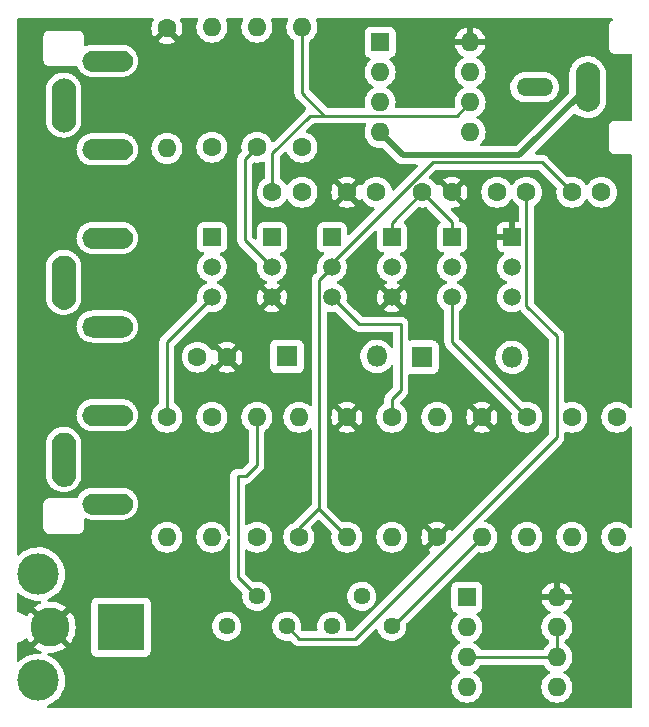
<source format=gtl>
%TF.GenerationSoftware,KiCad,Pcbnew,(5.99.0-9650-gad505e29c0)*%
%TF.CreationDate,2021-03-21T12:39:56-04:00*%
%TF.ProjectId,NTSCope,4e545343-6f70-4652-9e6b-696361645f70,rev?*%
%TF.SameCoordinates,Original*%
%TF.FileFunction,Copper,L1,Top*%
%TF.FilePolarity,Positive*%
%FSLAX46Y46*%
G04 Gerber Fmt 4.6, Leading zero omitted, Abs format (unit mm)*
G04 Created by KiCad (PCBNEW (5.99.0-9650-gad505e29c0)) date 2021-03-21 12:39:56*
%MOMM*%
%LPD*%
G01*
G04 APERTURE LIST*
%TA.AperFunction,EtchedComponent*%
%ADD10C,0.002000*%
%TD*%
%TA.AperFunction,ComponentPad*%
%ADD11R,4.000000X4.000000*%
%TD*%
%TA.AperFunction,ComponentPad*%
%ADD12C,3.300000*%
%TD*%
%TA.AperFunction,ComponentPad*%
%ADD13C,3.500000*%
%TD*%
%TA.AperFunction,ComponentPad*%
%ADD14C,1.600000*%
%TD*%
%TA.AperFunction,ComponentPad*%
%ADD15O,1.600000X1.600000*%
%TD*%
%TA.AperFunction,ComponentPad*%
%ADD16C,1.440000*%
%TD*%
%TA.AperFunction,ComponentPad*%
%ADD17R,1.800000X1.800000*%
%TD*%
%TA.AperFunction,ComponentPad*%
%ADD18O,1.800000X1.800000*%
%TD*%
%TA.AperFunction,ComponentPad*%
%ADD19R,1.500000X1.500000*%
%TD*%
%TA.AperFunction,ComponentPad*%
%ADD20C,1.500000*%
%TD*%
%TA.AperFunction,ComponentPad*%
%ADD21R,1.600000X1.600000*%
%TD*%
%TA.AperFunction,ComponentPad*%
%ADD22O,2.100000X4.200000*%
%TD*%
%TA.AperFunction,ComponentPad*%
%ADD23O,3.100000X1.550000*%
%TD*%
%TA.AperFunction,ComponentPad*%
%ADD24O,2.000000X4.000000*%
%TD*%
%TA.AperFunction,ComponentPad*%
%ADD25O,3.400000X1.700000*%
%TD*%
%TA.AperFunction,Conductor*%
%ADD26C,0.500000*%
%TD*%
%TA.AperFunction,Conductor*%
%ADD27C,0.250000*%
%TD*%
G04 APERTURE END LIST*
D10*
%TO.C,J3*%
X125780000Y-43541000D02*
X125647000Y-43551000D01*
X125647000Y-43551000D02*
X125518000Y-43583000D01*
X125518000Y-43583000D02*
X125395000Y-43634000D01*
X125395000Y-43634000D02*
X125281000Y-43703000D01*
X125281000Y-43703000D02*
X125180000Y-43790000D01*
X125180000Y-43790000D02*
X125093000Y-43891000D01*
X125093000Y-43891000D02*
X125024000Y-44005000D01*
X125024000Y-44005000D02*
X124973000Y-44128000D01*
X124973000Y-44128000D02*
X124941000Y-44257000D01*
X124941000Y-44257000D02*
X124931000Y-44390000D01*
X124931000Y-44390000D02*
X124941000Y-44523000D01*
X124941000Y-44523000D02*
X124973000Y-44652000D01*
X124973000Y-44652000D02*
X125024000Y-44775000D01*
X125024000Y-44775000D02*
X125093000Y-44889000D01*
X125093000Y-44889000D02*
X125180000Y-44990000D01*
X125180000Y-44990000D02*
X125281000Y-45077000D01*
X125281000Y-45077000D02*
X125395000Y-45146000D01*
X125395000Y-45146000D02*
X125518000Y-45197000D01*
X125518000Y-45197000D02*
X125647000Y-45229000D01*
X125647000Y-45229000D02*
X125780000Y-45239000D01*
X125780000Y-45239000D02*
X128280000Y-45239000D01*
X128280000Y-45239000D02*
X128413000Y-45229000D01*
X128413000Y-45229000D02*
X128542000Y-45197000D01*
X128542000Y-45197000D02*
X128665000Y-45146000D01*
X128665000Y-45146000D02*
X128779000Y-45077000D01*
X128779000Y-45077000D02*
X128880000Y-44990000D01*
X128880000Y-44990000D02*
X128967000Y-44889000D01*
X128967000Y-44889000D02*
X129036000Y-44775000D01*
X129036000Y-44775000D02*
X129087000Y-44652000D01*
X129087000Y-44652000D02*
X129119000Y-44523000D01*
X129119000Y-44523000D02*
X129129000Y-44390000D01*
X129129000Y-44390000D02*
X129119000Y-44257000D01*
X129119000Y-44257000D02*
X129087000Y-44128000D01*
X129087000Y-44128000D02*
X129036000Y-44005000D01*
X129036000Y-44005000D02*
X128967000Y-43891000D01*
X128967000Y-43891000D02*
X128880000Y-43790000D01*
X128880000Y-43790000D02*
X128779000Y-43703000D01*
X128779000Y-43703000D02*
X128665000Y-43634000D01*
X128665000Y-43634000D02*
X128542000Y-43583000D01*
X128542000Y-43583000D02*
X128413000Y-43551000D01*
X128413000Y-43551000D02*
X128280000Y-43541000D01*
X128280000Y-43541000D02*
X125780000Y-43541000D01*
G36*
X128413000Y-43551000D02*
G01*
X128542000Y-43583000D01*
X128665000Y-43634000D01*
X128779000Y-43703000D01*
X128880000Y-43790000D01*
X128967000Y-43891000D01*
X129036000Y-44005000D01*
X129087000Y-44128000D01*
X129119000Y-44257000D01*
X129129000Y-44390000D01*
X129119000Y-44523000D01*
X129087000Y-44652000D01*
X129036000Y-44775000D01*
X128967000Y-44889000D01*
X128880000Y-44990000D01*
X128779000Y-45077000D01*
X128665000Y-45146000D01*
X128542000Y-45197000D01*
X128413000Y-45229000D01*
X128280000Y-45239000D01*
X125780000Y-45239000D01*
X125647000Y-45229000D01*
X125518000Y-45197000D01*
X125395000Y-45146000D01*
X125281000Y-45077000D01*
X125180000Y-44990000D01*
X125093000Y-44889000D01*
X125024000Y-44775000D01*
X124973000Y-44652000D01*
X124941000Y-44523000D01*
X124931000Y-44390000D01*
X124941000Y-44257000D01*
X124973000Y-44128000D01*
X125024000Y-44005000D01*
X125093000Y-43891000D01*
X125180000Y-43790000D01*
X125281000Y-43703000D01*
X125395000Y-43634000D01*
X125518000Y-43583000D01*
X125647000Y-43551000D01*
X125780000Y-43541000D01*
X128280000Y-43541000D01*
X128413000Y-43551000D01*
G37*
X128413000Y-43551000D02*
X128542000Y-43583000D01*
X128665000Y-43634000D01*
X128779000Y-43703000D01*
X128880000Y-43790000D01*
X128967000Y-43891000D01*
X129036000Y-44005000D01*
X129087000Y-44128000D01*
X129119000Y-44257000D01*
X129129000Y-44390000D01*
X129119000Y-44523000D01*
X129087000Y-44652000D01*
X129036000Y-44775000D01*
X128967000Y-44889000D01*
X128880000Y-44990000D01*
X128779000Y-45077000D01*
X128665000Y-45146000D01*
X128542000Y-45197000D01*
X128413000Y-45229000D01*
X128280000Y-45239000D01*
X125780000Y-45239000D01*
X125647000Y-45229000D01*
X125518000Y-45197000D01*
X125395000Y-45146000D01*
X125281000Y-45077000D01*
X125180000Y-44990000D01*
X125093000Y-44889000D01*
X125024000Y-44775000D01*
X124973000Y-44652000D01*
X124941000Y-44523000D01*
X124931000Y-44390000D01*
X124941000Y-44257000D01*
X124973000Y-44128000D01*
X125024000Y-44005000D01*
X125093000Y-43891000D01*
X125180000Y-43790000D01*
X125281000Y-43703000D01*
X125395000Y-43634000D01*
X125518000Y-43583000D01*
X125647000Y-43551000D01*
X125780000Y-43541000D01*
X128280000Y-43541000D01*
X128413000Y-43551000D01*
X125780000Y-28541000D02*
X125647000Y-28551000D01*
X125647000Y-28551000D02*
X125518000Y-28583000D01*
X125518000Y-28583000D02*
X125395000Y-28634000D01*
X125395000Y-28634000D02*
X125281000Y-28703000D01*
X125281000Y-28703000D02*
X125180000Y-28790000D01*
X125180000Y-28790000D02*
X125093000Y-28891000D01*
X125093000Y-28891000D02*
X125024000Y-29005000D01*
X125024000Y-29005000D02*
X124973000Y-29128000D01*
X124973000Y-29128000D02*
X124941000Y-29257000D01*
X124941000Y-29257000D02*
X124931000Y-29390000D01*
X124931000Y-29390000D02*
X124941000Y-29523000D01*
X124941000Y-29523000D02*
X124973000Y-29652000D01*
X124973000Y-29652000D02*
X125024000Y-29775000D01*
X125024000Y-29775000D02*
X125093000Y-29889000D01*
X125093000Y-29889000D02*
X125180000Y-29990000D01*
X125180000Y-29990000D02*
X125281000Y-30077000D01*
X125281000Y-30077000D02*
X125395000Y-30146000D01*
X125395000Y-30146000D02*
X125518000Y-30197000D01*
X125518000Y-30197000D02*
X125647000Y-30229000D01*
X125647000Y-30229000D02*
X125780000Y-30239000D01*
X125780000Y-30239000D02*
X128280000Y-30239000D01*
X128280000Y-30239000D02*
X128413000Y-30229000D01*
X128413000Y-30229000D02*
X128542000Y-30197000D01*
X128542000Y-30197000D02*
X128665000Y-30146000D01*
X128665000Y-30146000D02*
X128779000Y-30077000D01*
X128779000Y-30077000D02*
X128880000Y-29990000D01*
X128880000Y-29990000D02*
X128967000Y-29889000D01*
X128967000Y-29889000D02*
X129036000Y-29775000D01*
X129036000Y-29775000D02*
X129087000Y-29652000D01*
X129087000Y-29652000D02*
X129119000Y-29523000D01*
X129119000Y-29523000D02*
X129129000Y-29390000D01*
X129129000Y-29390000D02*
X129119000Y-29257000D01*
X129119000Y-29257000D02*
X129087000Y-29128000D01*
X129087000Y-29128000D02*
X129036000Y-29005000D01*
X129036000Y-29005000D02*
X128967000Y-28891000D01*
X128967000Y-28891000D02*
X128880000Y-28790000D01*
X128880000Y-28790000D02*
X128779000Y-28703000D01*
X128779000Y-28703000D02*
X128665000Y-28634000D01*
X128665000Y-28634000D02*
X128542000Y-28583000D01*
X128542000Y-28583000D02*
X128413000Y-28551000D01*
X128413000Y-28551000D02*
X128280000Y-28541000D01*
X128280000Y-28541000D02*
X125780000Y-28541000D01*
G36*
X128413000Y-28551000D02*
G01*
X128542000Y-28583000D01*
X128665000Y-28634000D01*
X128779000Y-28703000D01*
X128880000Y-28790000D01*
X128967000Y-28891000D01*
X129036000Y-29005000D01*
X129087000Y-29128000D01*
X129119000Y-29257000D01*
X129129000Y-29390000D01*
X129119000Y-29523000D01*
X129087000Y-29652000D01*
X129036000Y-29775000D01*
X128967000Y-29889000D01*
X128880000Y-29990000D01*
X128779000Y-30077000D01*
X128665000Y-30146000D01*
X128542000Y-30197000D01*
X128413000Y-30229000D01*
X128280000Y-30239000D01*
X125780000Y-30239000D01*
X125647000Y-30229000D01*
X125518000Y-30197000D01*
X125395000Y-30146000D01*
X125281000Y-30077000D01*
X125180000Y-29990000D01*
X125093000Y-29889000D01*
X125024000Y-29775000D01*
X124973000Y-29652000D01*
X124941000Y-29523000D01*
X124931000Y-29390000D01*
X124941000Y-29257000D01*
X124973000Y-29128000D01*
X125024000Y-29005000D01*
X125093000Y-28891000D01*
X125180000Y-28790000D01*
X125281000Y-28703000D01*
X125395000Y-28634000D01*
X125518000Y-28583000D01*
X125647000Y-28551000D01*
X125780000Y-28541000D01*
X128280000Y-28541000D01*
X128413000Y-28551000D01*
G37*
X128413000Y-28551000D02*
X128542000Y-28583000D01*
X128665000Y-28634000D01*
X128779000Y-28703000D01*
X128880000Y-28790000D01*
X128967000Y-28891000D01*
X129036000Y-29005000D01*
X129087000Y-29128000D01*
X129119000Y-29257000D01*
X129129000Y-29390000D01*
X129119000Y-29523000D01*
X129087000Y-29652000D01*
X129036000Y-29775000D01*
X128967000Y-29889000D01*
X128880000Y-29990000D01*
X128779000Y-30077000D01*
X128665000Y-30146000D01*
X128542000Y-30197000D01*
X128413000Y-30229000D01*
X128280000Y-30239000D01*
X125780000Y-30239000D01*
X125647000Y-30229000D01*
X125518000Y-30197000D01*
X125395000Y-30146000D01*
X125281000Y-30077000D01*
X125180000Y-29990000D01*
X125093000Y-29889000D01*
X125024000Y-29775000D01*
X124973000Y-29652000D01*
X124941000Y-29523000D01*
X124931000Y-29390000D01*
X124941000Y-29257000D01*
X124973000Y-29128000D01*
X125024000Y-29005000D01*
X125093000Y-28891000D01*
X125180000Y-28790000D01*
X125281000Y-28703000D01*
X125395000Y-28634000D01*
X125518000Y-28583000D01*
X125647000Y-28551000D01*
X125780000Y-28541000D01*
X128280000Y-28541000D01*
X128413000Y-28551000D01*
X124329000Y-39390000D02*
X124317000Y-39234000D01*
X124317000Y-39234000D02*
X124280000Y-39081000D01*
X124280000Y-39081000D02*
X124220000Y-38936000D01*
X124220000Y-38936000D02*
X124138000Y-38803000D01*
X124138000Y-38803000D02*
X124036000Y-38684000D01*
X124036000Y-38684000D02*
X123917000Y-38582000D01*
X123917000Y-38582000D02*
X123784000Y-38500000D01*
X123784000Y-38500000D02*
X123639000Y-38440000D01*
X123639000Y-38440000D02*
X123486000Y-38403000D01*
X123486000Y-38403000D02*
X123330000Y-38391000D01*
X123330000Y-38391000D02*
X123174000Y-38403000D01*
X123174000Y-38403000D02*
X123021000Y-38440000D01*
X123021000Y-38440000D02*
X122876000Y-38500000D01*
X122876000Y-38500000D02*
X122743000Y-38582000D01*
X122743000Y-38582000D02*
X122624000Y-38684000D01*
X122624000Y-38684000D02*
X122522000Y-38803000D01*
X122522000Y-38803000D02*
X122440000Y-38936000D01*
X122440000Y-38936000D02*
X122380000Y-39081000D01*
X122380000Y-39081000D02*
X122343000Y-39234000D01*
X122343000Y-39234000D02*
X122331000Y-39390000D01*
X122331000Y-39390000D02*
X122331000Y-41890000D01*
X122331000Y-41890000D02*
X122343000Y-42046000D01*
X122343000Y-42046000D02*
X122380000Y-42199000D01*
X122380000Y-42199000D02*
X122440000Y-42344000D01*
X122440000Y-42344000D02*
X122522000Y-42477000D01*
X122522000Y-42477000D02*
X122624000Y-42596000D01*
X122624000Y-42596000D02*
X122743000Y-42698000D01*
X122743000Y-42698000D02*
X122876000Y-42780000D01*
X122876000Y-42780000D02*
X123021000Y-42840000D01*
X123021000Y-42840000D02*
X123174000Y-42877000D01*
X123174000Y-42877000D02*
X123330000Y-42889000D01*
X123330000Y-42889000D02*
X123486000Y-42877000D01*
X123486000Y-42877000D02*
X123639000Y-42840000D01*
X123639000Y-42840000D02*
X123784000Y-42780000D01*
X123784000Y-42780000D02*
X123917000Y-42698000D01*
X123917000Y-42698000D02*
X124036000Y-42596000D01*
X124036000Y-42596000D02*
X124138000Y-42477000D01*
X124138000Y-42477000D02*
X124220000Y-42344000D01*
X124220000Y-42344000D02*
X124280000Y-42199000D01*
X124280000Y-42199000D02*
X124317000Y-42046000D01*
X124317000Y-42046000D02*
X124329000Y-41890000D01*
X124329000Y-41890000D02*
X124329000Y-39390000D01*
G36*
X123486000Y-38403000D02*
G01*
X123639000Y-38440000D01*
X123784000Y-38500000D01*
X123917000Y-38582000D01*
X124036000Y-38684000D01*
X124138000Y-38803000D01*
X124220000Y-38936000D01*
X124280000Y-39081000D01*
X124317000Y-39234000D01*
X124329000Y-39390000D01*
X124329000Y-41890000D01*
X124317000Y-42046000D01*
X124280000Y-42199000D01*
X124220000Y-42344000D01*
X124138000Y-42477000D01*
X124036000Y-42596000D01*
X123917000Y-42698000D01*
X123784000Y-42780000D01*
X123639000Y-42840000D01*
X123486000Y-42877000D01*
X123330000Y-42889000D01*
X123174000Y-42877000D01*
X123021000Y-42840000D01*
X122876000Y-42780000D01*
X122743000Y-42698000D01*
X122624000Y-42596000D01*
X122522000Y-42477000D01*
X122440000Y-42344000D01*
X122380000Y-42199000D01*
X122343000Y-42046000D01*
X122331000Y-41890000D01*
X122331000Y-39390000D01*
X122343000Y-39234000D01*
X122380000Y-39081000D01*
X122440000Y-38936000D01*
X122522000Y-38803000D01*
X122624000Y-38684000D01*
X122743000Y-38582000D01*
X122876000Y-38500000D01*
X123021000Y-38440000D01*
X123174000Y-38403000D01*
X123330000Y-38391000D01*
X123486000Y-38403000D01*
G37*
X123486000Y-38403000D02*
X123639000Y-38440000D01*
X123784000Y-38500000D01*
X123917000Y-38582000D01*
X124036000Y-38684000D01*
X124138000Y-38803000D01*
X124220000Y-38936000D01*
X124280000Y-39081000D01*
X124317000Y-39234000D01*
X124329000Y-39390000D01*
X124329000Y-41890000D01*
X124317000Y-42046000D01*
X124280000Y-42199000D01*
X124220000Y-42344000D01*
X124138000Y-42477000D01*
X124036000Y-42596000D01*
X123917000Y-42698000D01*
X123784000Y-42780000D01*
X123639000Y-42840000D01*
X123486000Y-42877000D01*
X123330000Y-42889000D01*
X123174000Y-42877000D01*
X123021000Y-42840000D01*
X122876000Y-42780000D01*
X122743000Y-42698000D01*
X122624000Y-42596000D01*
X122522000Y-42477000D01*
X122440000Y-42344000D01*
X122380000Y-42199000D01*
X122343000Y-42046000D01*
X122331000Y-41890000D01*
X122331000Y-39390000D01*
X122343000Y-39234000D01*
X122380000Y-39081000D01*
X122440000Y-38936000D01*
X122522000Y-38803000D01*
X122624000Y-38684000D01*
X122743000Y-38582000D01*
X122876000Y-38500000D01*
X123021000Y-38440000D01*
X123174000Y-38403000D01*
X123330000Y-38391000D01*
X123486000Y-38403000D01*
X125780000Y-51041000D02*
X125647000Y-51051000D01*
X125647000Y-51051000D02*
X125518000Y-51083000D01*
X125518000Y-51083000D02*
X125395000Y-51134000D01*
X125395000Y-51134000D02*
X125281000Y-51203000D01*
X125281000Y-51203000D02*
X125180000Y-51290000D01*
X125180000Y-51290000D02*
X125093000Y-51391000D01*
X125093000Y-51391000D02*
X125024000Y-51505000D01*
X125024000Y-51505000D02*
X124973000Y-51628000D01*
X124973000Y-51628000D02*
X124941000Y-51757000D01*
X124941000Y-51757000D02*
X124931000Y-51890000D01*
X124931000Y-51890000D02*
X124941000Y-52023000D01*
X124941000Y-52023000D02*
X124973000Y-52152000D01*
X124973000Y-52152000D02*
X125024000Y-52275000D01*
X125024000Y-52275000D02*
X125093000Y-52389000D01*
X125093000Y-52389000D02*
X125180000Y-52490000D01*
X125180000Y-52490000D02*
X125281000Y-52577000D01*
X125281000Y-52577000D02*
X125395000Y-52646000D01*
X125395000Y-52646000D02*
X125518000Y-52697000D01*
X125518000Y-52697000D02*
X125647000Y-52729000D01*
X125647000Y-52729000D02*
X125780000Y-52739000D01*
X125780000Y-52739000D02*
X128280000Y-52739000D01*
X128280000Y-52739000D02*
X128413000Y-52729000D01*
X128413000Y-52729000D02*
X128542000Y-52697000D01*
X128542000Y-52697000D02*
X128665000Y-52646000D01*
X128665000Y-52646000D02*
X128779000Y-52577000D01*
X128779000Y-52577000D02*
X128880000Y-52490000D01*
X128880000Y-52490000D02*
X128967000Y-52389000D01*
X128967000Y-52389000D02*
X129036000Y-52275000D01*
X129036000Y-52275000D02*
X129087000Y-52152000D01*
X129087000Y-52152000D02*
X129119000Y-52023000D01*
X129119000Y-52023000D02*
X129129000Y-51890000D01*
X129129000Y-51890000D02*
X129119000Y-51757000D01*
X129119000Y-51757000D02*
X129087000Y-51628000D01*
X129087000Y-51628000D02*
X129036000Y-51505000D01*
X129036000Y-51505000D02*
X128967000Y-51391000D01*
X128967000Y-51391000D02*
X128880000Y-51290000D01*
X128880000Y-51290000D02*
X128779000Y-51203000D01*
X128779000Y-51203000D02*
X128665000Y-51134000D01*
X128665000Y-51134000D02*
X128542000Y-51083000D01*
X128542000Y-51083000D02*
X128413000Y-51051000D01*
X128413000Y-51051000D02*
X128280000Y-51041000D01*
X128280000Y-51041000D02*
X125780000Y-51041000D01*
G36*
X128413000Y-51051000D02*
G01*
X128542000Y-51083000D01*
X128665000Y-51134000D01*
X128779000Y-51203000D01*
X128880000Y-51290000D01*
X128967000Y-51391000D01*
X129036000Y-51505000D01*
X129087000Y-51628000D01*
X129119000Y-51757000D01*
X129129000Y-51890000D01*
X129119000Y-52023000D01*
X129087000Y-52152000D01*
X129036000Y-52275000D01*
X128967000Y-52389000D01*
X128880000Y-52490000D01*
X128779000Y-52577000D01*
X128665000Y-52646000D01*
X128542000Y-52697000D01*
X128413000Y-52729000D01*
X128280000Y-52739000D01*
X125780000Y-52739000D01*
X125647000Y-52729000D01*
X125518000Y-52697000D01*
X125395000Y-52646000D01*
X125281000Y-52577000D01*
X125180000Y-52490000D01*
X125093000Y-52389000D01*
X125024000Y-52275000D01*
X124973000Y-52152000D01*
X124941000Y-52023000D01*
X124931000Y-51890000D01*
X124941000Y-51757000D01*
X124973000Y-51628000D01*
X125024000Y-51505000D01*
X125093000Y-51391000D01*
X125180000Y-51290000D01*
X125281000Y-51203000D01*
X125395000Y-51134000D01*
X125518000Y-51083000D01*
X125647000Y-51051000D01*
X125780000Y-51041000D01*
X128280000Y-51041000D01*
X128413000Y-51051000D01*
G37*
X128413000Y-51051000D02*
X128542000Y-51083000D01*
X128665000Y-51134000D01*
X128779000Y-51203000D01*
X128880000Y-51290000D01*
X128967000Y-51391000D01*
X129036000Y-51505000D01*
X129087000Y-51628000D01*
X129119000Y-51757000D01*
X129129000Y-51890000D01*
X129119000Y-52023000D01*
X129087000Y-52152000D01*
X129036000Y-52275000D01*
X128967000Y-52389000D01*
X128880000Y-52490000D01*
X128779000Y-52577000D01*
X128665000Y-52646000D01*
X128542000Y-52697000D01*
X128413000Y-52729000D01*
X128280000Y-52739000D01*
X125780000Y-52739000D01*
X125647000Y-52729000D01*
X125518000Y-52697000D01*
X125395000Y-52646000D01*
X125281000Y-52577000D01*
X125180000Y-52490000D01*
X125093000Y-52389000D01*
X125024000Y-52275000D01*
X124973000Y-52152000D01*
X124941000Y-52023000D01*
X124931000Y-51890000D01*
X124941000Y-51757000D01*
X124973000Y-51628000D01*
X125024000Y-51505000D01*
X125093000Y-51391000D01*
X125180000Y-51290000D01*
X125281000Y-51203000D01*
X125395000Y-51134000D01*
X125518000Y-51083000D01*
X125647000Y-51051000D01*
X125780000Y-51041000D01*
X128280000Y-51041000D01*
X128413000Y-51051000D01*
X125780000Y-36041000D02*
X125647000Y-36051000D01*
X125647000Y-36051000D02*
X125518000Y-36083000D01*
X125518000Y-36083000D02*
X125395000Y-36134000D01*
X125395000Y-36134000D02*
X125281000Y-36203000D01*
X125281000Y-36203000D02*
X125180000Y-36290000D01*
X125180000Y-36290000D02*
X125093000Y-36391000D01*
X125093000Y-36391000D02*
X125024000Y-36505000D01*
X125024000Y-36505000D02*
X124973000Y-36628000D01*
X124973000Y-36628000D02*
X124941000Y-36757000D01*
X124941000Y-36757000D02*
X124931000Y-36890000D01*
X124931000Y-36890000D02*
X124941000Y-37023000D01*
X124941000Y-37023000D02*
X124973000Y-37152000D01*
X124973000Y-37152000D02*
X125024000Y-37275000D01*
X125024000Y-37275000D02*
X125093000Y-37389000D01*
X125093000Y-37389000D02*
X125180000Y-37490000D01*
X125180000Y-37490000D02*
X125281000Y-37577000D01*
X125281000Y-37577000D02*
X125395000Y-37646000D01*
X125395000Y-37646000D02*
X125518000Y-37697000D01*
X125518000Y-37697000D02*
X125647000Y-37729000D01*
X125647000Y-37729000D02*
X125780000Y-37739000D01*
X125780000Y-37739000D02*
X128280000Y-37739000D01*
X128280000Y-37739000D02*
X128413000Y-37729000D01*
X128413000Y-37729000D02*
X128542000Y-37697000D01*
X128542000Y-37697000D02*
X128665000Y-37646000D01*
X128665000Y-37646000D02*
X128779000Y-37577000D01*
X128779000Y-37577000D02*
X128880000Y-37490000D01*
X128880000Y-37490000D02*
X128967000Y-37389000D01*
X128967000Y-37389000D02*
X129036000Y-37275000D01*
X129036000Y-37275000D02*
X129087000Y-37152000D01*
X129087000Y-37152000D02*
X129119000Y-37023000D01*
X129119000Y-37023000D02*
X129129000Y-36890000D01*
X129129000Y-36890000D02*
X129119000Y-36757000D01*
X129119000Y-36757000D02*
X129087000Y-36628000D01*
X129087000Y-36628000D02*
X129036000Y-36505000D01*
X129036000Y-36505000D02*
X128967000Y-36391000D01*
X128967000Y-36391000D02*
X128880000Y-36290000D01*
X128880000Y-36290000D02*
X128779000Y-36203000D01*
X128779000Y-36203000D02*
X128665000Y-36134000D01*
X128665000Y-36134000D02*
X128542000Y-36083000D01*
X128542000Y-36083000D02*
X128413000Y-36051000D01*
X128413000Y-36051000D02*
X128280000Y-36041000D01*
X128280000Y-36041000D02*
X125780000Y-36041000D01*
G36*
X128413000Y-36051000D02*
G01*
X128542000Y-36083000D01*
X128665000Y-36134000D01*
X128779000Y-36203000D01*
X128880000Y-36290000D01*
X128967000Y-36391000D01*
X129036000Y-36505000D01*
X129087000Y-36628000D01*
X129119000Y-36757000D01*
X129129000Y-36890000D01*
X129119000Y-37023000D01*
X129087000Y-37152000D01*
X129036000Y-37275000D01*
X128967000Y-37389000D01*
X128880000Y-37490000D01*
X128779000Y-37577000D01*
X128665000Y-37646000D01*
X128542000Y-37697000D01*
X128413000Y-37729000D01*
X128280000Y-37739000D01*
X125780000Y-37739000D01*
X125647000Y-37729000D01*
X125518000Y-37697000D01*
X125395000Y-37646000D01*
X125281000Y-37577000D01*
X125180000Y-37490000D01*
X125093000Y-37389000D01*
X125024000Y-37275000D01*
X124973000Y-37152000D01*
X124941000Y-37023000D01*
X124931000Y-36890000D01*
X124941000Y-36757000D01*
X124973000Y-36628000D01*
X125024000Y-36505000D01*
X125093000Y-36391000D01*
X125180000Y-36290000D01*
X125281000Y-36203000D01*
X125395000Y-36134000D01*
X125518000Y-36083000D01*
X125647000Y-36051000D01*
X125780000Y-36041000D01*
X128280000Y-36041000D01*
X128413000Y-36051000D01*
G37*
X128413000Y-36051000D02*
X128542000Y-36083000D01*
X128665000Y-36134000D01*
X128779000Y-36203000D01*
X128880000Y-36290000D01*
X128967000Y-36391000D01*
X129036000Y-36505000D01*
X129087000Y-36628000D01*
X129119000Y-36757000D01*
X129129000Y-36890000D01*
X129119000Y-37023000D01*
X129087000Y-37152000D01*
X129036000Y-37275000D01*
X128967000Y-37389000D01*
X128880000Y-37490000D01*
X128779000Y-37577000D01*
X128665000Y-37646000D01*
X128542000Y-37697000D01*
X128413000Y-37729000D01*
X128280000Y-37739000D01*
X125780000Y-37739000D01*
X125647000Y-37729000D01*
X125518000Y-37697000D01*
X125395000Y-37646000D01*
X125281000Y-37577000D01*
X125180000Y-37490000D01*
X125093000Y-37389000D01*
X125024000Y-37275000D01*
X124973000Y-37152000D01*
X124941000Y-37023000D01*
X124931000Y-36890000D01*
X124941000Y-36757000D01*
X124973000Y-36628000D01*
X125024000Y-36505000D01*
X125093000Y-36391000D01*
X125180000Y-36290000D01*
X125281000Y-36203000D01*
X125395000Y-36134000D01*
X125518000Y-36083000D01*
X125647000Y-36051000D01*
X125780000Y-36041000D01*
X128280000Y-36041000D01*
X128413000Y-36051000D01*
X124329000Y-24390000D02*
X124317000Y-24234000D01*
X124317000Y-24234000D02*
X124280000Y-24081000D01*
X124280000Y-24081000D02*
X124220000Y-23936000D01*
X124220000Y-23936000D02*
X124138000Y-23803000D01*
X124138000Y-23803000D02*
X124036000Y-23684000D01*
X124036000Y-23684000D02*
X123917000Y-23582000D01*
X123917000Y-23582000D02*
X123784000Y-23500000D01*
X123784000Y-23500000D02*
X123639000Y-23440000D01*
X123639000Y-23440000D02*
X123486000Y-23403000D01*
X123486000Y-23403000D02*
X123330000Y-23391000D01*
X123330000Y-23391000D02*
X123174000Y-23403000D01*
X123174000Y-23403000D02*
X123021000Y-23440000D01*
X123021000Y-23440000D02*
X122876000Y-23500000D01*
X122876000Y-23500000D02*
X122743000Y-23582000D01*
X122743000Y-23582000D02*
X122624000Y-23684000D01*
X122624000Y-23684000D02*
X122522000Y-23803000D01*
X122522000Y-23803000D02*
X122440000Y-23936000D01*
X122440000Y-23936000D02*
X122380000Y-24081000D01*
X122380000Y-24081000D02*
X122343000Y-24234000D01*
X122343000Y-24234000D02*
X122331000Y-24390000D01*
X122331000Y-24390000D02*
X122331000Y-26890000D01*
X122331000Y-26890000D02*
X122343000Y-27046000D01*
X122343000Y-27046000D02*
X122380000Y-27199000D01*
X122380000Y-27199000D02*
X122440000Y-27344000D01*
X122440000Y-27344000D02*
X122522000Y-27477000D01*
X122522000Y-27477000D02*
X122624000Y-27596000D01*
X122624000Y-27596000D02*
X122743000Y-27698000D01*
X122743000Y-27698000D02*
X122876000Y-27780000D01*
X122876000Y-27780000D02*
X123021000Y-27840000D01*
X123021000Y-27840000D02*
X123174000Y-27877000D01*
X123174000Y-27877000D02*
X123330000Y-27889000D01*
X123330000Y-27889000D02*
X123486000Y-27877000D01*
X123486000Y-27877000D02*
X123639000Y-27840000D01*
X123639000Y-27840000D02*
X123784000Y-27780000D01*
X123784000Y-27780000D02*
X123917000Y-27698000D01*
X123917000Y-27698000D02*
X124036000Y-27596000D01*
X124036000Y-27596000D02*
X124138000Y-27477000D01*
X124138000Y-27477000D02*
X124220000Y-27344000D01*
X124220000Y-27344000D02*
X124280000Y-27199000D01*
X124280000Y-27199000D02*
X124317000Y-27046000D01*
X124317000Y-27046000D02*
X124329000Y-26890000D01*
X124329000Y-26890000D02*
X124329000Y-24390000D01*
G36*
X123486000Y-23403000D02*
G01*
X123639000Y-23440000D01*
X123784000Y-23500000D01*
X123917000Y-23582000D01*
X124036000Y-23684000D01*
X124138000Y-23803000D01*
X124220000Y-23936000D01*
X124280000Y-24081000D01*
X124317000Y-24234000D01*
X124329000Y-24390000D01*
X124329000Y-26890000D01*
X124317000Y-27046000D01*
X124280000Y-27199000D01*
X124220000Y-27344000D01*
X124138000Y-27477000D01*
X124036000Y-27596000D01*
X123917000Y-27698000D01*
X123784000Y-27780000D01*
X123639000Y-27840000D01*
X123486000Y-27877000D01*
X123330000Y-27889000D01*
X123174000Y-27877000D01*
X123021000Y-27840000D01*
X122876000Y-27780000D01*
X122743000Y-27698000D01*
X122624000Y-27596000D01*
X122522000Y-27477000D01*
X122440000Y-27344000D01*
X122380000Y-27199000D01*
X122343000Y-27046000D01*
X122331000Y-26890000D01*
X122331000Y-24390000D01*
X122343000Y-24234000D01*
X122380000Y-24081000D01*
X122440000Y-23936000D01*
X122522000Y-23803000D01*
X122624000Y-23684000D01*
X122743000Y-23582000D01*
X122876000Y-23500000D01*
X123021000Y-23440000D01*
X123174000Y-23403000D01*
X123330000Y-23391000D01*
X123486000Y-23403000D01*
G37*
X123486000Y-23403000D02*
X123639000Y-23440000D01*
X123784000Y-23500000D01*
X123917000Y-23582000D01*
X124036000Y-23684000D01*
X124138000Y-23803000D01*
X124220000Y-23936000D01*
X124280000Y-24081000D01*
X124317000Y-24234000D01*
X124329000Y-24390000D01*
X124329000Y-26890000D01*
X124317000Y-27046000D01*
X124280000Y-27199000D01*
X124220000Y-27344000D01*
X124138000Y-27477000D01*
X124036000Y-27596000D01*
X123917000Y-27698000D01*
X123784000Y-27780000D01*
X123639000Y-27840000D01*
X123486000Y-27877000D01*
X123330000Y-27889000D01*
X123174000Y-27877000D01*
X123021000Y-27840000D01*
X122876000Y-27780000D01*
X122743000Y-27698000D01*
X122624000Y-27596000D01*
X122522000Y-27477000D01*
X122440000Y-27344000D01*
X122380000Y-27199000D01*
X122343000Y-27046000D01*
X122331000Y-26890000D01*
X122331000Y-24390000D01*
X122343000Y-24234000D01*
X122380000Y-24081000D01*
X122440000Y-23936000D01*
X122522000Y-23803000D01*
X122624000Y-23684000D01*
X122743000Y-23582000D01*
X122876000Y-23500000D01*
X123021000Y-23440000D01*
X123174000Y-23403000D01*
X123330000Y-23391000D01*
X123486000Y-23403000D01*
X124329000Y-54390000D02*
X124317000Y-54234000D01*
X124317000Y-54234000D02*
X124280000Y-54081000D01*
X124280000Y-54081000D02*
X124220000Y-53936000D01*
X124220000Y-53936000D02*
X124138000Y-53803000D01*
X124138000Y-53803000D02*
X124036000Y-53684000D01*
X124036000Y-53684000D02*
X123917000Y-53582000D01*
X123917000Y-53582000D02*
X123784000Y-53500000D01*
X123784000Y-53500000D02*
X123639000Y-53440000D01*
X123639000Y-53440000D02*
X123486000Y-53403000D01*
X123486000Y-53403000D02*
X123330000Y-53391000D01*
X123330000Y-53391000D02*
X123174000Y-53403000D01*
X123174000Y-53403000D02*
X123021000Y-53440000D01*
X123021000Y-53440000D02*
X122876000Y-53500000D01*
X122876000Y-53500000D02*
X122743000Y-53582000D01*
X122743000Y-53582000D02*
X122624000Y-53684000D01*
X122624000Y-53684000D02*
X122522000Y-53803000D01*
X122522000Y-53803000D02*
X122440000Y-53936000D01*
X122440000Y-53936000D02*
X122380000Y-54081000D01*
X122380000Y-54081000D02*
X122343000Y-54234000D01*
X122343000Y-54234000D02*
X122331000Y-54390000D01*
X122331000Y-54390000D02*
X122331000Y-56890000D01*
X122331000Y-56890000D02*
X122343000Y-57046000D01*
X122343000Y-57046000D02*
X122380000Y-57199000D01*
X122380000Y-57199000D02*
X122440000Y-57344000D01*
X122440000Y-57344000D02*
X122522000Y-57477000D01*
X122522000Y-57477000D02*
X122624000Y-57596000D01*
X122624000Y-57596000D02*
X122743000Y-57698000D01*
X122743000Y-57698000D02*
X122876000Y-57780000D01*
X122876000Y-57780000D02*
X123021000Y-57840000D01*
X123021000Y-57840000D02*
X123174000Y-57877000D01*
X123174000Y-57877000D02*
X123330000Y-57889000D01*
X123330000Y-57889000D02*
X123486000Y-57877000D01*
X123486000Y-57877000D02*
X123639000Y-57840000D01*
X123639000Y-57840000D02*
X123784000Y-57780000D01*
X123784000Y-57780000D02*
X123917000Y-57698000D01*
X123917000Y-57698000D02*
X124036000Y-57596000D01*
X124036000Y-57596000D02*
X124138000Y-57477000D01*
X124138000Y-57477000D02*
X124220000Y-57344000D01*
X124220000Y-57344000D02*
X124280000Y-57199000D01*
X124280000Y-57199000D02*
X124317000Y-57046000D01*
X124317000Y-57046000D02*
X124329000Y-56890000D01*
X124329000Y-56890000D02*
X124329000Y-54390000D01*
G36*
X123486000Y-53403000D02*
G01*
X123639000Y-53440000D01*
X123784000Y-53500000D01*
X123917000Y-53582000D01*
X124036000Y-53684000D01*
X124138000Y-53803000D01*
X124220000Y-53936000D01*
X124280000Y-54081000D01*
X124317000Y-54234000D01*
X124329000Y-54390000D01*
X124329000Y-56890000D01*
X124317000Y-57046000D01*
X124280000Y-57199000D01*
X124220000Y-57344000D01*
X124138000Y-57477000D01*
X124036000Y-57596000D01*
X123917000Y-57698000D01*
X123784000Y-57780000D01*
X123639000Y-57840000D01*
X123486000Y-57877000D01*
X123330000Y-57889000D01*
X123174000Y-57877000D01*
X123021000Y-57840000D01*
X122876000Y-57780000D01*
X122743000Y-57698000D01*
X122624000Y-57596000D01*
X122522000Y-57477000D01*
X122440000Y-57344000D01*
X122380000Y-57199000D01*
X122343000Y-57046000D01*
X122331000Y-56890000D01*
X122331000Y-54390000D01*
X122343000Y-54234000D01*
X122380000Y-54081000D01*
X122440000Y-53936000D01*
X122522000Y-53803000D01*
X122624000Y-53684000D01*
X122743000Y-53582000D01*
X122876000Y-53500000D01*
X123021000Y-53440000D01*
X123174000Y-53403000D01*
X123330000Y-53391000D01*
X123486000Y-53403000D01*
G37*
X123486000Y-53403000D02*
X123639000Y-53440000D01*
X123784000Y-53500000D01*
X123917000Y-53582000D01*
X124036000Y-53684000D01*
X124138000Y-53803000D01*
X124220000Y-53936000D01*
X124280000Y-54081000D01*
X124317000Y-54234000D01*
X124329000Y-54390000D01*
X124329000Y-56890000D01*
X124317000Y-57046000D01*
X124280000Y-57199000D01*
X124220000Y-57344000D01*
X124138000Y-57477000D01*
X124036000Y-57596000D01*
X123917000Y-57698000D01*
X123784000Y-57780000D01*
X123639000Y-57840000D01*
X123486000Y-57877000D01*
X123330000Y-57889000D01*
X123174000Y-57877000D01*
X123021000Y-57840000D01*
X122876000Y-57780000D01*
X122743000Y-57698000D01*
X122624000Y-57596000D01*
X122522000Y-57477000D01*
X122440000Y-57344000D01*
X122380000Y-57199000D01*
X122343000Y-57046000D01*
X122331000Y-56890000D01*
X122331000Y-54390000D01*
X122343000Y-54234000D01*
X122380000Y-54081000D01*
X122440000Y-53936000D01*
X122522000Y-53803000D01*
X122624000Y-53684000D01*
X122743000Y-53582000D01*
X122876000Y-53500000D01*
X123021000Y-53440000D01*
X123174000Y-53403000D01*
X123330000Y-53391000D01*
X123486000Y-53403000D01*
X125780000Y-21041000D02*
X125647000Y-21051000D01*
X125647000Y-21051000D02*
X125518000Y-21083000D01*
X125518000Y-21083000D02*
X125395000Y-21134000D01*
X125395000Y-21134000D02*
X125281000Y-21203000D01*
X125281000Y-21203000D02*
X125180000Y-21290000D01*
X125180000Y-21290000D02*
X125093000Y-21391000D01*
X125093000Y-21391000D02*
X125024000Y-21505000D01*
X125024000Y-21505000D02*
X124973000Y-21628000D01*
X124973000Y-21628000D02*
X124941000Y-21757000D01*
X124941000Y-21757000D02*
X124931000Y-21890000D01*
X124931000Y-21890000D02*
X124941000Y-22023000D01*
X124941000Y-22023000D02*
X124973000Y-22152000D01*
X124973000Y-22152000D02*
X125024000Y-22275000D01*
X125024000Y-22275000D02*
X125093000Y-22389000D01*
X125093000Y-22389000D02*
X125180000Y-22490000D01*
X125180000Y-22490000D02*
X125281000Y-22577000D01*
X125281000Y-22577000D02*
X125395000Y-22646000D01*
X125395000Y-22646000D02*
X125518000Y-22697000D01*
X125518000Y-22697000D02*
X125647000Y-22729000D01*
X125647000Y-22729000D02*
X125780000Y-22739000D01*
X125780000Y-22739000D02*
X128280000Y-22739000D01*
X128280000Y-22739000D02*
X128413000Y-22729000D01*
X128413000Y-22729000D02*
X128542000Y-22697000D01*
X128542000Y-22697000D02*
X128665000Y-22646000D01*
X128665000Y-22646000D02*
X128779000Y-22577000D01*
X128779000Y-22577000D02*
X128880000Y-22490000D01*
X128880000Y-22490000D02*
X128967000Y-22389000D01*
X128967000Y-22389000D02*
X129036000Y-22275000D01*
X129036000Y-22275000D02*
X129087000Y-22152000D01*
X129087000Y-22152000D02*
X129119000Y-22023000D01*
X129119000Y-22023000D02*
X129129000Y-21890000D01*
X129129000Y-21890000D02*
X129119000Y-21757000D01*
X129119000Y-21757000D02*
X129087000Y-21628000D01*
X129087000Y-21628000D02*
X129036000Y-21505000D01*
X129036000Y-21505000D02*
X128967000Y-21391000D01*
X128967000Y-21391000D02*
X128880000Y-21290000D01*
X128880000Y-21290000D02*
X128779000Y-21203000D01*
X128779000Y-21203000D02*
X128665000Y-21134000D01*
X128665000Y-21134000D02*
X128542000Y-21083000D01*
X128542000Y-21083000D02*
X128413000Y-21051000D01*
X128413000Y-21051000D02*
X128280000Y-21041000D01*
X128280000Y-21041000D02*
X125780000Y-21041000D01*
G36*
X128413000Y-21051000D02*
G01*
X128542000Y-21083000D01*
X128665000Y-21134000D01*
X128779000Y-21203000D01*
X128880000Y-21290000D01*
X128967000Y-21391000D01*
X129036000Y-21505000D01*
X129087000Y-21628000D01*
X129119000Y-21757000D01*
X129129000Y-21890000D01*
X129119000Y-22023000D01*
X129087000Y-22152000D01*
X129036000Y-22275000D01*
X128967000Y-22389000D01*
X128880000Y-22490000D01*
X128779000Y-22577000D01*
X128665000Y-22646000D01*
X128542000Y-22697000D01*
X128413000Y-22729000D01*
X128280000Y-22739000D01*
X125780000Y-22739000D01*
X125647000Y-22729000D01*
X125518000Y-22697000D01*
X125395000Y-22646000D01*
X125281000Y-22577000D01*
X125180000Y-22490000D01*
X125093000Y-22389000D01*
X125024000Y-22275000D01*
X124973000Y-22152000D01*
X124941000Y-22023000D01*
X124931000Y-21890000D01*
X124941000Y-21757000D01*
X124973000Y-21628000D01*
X125024000Y-21505000D01*
X125093000Y-21391000D01*
X125180000Y-21290000D01*
X125281000Y-21203000D01*
X125395000Y-21134000D01*
X125518000Y-21083000D01*
X125647000Y-21051000D01*
X125780000Y-21041000D01*
X128280000Y-21041000D01*
X128413000Y-21051000D01*
G37*
X128413000Y-21051000D02*
X128542000Y-21083000D01*
X128665000Y-21134000D01*
X128779000Y-21203000D01*
X128880000Y-21290000D01*
X128967000Y-21391000D01*
X129036000Y-21505000D01*
X129087000Y-21628000D01*
X129119000Y-21757000D01*
X129129000Y-21890000D01*
X129119000Y-22023000D01*
X129087000Y-22152000D01*
X129036000Y-22275000D01*
X128967000Y-22389000D01*
X128880000Y-22490000D01*
X128779000Y-22577000D01*
X128665000Y-22646000D01*
X128542000Y-22697000D01*
X128413000Y-22729000D01*
X128280000Y-22739000D01*
X125780000Y-22739000D01*
X125647000Y-22729000D01*
X125518000Y-22697000D01*
X125395000Y-22646000D01*
X125281000Y-22577000D01*
X125180000Y-22490000D01*
X125093000Y-22389000D01*
X125024000Y-22275000D01*
X124973000Y-22152000D01*
X124941000Y-22023000D01*
X124931000Y-21890000D01*
X124941000Y-21757000D01*
X124973000Y-21628000D01*
X125024000Y-21505000D01*
X125093000Y-21391000D01*
X125180000Y-21290000D01*
X125281000Y-21203000D01*
X125395000Y-21134000D01*
X125518000Y-21083000D01*
X125647000Y-21051000D01*
X125780000Y-21041000D01*
X128280000Y-21041000D01*
X128413000Y-21051000D01*
X125780000Y-58541000D02*
X125647000Y-58551000D01*
X125647000Y-58551000D02*
X125518000Y-58583000D01*
X125518000Y-58583000D02*
X125395000Y-58634000D01*
X125395000Y-58634000D02*
X125281000Y-58703000D01*
X125281000Y-58703000D02*
X125180000Y-58790000D01*
X125180000Y-58790000D02*
X125093000Y-58891000D01*
X125093000Y-58891000D02*
X125024000Y-59005000D01*
X125024000Y-59005000D02*
X124973000Y-59128000D01*
X124973000Y-59128000D02*
X124941000Y-59257000D01*
X124941000Y-59257000D02*
X124931000Y-59390000D01*
X124931000Y-59390000D02*
X124941000Y-59523000D01*
X124941000Y-59523000D02*
X124973000Y-59652000D01*
X124973000Y-59652000D02*
X125024000Y-59775000D01*
X125024000Y-59775000D02*
X125093000Y-59889000D01*
X125093000Y-59889000D02*
X125180000Y-59990000D01*
X125180000Y-59990000D02*
X125281000Y-60077000D01*
X125281000Y-60077000D02*
X125395000Y-60146000D01*
X125395000Y-60146000D02*
X125518000Y-60197000D01*
X125518000Y-60197000D02*
X125647000Y-60229000D01*
X125647000Y-60229000D02*
X125780000Y-60239000D01*
X125780000Y-60239000D02*
X128280000Y-60239000D01*
X128280000Y-60239000D02*
X128413000Y-60229000D01*
X128413000Y-60229000D02*
X128542000Y-60197000D01*
X128542000Y-60197000D02*
X128665000Y-60146000D01*
X128665000Y-60146000D02*
X128779000Y-60077000D01*
X128779000Y-60077000D02*
X128880000Y-59990000D01*
X128880000Y-59990000D02*
X128967000Y-59889000D01*
X128967000Y-59889000D02*
X129036000Y-59775000D01*
X129036000Y-59775000D02*
X129087000Y-59652000D01*
X129087000Y-59652000D02*
X129119000Y-59523000D01*
X129119000Y-59523000D02*
X129129000Y-59390000D01*
X129129000Y-59390000D02*
X129119000Y-59257000D01*
X129119000Y-59257000D02*
X129087000Y-59128000D01*
X129087000Y-59128000D02*
X129036000Y-59005000D01*
X129036000Y-59005000D02*
X128967000Y-58891000D01*
X128967000Y-58891000D02*
X128880000Y-58790000D01*
X128880000Y-58790000D02*
X128779000Y-58703000D01*
X128779000Y-58703000D02*
X128665000Y-58634000D01*
X128665000Y-58634000D02*
X128542000Y-58583000D01*
X128542000Y-58583000D02*
X128413000Y-58551000D01*
X128413000Y-58551000D02*
X128280000Y-58541000D01*
X128280000Y-58541000D02*
X125780000Y-58541000D01*
G36*
X128413000Y-58551000D02*
G01*
X128542000Y-58583000D01*
X128665000Y-58634000D01*
X128779000Y-58703000D01*
X128880000Y-58790000D01*
X128967000Y-58891000D01*
X129036000Y-59005000D01*
X129087000Y-59128000D01*
X129119000Y-59257000D01*
X129129000Y-59390000D01*
X129119000Y-59523000D01*
X129087000Y-59652000D01*
X129036000Y-59775000D01*
X128967000Y-59889000D01*
X128880000Y-59990000D01*
X128779000Y-60077000D01*
X128665000Y-60146000D01*
X128542000Y-60197000D01*
X128413000Y-60229000D01*
X128280000Y-60239000D01*
X125780000Y-60239000D01*
X125647000Y-60229000D01*
X125518000Y-60197000D01*
X125395000Y-60146000D01*
X125281000Y-60077000D01*
X125180000Y-59990000D01*
X125093000Y-59889000D01*
X125024000Y-59775000D01*
X124973000Y-59652000D01*
X124941000Y-59523000D01*
X124931000Y-59390000D01*
X124941000Y-59257000D01*
X124973000Y-59128000D01*
X125024000Y-59005000D01*
X125093000Y-58891000D01*
X125180000Y-58790000D01*
X125281000Y-58703000D01*
X125395000Y-58634000D01*
X125518000Y-58583000D01*
X125647000Y-58551000D01*
X125780000Y-58541000D01*
X128280000Y-58541000D01*
X128413000Y-58551000D01*
G37*
X128413000Y-58551000D02*
X128542000Y-58583000D01*
X128665000Y-58634000D01*
X128779000Y-58703000D01*
X128880000Y-58790000D01*
X128967000Y-58891000D01*
X129036000Y-59005000D01*
X129087000Y-59128000D01*
X129119000Y-59257000D01*
X129129000Y-59390000D01*
X129119000Y-59523000D01*
X129087000Y-59652000D01*
X129036000Y-59775000D01*
X128967000Y-59889000D01*
X128880000Y-59990000D01*
X128779000Y-60077000D01*
X128665000Y-60146000D01*
X128542000Y-60197000D01*
X128413000Y-60229000D01*
X128280000Y-60239000D01*
X125780000Y-60239000D01*
X125647000Y-60229000D01*
X125518000Y-60197000D01*
X125395000Y-60146000D01*
X125281000Y-60077000D01*
X125180000Y-59990000D01*
X125093000Y-59889000D01*
X125024000Y-59775000D01*
X124973000Y-59652000D01*
X124941000Y-59523000D01*
X124931000Y-59390000D01*
X124941000Y-59257000D01*
X124973000Y-59128000D01*
X125024000Y-59005000D01*
X125093000Y-58891000D01*
X125180000Y-58790000D01*
X125281000Y-58703000D01*
X125395000Y-58634000D01*
X125518000Y-58583000D01*
X125647000Y-58551000D01*
X125780000Y-58541000D01*
X128280000Y-58541000D01*
X128413000Y-58551000D01*
%TD*%
D11*
%TO.P,J1,1*%
%TO.N,GND*%
X128190000Y-69850000D03*
D12*
%TO.P,J1,2*%
%TO.N,VCC*%
X122190000Y-69850000D03*
D13*
%TO.P,J1,MP*%
%TO.N,N/C*%
X121190000Y-65350000D03*
X121190000Y-74350000D03*
%TD*%
D14*
%TO.P,R12,1*%
%TO.N,VCC*%
X147320000Y-52070000D03*
D15*
%TO.P,R12,2*%
%TO.N,Net-(C6-Pad1)*%
X147320000Y-62230000D03*
%TD*%
D14*
%TO.P,R2,1*%
%TO.N,GND*%
X143510000Y-29210000D03*
D15*
%TO.P,R2,2*%
%TO.N,Net-(C1-Pad2)*%
X143510000Y-19050000D03*
%TD*%
D14*
%TO.P,C1,1*%
%TO.N,GND*%
X143510000Y-33020000D03*
%TO.P,C1,2*%
%TO.N,Net-(C1-Pad2)*%
X141010000Y-33020000D03*
%TD*%
%TO.P,C2,1*%
%TO.N,Net-(C2-Pad1)*%
X160020000Y-33020000D03*
%TO.P,C2,2*%
%TO.N,Net-(C2-Pad2)*%
X162520000Y-33020000D03*
%TD*%
%TO.P,C3,1*%
%TO.N,VCC*%
X147320000Y-33020000D03*
%TO.P,C3,2*%
%TO.N,GND*%
X149820000Y-33020000D03*
%TD*%
%TO.P,C4,1*%
%TO.N,VCC*%
X137160000Y-46990000D03*
%TO.P,C4,2*%
%TO.N,Net-(C4-Pad2)*%
X134660000Y-46990000D03*
%TD*%
%TO.P,C5,1*%
%TO.N,VCC*%
X156210000Y-33020000D03*
%TO.P,C5,2*%
%TO.N,Net-(C5-Pad2)*%
X153710000Y-33020000D03*
%TD*%
%TO.P,C6,1*%
%TO.N,Net-(C6-Pad1)*%
X166370000Y-33020000D03*
%TO.P,C6,2*%
%TO.N,Net-(C6-Pad2)*%
X168870000Y-33020000D03*
%TD*%
D16*
%TO.P,Contrast,1,1*%
%TO.N,Net-(C2-Pad2)*%
X142225000Y-69775000D03*
%TO.P,Contrast,2,2*%
%TO.N,Net-(Contrast1-Pad2)*%
X139685000Y-67235000D03*
%TO.P,Contrast,3,3*%
%TO.N,GND*%
X137145000Y-69775000D03*
%TD*%
D17*
%TO.P,D1,1,K*%
%TO.N,Net-(D1-Pad1)*%
X153670000Y-46990000D03*
D18*
%TO.P,D1,2,A*%
%TO.N,Net-(D1-Pad2)*%
X161290000Y-46990000D03*
%TD*%
D17*
%TO.P,D2,1,K*%
%TO.N,GND*%
X142240000Y-46920000D03*
D18*
%TO.P,D2,2,A*%
%TO.N,Net-(D1-Pad1)*%
X149860000Y-46920000D03*
%TD*%
D19*
%TO.P,Q1,1,C*%
%TO.N,Net-(C4-Pad2)*%
X140970000Y-36830000D03*
D20*
%TO.P,Q1,2,B*%
%TO.N,Net-(Q1-Pad2)*%
X140970000Y-39370000D03*
%TO.P,Q1,3,E*%
%TO.N,VCC*%
X140970000Y-41910000D03*
%TD*%
D19*
%TO.P,Q2,1,C*%
%TO.N,Net-(C4-Pad2)*%
X135890000Y-36830000D03*
D20*
%TO.P,Q2,2,B*%
%TO.N,Net-(D1-Pad2)*%
X135890000Y-39370000D03*
%TO.P,Q2,3,E*%
%TO.N,Net-(Q2-Pad3)*%
X135890000Y-41910000D03*
%TD*%
D19*
%TO.P,Q3,1,C*%
%TO.N,Net-(C5-Pad2)*%
X151130000Y-36830000D03*
D20*
%TO.P,Q3,2,B*%
%TO.N,Net-(Q3-Pad2)*%
X151130000Y-39370000D03*
%TO.P,Q3,3,E*%
%TO.N,VCC*%
X151130000Y-41910000D03*
%TD*%
D19*
%TO.P,Q4,1,C*%
%TO.N,Net-(C5-Pad2)*%
X156210000Y-36830000D03*
D20*
%TO.P,Q4,2,B*%
%TO.N,Net-(D1-Pad2)*%
X156210000Y-39370000D03*
%TO.P,Q4,3,E*%
%TO.N,Net-(Q4-Pad3)*%
X156210000Y-41910000D03*
%TD*%
D19*
%TO.P,Q5,1,C*%
%TO.N,VCC*%
X161290000Y-36830000D03*
D20*
%TO.P,Q5,2,B*%
%TO.N,Net-(Q5-Pad2)*%
X161290000Y-39370000D03*
%TO.P,Q5,3,E*%
%TO.N,Net-(C6-Pad2)*%
X161290000Y-41910000D03*
%TD*%
D19*
%TO.P,Q6,1,C*%
%TO.N,Net-(J3-Pad8)*%
X146050000Y-36830000D03*
D20*
%TO.P,Q6,2,B*%
%TO.N,Net-(C6-Pad1)*%
X146050000Y-39370000D03*
%TO.P,Q6,3,E*%
%TO.N,Net-(Q6-Pad3)*%
X146050000Y-41910000D03*
%TD*%
D14*
%TO.P,R1,1*%
%TO.N,VCC*%
X158750000Y-52070000D03*
D15*
%TO.P,R1,2*%
%TO.N,Net-(R1-Pad2)*%
X158750000Y-62230000D03*
%TD*%
D14*
%TO.P,R3,1*%
%TO.N,Net-(R3-Pad1)*%
X139700000Y-62230000D03*
D15*
%TO.P,R3,2*%
%TO.N,Net-(Contrast1-Pad2)*%
X139700000Y-52070000D03*
%TD*%
D14*
%TO.P,R4,1*%
%TO.N,Net-(J3-Pad2)*%
X135890000Y-52070000D03*
D15*
%TO.P,R4,2*%
%TO.N,Net-(R3-Pad1)*%
X135890000Y-62230000D03*
%TD*%
D14*
%TO.P,R5,1*%
%TO.N,Net-(Q1-Pad2)*%
X139700000Y-29210000D03*
D15*
%TO.P,R5,2*%
%TO.N,Net-(R5-Pad2)*%
X139700000Y-19050000D03*
%TD*%
D14*
%TO.P,R6,1*%
%TO.N,Net-(Q3-Pad2)*%
X135890000Y-29210000D03*
D15*
%TO.P,R6,2*%
%TO.N,Net-(R6-Pad2)*%
X135890000Y-19050000D03*
%TD*%
D14*
%TO.P,R7,1*%
%TO.N,VCC*%
X154940000Y-62230000D03*
D15*
%TO.P,R7,2*%
%TO.N,Net-(D1-Pad2)*%
X154940000Y-52070000D03*
%TD*%
D14*
%TO.P,R9,1*%
%TO.N,Net-(Q4-Pad3)*%
X162560000Y-52070000D03*
D15*
%TO.P,R9,2*%
%TO.N,GND*%
X162560000Y-62230000D03*
%TD*%
D14*
%TO.P,R10,1*%
%TO.N,Net-(Q5-Pad2)*%
X170180000Y-52070000D03*
D15*
%TO.P,R10,2*%
%TO.N,Net-(C5-Pad2)*%
X170180000Y-62230000D03*
%TD*%
D14*
%TO.P,R11,1*%
%TO.N,Net-(C6-Pad2)*%
X166370000Y-52070000D03*
D15*
%TO.P,R11,2*%
%TO.N,GND*%
X166370000Y-62230000D03*
%TD*%
D14*
%TO.P,R13,1*%
%TO.N,Net-(C6-Pad1)*%
X143256000Y-62230000D03*
D15*
%TO.P,R13,2*%
%TO.N,GND*%
X143256000Y-52070000D03*
%TD*%
D14*
%TO.P,R14,1*%
%TO.N,VCC*%
X132080000Y-19152061D03*
D15*
%TO.P,R14,2*%
%TO.N,Net-(J3-Pad8)*%
X132080000Y-29312061D03*
%TD*%
D14*
%TO.P,R15,1*%
%TO.N,Net-(Q6-Pad3)*%
X151130000Y-52070000D03*
D15*
%TO.P,R15,2*%
%TO.N,GND*%
X151130000Y-62230000D03*
%TD*%
D16*
%TO.P,Brightness,1,1*%
%TO.N,Net-(R1-Pad2)*%
X151115000Y-69775000D03*
%TO.P,Brightness,2,2*%
%TO.N,Net-(BRIGHT1-Pad2)*%
X148575000Y-67235000D03*
%TO.P,Brightness,3,3*%
%TO.N,GND*%
X146035000Y-69775000D03*
%TD*%
D21*
%TO.P,U1,1*%
%TO.N,Net-(J3-Pad2)*%
X157480000Y-67310000D03*
D15*
%TO.P,U1,2,-*%
%TO.N,Net-(R3-Pad1)*%
X157480000Y-69850000D03*
%TO.P,U1,3,+*%
%TO.N,Net-(U1-Pad3)*%
X157480000Y-72390000D03*
%TO.P,U1,4,V-*%
%TO.N,GND*%
X157480000Y-74930000D03*
%TO.P,U1,5,+*%
%TO.N,Net-(BRIGHT1-Pad2)*%
X165100000Y-74930000D03*
%TO.P,U1,6,-*%
%TO.N,Net-(U1-Pad3)*%
X165100000Y-72390000D03*
%TO.P,U1,7*%
X165100000Y-69850000D03*
%TO.P,U1,8,V+*%
%TO.N,VCC*%
X165100000Y-67310000D03*
%TD*%
D21*
%TO.P,U2,1,CSYNC*%
%TO.N,Net-(R5-Pad2)*%
X150124000Y-20330000D03*
D15*
%TO.P,U2,2,VIDEO*%
%TO.N,Net-(C2-Pad1)*%
X150124000Y-22870000D03*
%TO.P,U2,3,FRAME*%
%TO.N,Net-(R6-Pad2)*%
X150124000Y-25410000D03*
%TO.P,U2,4,GND*%
%TO.N,GND*%
X150124000Y-27950000D03*
%TO.P,U2,5,BURST*%
%TO.N,N/C*%
X157744000Y-27950000D03*
%TO.P,U2,6,INT*%
%TO.N,Net-(C1-Pad2)*%
X157744000Y-25410000D03*
%TO.P,U2,7,O/E*%
%TO.N,N/C*%
X157744000Y-22870000D03*
%TO.P,U2,8,VCC*%
%TO.N,VCC*%
X157744000Y-20330000D03*
%TD*%
D22*
%TO.P,J2,1*%
%TO.N,GND*%
X167704000Y-24130000D03*
D23*
%TO.P,J2,2*%
%TO.N,Net-(C2-Pad2)*%
X163204000Y-24130000D03*
%TD*%
D24*
%TO.P,J3,1*%
%TO.N,GND*%
X123330000Y-55640000D03*
D25*
%TO.P,J3,2*%
%TO.N,Net-(J3-Pad2)*%
X127030000Y-51890000D03*
%TO.P,J3,3*%
X127030000Y-59390000D03*
D24*
%TO.P,J3,4*%
%TO.N,GND*%
X123330000Y-40640000D03*
D25*
%TO.P,J3,5*%
%TO.N,Net-(C4-Pad2)*%
X127030000Y-36890000D03*
%TO.P,J3,6*%
X127030000Y-44390000D03*
D24*
%TO.P,J3,7*%
%TO.N,GND*%
X123330000Y-25640000D03*
D25*
%TO.P,J3,8*%
%TO.N,Net-(J3-Pad8)*%
X127030000Y-21890000D03*
%TO.P,J3,9*%
X127030000Y-29390000D03*
%TD*%
D14*
%TO.P,R8,1*%
%TO.N,Net-(Q2-Pad3)*%
X132080000Y-52070000D03*
D15*
%TO.P,R8,2*%
%TO.N,GND*%
X132080000Y-62230000D03*
%TD*%
D26*
%TO.N,GND*%
X150124000Y-27950000D02*
X152078980Y-29904980D01*
X152078980Y-29904980D02*
X161929020Y-29904980D01*
X161929020Y-29904980D02*
X167704000Y-24130000D01*
D27*
%TO.N,Net-(Q4-Pad3)*%
X156210000Y-41910000D02*
X156210000Y-45720000D01*
X156210000Y-45720000D02*
X162560000Y-52070000D01*
%TO.N,Net-(C5-Pad2)*%
X153710000Y-33020000D02*
X156210000Y-35520000D01*
X156210000Y-35520000D02*
X156210000Y-36830000D01*
X151130000Y-36830000D02*
X151130000Y-35600000D01*
X151130000Y-35600000D02*
X153710000Y-33020000D01*
%TO.N,Net-(R1-Pad2)*%
X158750000Y-62230000D02*
X151205000Y-69775000D01*
X151205000Y-69775000D02*
X151115000Y-69775000D01*
%TO.N,Net-(Q1-Pad2)*%
X139700000Y-29210000D02*
X138684000Y-30226000D01*
X138684000Y-30226000D02*
X138684000Y-37084000D01*
X138684000Y-37084000D02*
X140970000Y-39370000D01*
%TO.N,Net-(C1-Pad2)*%
X145412067Y-26535011D02*
X144209481Y-26535011D01*
X144209481Y-26535011D02*
X141010000Y-29734492D01*
X141010000Y-29734492D02*
X141010000Y-33020000D01*
X143510000Y-19050000D02*
X143510000Y-24632944D01*
X143510000Y-24632944D02*
X145412067Y-26535011D01*
X157744000Y-25410000D02*
X156618989Y-26535011D01*
X156618989Y-26535011D02*
X145412067Y-26535011D01*
%TO.N,Net-(C2-Pad2)*%
X165100000Y-53735017D02*
X148015006Y-70820011D01*
X165100000Y-53735017D02*
X161434989Y-57400028D01*
X143270011Y-70820011D02*
X142240000Y-69790000D01*
X162520000Y-33020000D02*
X162520000Y-42632000D01*
X148015006Y-70820011D02*
X143270011Y-70820011D01*
X165100000Y-45212000D02*
X165100000Y-53735017D01*
X162520000Y-42632000D02*
X165100000Y-45212000D01*
%TO.N,Net-(C6-Pad1)*%
X146050000Y-39014983D02*
X146050000Y-39370000D01*
X143256000Y-62230000D02*
X143256000Y-61468000D01*
X154584983Y-30480000D02*
X146050000Y-39014983D01*
X166370000Y-33020000D02*
X163830000Y-30480000D01*
X144974989Y-59884989D02*
X147320000Y-62230000D01*
X144974989Y-40445011D02*
X144974989Y-59884989D01*
X144839011Y-59884989D02*
X144974989Y-59884989D01*
X143256000Y-61468000D02*
X144839011Y-59884989D01*
X146050000Y-39370000D02*
X144974989Y-40445011D01*
X163830000Y-30480000D02*
X154584983Y-30480000D01*
%TO.N,Net-(Contrast1-Pad2)*%
X139700000Y-56141037D02*
X138761696Y-57079341D01*
X138065425Y-57079341D02*
X138065425Y-65615425D01*
X138761696Y-57079341D02*
X138065425Y-57079341D01*
X138065425Y-65615425D02*
X139685000Y-67235000D01*
X139700000Y-52070000D02*
X139700000Y-56141037D01*
%TO.N,Net-(Q2-Pad3)*%
X132080000Y-52070000D02*
X132080000Y-45720000D01*
X132080000Y-45720000D02*
X135890000Y-41910000D01*
%TO.N,Net-(Q6-Pad3)*%
X146050000Y-41910000D02*
X148336000Y-44196000D01*
X151892000Y-49784000D02*
X151130000Y-50546000D01*
X148336000Y-44196000D02*
X151892000Y-44196000D01*
X151130000Y-50546000D02*
X151130000Y-52070000D01*
X151892000Y-44196000D02*
X151892000Y-49784000D01*
%TO.N,Net-(U1-Pad3)*%
X165100000Y-69850000D02*
X165100000Y-72390000D01*
X165100000Y-72390000D02*
X157480000Y-72390000D01*
%TD*%
%TA.AperFunction,Conductor*%
%TO.N,VCC*%
G36*
X130914322Y-18308002D02*
G01*
X130960815Y-18361658D01*
X130970919Y-18431932D01*
X130949414Y-18486271D01*
X130946066Y-18491053D01*
X130940583Y-18500548D01*
X130848509Y-18698004D01*
X130844761Y-18708300D01*
X130788370Y-18918751D01*
X130786468Y-18929538D01*
X130767479Y-19146586D01*
X130767479Y-19157536D01*
X130786468Y-19374584D01*
X130788370Y-19385371D01*
X130844761Y-19595822D01*
X130848509Y-19606118D01*
X130940586Y-19803580D01*
X130946064Y-19813066D01*
X130982506Y-19865112D01*
X130992984Y-19873487D01*
X131006432Y-19866419D01*
X131990905Y-18881946D01*
X132053217Y-18847920D01*
X132124032Y-18852985D01*
X132169095Y-18881946D01*
X133154290Y-19867141D01*
X133166064Y-19873571D01*
X133178080Y-19864274D01*
X133213936Y-19813066D01*
X133219414Y-19803580D01*
X133311491Y-19606118D01*
X133315239Y-19595822D01*
X133371630Y-19385371D01*
X133373532Y-19374584D01*
X133392521Y-19157536D01*
X133392521Y-19146586D01*
X133373532Y-18929538D01*
X133371630Y-18918751D01*
X133315239Y-18708300D01*
X133311491Y-18698004D01*
X133219417Y-18500548D01*
X133213934Y-18491053D01*
X133210586Y-18486271D01*
X133187898Y-18418997D01*
X133205183Y-18350137D01*
X133256952Y-18301553D01*
X133313799Y-18288000D01*
X134603774Y-18288000D01*
X134671895Y-18308002D01*
X134718388Y-18361658D01*
X134728492Y-18431932D01*
X134717969Y-18467250D01*
X134669749Y-18570659D01*
X134655714Y-18600757D01*
X134654292Y-18606065D01*
X134654291Y-18606067D01*
X134597879Y-18816598D01*
X134596455Y-18821913D01*
X134576500Y-19050000D01*
X134596455Y-19278087D01*
X134597879Y-19283400D01*
X134597879Y-19283402D01*
X134653380Y-19490531D01*
X134655714Y-19499243D01*
X134658036Y-19504224D01*
X134658037Y-19504225D01*
X134750150Y-19701763D01*
X134750153Y-19701768D01*
X134752476Y-19706750D01*
X134755632Y-19711257D01*
X134755633Y-19711259D01*
X134865659Y-19868392D01*
X134883801Y-19894302D01*
X135045698Y-20056199D01*
X135050206Y-20059356D01*
X135050209Y-20059358D01*
X135202770Y-20166182D01*
X135233250Y-20187524D01*
X135238232Y-20189847D01*
X135238237Y-20189850D01*
X135435775Y-20281963D01*
X135440757Y-20284286D01*
X135446065Y-20285708D01*
X135446067Y-20285709D01*
X135656598Y-20342121D01*
X135656600Y-20342121D01*
X135661913Y-20343545D01*
X135890000Y-20363500D01*
X136118087Y-20343545D01*
X136123400Y-20342121D01*
X136123402Y-20342121D01*
X136333933Y-20285709D01*
X136333935Y-20285708D01*
X136339243Y-20284286D01*
X136344225Y-20281963D01*
X136541763Y-20189850D01*
X136541768Y-20189847D01*
X136546750Y-20187524D01*
X136577230Y-20166182D01*
X136729791Y-20059358D01*
X136729794Y-20059356D01*
X136734302Y-20056199D01*
X136896199Y-19894302D01*
X136914342Y-19868392D01*
X137024367Y-19711259D01*
X137024368Y-19711257D01*
X137027524Y-19706750D01*
X137029847Y-19701768D01*
X137029850Y-19701763D01*
X137121963Y-19504225D01*
X137121964Y-19504224D01*
X137124286Y-19499243D01*
X137126621Y-19490531D01*
X137182121Y-19283402D01*
X137182121Y-19283400D01*
X137183545Y-19278087D01*
X137203500Y-19050000D01*
X137183545Y-18821913D01*
X137182121Y-18816598D01*
X137125709Y-18606067D01*
X137125708Y-18606065D01*
X137124286Y-18600757D01*
X137110251Y-18570659D01*
X137062031Y-18467250D01*
X137051370Y-18397058D01*
X137080350Y-18332245D01*
X137139770Y-18293389D01*
X137176226Y-18288000D01*
X138413774Y-18288000D01*
X138481895Y-18308002D01*
X138528388Y-18361658D01*
X138538492Y-18431932D01*
X138527969Y-18467250D01*
X138479749Y-18570659D01*
X138465714Y-18600757D01*
X138464292Y-18606065D01*
X138464291Y-18606067D01*
X138407879Y-18816598D01*
X138406455Y-18821913D01*
X138386500Y-19050000D01*
X138406455Y-19278087D01*
X138407879Y-19283400D01*
X138407879Y-19283402D01*
X138463380Y-19490531D01*
X138465714Y-19499243D01*
X138468036Y-19504224D01*
X138468037Y-19504225D01*
X138560150Y-19701763D01*
X138560153Y-19701768D01*
X138562476Y-19706750D01*
X138565632Y-19711257D01*
X138565633Y-19711259D01*
X138675659Y-19868392D01*
X138693801Y-19894302D01*
X138855698Y-20056199D01*
X138860206Y-20059356D01*
X138860209Y-20059358D01*
X139012770Y-20166182D01*
X139043250Y-20187524D01*
X139048232Y-20189847D01*
X139048237Y-20189850D01*
X139245775Y-20281963D01*
X139250757Y-20284286D01*
X139256065Y-20285708D01*
X139256067Y-20285709D01*
X139466598Y-20342121D01*
X139466600Y-20342121D01*
X139471913Y-20343545D01*
X139700000Y-20363500D01*
X139928087Y-20343545D01*
X139933400Y-20342121D01*
X139933402Y-20342121D01*
X140143933Y-20285709D01*
X140143935Y-20285708D01*
X140149243Y-20284286D01*
X140154225Y-20281963D01*
X140351763Y-20189850D01*
X140351768Y-20189847D01*
X140356750Y-20187524D01*
X140387230Y-20166182D01*
X140539791Y-20059358D01*
X140539794Y-20059356D01*
X140544302Y-20056199D01*
X140706199Y-19894302D01*
X140724342Y-19868392D01*
X140834367Y-19711259D01*
X140834368Y-19711257D01*
X140837524Y-19706750D01*
X140839847Y-19701768D01*
X140839850Y-19701763D01*
X140931963Y-19504225D01*
X140931964Y-19504224D01*
X140934286Y-19499243D01*
X140936621Y-19490531D01*
X140992121Y-19283402D01*
X140992121Y-19283400D01*
X140993545Y-19278087D01*
X141013500Y-19050000D01*
X140993545Y-18821913D01*
X140992121Y-18816598D01*
X140935709Y-18606067D01*
X140935708Y-18606065D01*
X140934286Y-18600757D01*
X140920251Y-18570659D01*
X140872031Y-18467250D01*
X140861370Y-18397058D01*
X140890350Y-18332245D01*
X140949770Y-18293389D01*
X140986226Y-18288000D01*
X142223774Y-18288000D01*
X142291895Y-18308002D01*
X142338388Y-18361658D01*
X142348492Y-18431932D01*
X142337969Y-18467250D01*
X142289749Y-18570659D01*
X142275714Y-18600757D01*
X142274292Y-18606065D01*
X142274291Y-18606067D01*
X142217879Y-18816598D01*
X142216455Y-18821913D01*
X142196500Y-19050000D01*
X142216455Y-19278087D01*
X142217879Y-19283400D01*
X142217879Y-19283402D01*
X142273380Y-19490531D01*
X142275714Y-19499243D01*
X142278036Y-19504224D01*
X142278037Y-19504225D01*
X142370150Y-19701763D01*
X142370153Y-19701768D01*
X142372476Y-19706750D01*
X142375632Y-19711257D01*
X142375633Y-19711259D01*
X142485659Y-19868392D01*
X142503801Y-19894302D01*
X142665698Y-20056199D01*
X142670208Y-20059357D01*
X142670214Y-20059362D01*
X142822770Y-20166182D01*
X142867099Y-20221639D01*
X142876500Y-20269395D01*
X142876500Y-24554560D01*
X142875986Y-24565464D01*
X142874334Y-24572855D01*
X142874583Y-24580781D01*
X142874583Y-24580782D01*
X142876438Y-24639810D01*
X142876500Y-24643767D01*
X142876500Y-24672522D01*
X142876996Y-24676447D01*
X142876996Y-24676448D01*
X142877039Y-24676787D01*
X142877972Y-24688631D01*
X142879361Y-24732827D01*
X142881573Y-24740439D01*
X142885012Y-24752277D01*
X142889022Y-24771639D01*
X142891560Y-24791732D01*
X142894476Y-24799097D01*
X142894477Y-24799101D01*
X142907837Y-24832845D01*
X142911681Y-24844072D01*
X142924014Y-24886522D01*
X142928052Y-24893350D01*
X142934323Y-24903955D01*
X142943019Y-24921706D01*
X142947558Y-24933170D01*
X142950478Y-24940544D01*
X142965164Y-24960757D01*
X142976465Y-24976311D01*
X142982983Y-24986234D01*
X143005486Y-25024285D01*
X143005855Y-25024703D01*
X143019938Y-25038786D01*
X143032772Y-25053811D01*
X143044554Y-25070027D01*
X143078335Y-25097973D01*
X143087115Y-25105963D01*
X143826297Y-25845145D01*
X143860323Y-25907457D01*
X143855258Y-25978272D01*
X143818841Y-26026188D01*
X143820695Y-26028163D01*
X143818322Y-26030390D01*
X143818140Y-26030498D01*
X143817722Y-26030866D01*
X143803639Y-26044949D01*
X143788614Y-26057783D01*
X143772398Y-26069565D01*
X143744452Y-26103346D01*
X143736462Y-26112126D01*
X141110357Y-28738231D01*
X141048045Y-28772257D01*
X140977230Y-28767192D01*
X140920394Y-28724645D01*
X140907067Y-28702386D01*
X140898938Y-28684952D01*
X140877032Y-28637975D01*
X140839850Y-28558237D01*
X140839847Y-28558232D01*
X140837524Y-28553250D01*
X140785791Y-28479367D01*
X140709358Y-28370209D01*
X140709356Y-28370206D01*
X140706199Y-28365698D01*
X140544302Y-28203801D01*
X140539794Y-28200644D01*
X140539791Y-28200642D01*
X140361259Y-28075633D01*
X140361257Y-28075632D01*
X140356750Y-28072476D01*
X140351768Y-28070153D01*
X140351763Y-28070150D01*
X140154225Y-27978037D01*
X140154224Y-27978036D01*
X140149243Y-27975714D01*
X140143935Y-27974292D01*
X140143933Y-27974291D01*
X139933402Y-27917879D01*
X139933400Y-27917879D01*
X139928087Y-27916455D01*
X139700000Y-27896500D01*
X139471913Y-27916455D01*
X139466600Y-27917879D01*
X139466598Y-27917879D01*
X139256067Y-27974291D01*
X139256065Y-27974292D01*
X139250757Y-27975714D01*
X139245776Y-27978036D01*
X139245775Y-27978037D01*
X139048237Y-28070150D01*
X139048232Y-28070153D01*
X139043250Y-28072476D01*
X139038743Y-28075632D01*
X139038741Y-28075633D01*
X138860209Y-28200642D01*
X138860206Y-28200644D01*
X138855698Y-28203801D01*
X138693801Y-28365698D01*
X138690644Y-28370206D01*
X138690642Y-28370209D01*
X138614209Y-28479367D01*
X138562476Y-28553250D01*
X138560153Y-28558232D01*
X138560150Y-28558237D01*
X138482052Y-28725720D01*
X138465714Y-28760757D01*
X138464292Y-28766065D01*
X138464291Y-28766067D01*
X138408725Y-28973442D01*
X138406455Y-28981913D01*
X138386500Y-29210000D01*
X138406455Y-29438087D01*
X138407879Y-29443400D01*
X138407879Y-29443402D01*
X138423458Y-29501544D01*
X138421768Y-29572521D01*
X138390846Y-29623250D01*
X138291487Y-29722609D01*
X138283399Y-29729969D01*
X138277005Y-29734027D01*
X138271580Y-29739804D01*
X138231131Y-29782878D01*
X138228376Y-29785720D01*
X138208062Y-29806034D01*
X138205417Y-29809445D01*
X138197713Y-29818465D01*
X138167443Y-29850699D01*
X138163626Y-29857643D01*
X138163624Y-29857645D01*
X138157682Y-29868453D01*
X138146828Y-29884977D01*
X138134417Y-29900977D01*
X138131270Y-29908248D01*
X138131270Y-29908249D01*
X138116859Y-29941551D01*
X138111638Y-29952207D01*
X138090338Y-29990952D01*
X138088366Y-29998635D01*
X138088365Y-29998636D01*
X138085301Y-30010568D01*
X138078897Y-30029272D01*
X138074001Y-30040585D01*
X138073999Y-30040592D01*
X138070852Y-30047864D01*
X138069613Y-30055688D01*
X138063935Y-30091535D01*
X138061528Y-30103156D01*
X138052013Y-30140218D01*
X138050535Y-30145975D01*
X138050500Y-30146531D01*
X138050500Y-30166452D01*
X138048949Y-30186162D01*
X138048427Y-30189461D01*
X138045816Y-30205944D01*
X138046562Y-30213836D01*
X138049941Y-30249582D01*
X138050500Y-30261440D01*
X138050500Y-37005616D01*
X138049986Y-37016520D01*
X138048334Y-37023911D01*
X138048583Y-37031837D01*
X138048583Y-37031838D01*
X138050438Y-37090866D01*
X138050500Y-37094823D01*
X138050500Y-37123578D01*
X138050996Y-37127503D01*
X138050996Y-37127504D01*
X138051039Y-37127843D01*
X138051972Y-37139687D01*
X138053361Y-37183883D01*
X138057643Y-37198621D01*
X138059012Y-37203333D01*
X138063022Y-37222695D01*
X138065560Y-37242788D01*
X138068476Y-37250153D01*
X138068477Y-37250157D01*
X138081837Y-37283901D01*
X138085681Y-37295128D01*
X138098014Y-37337578D01*
X138102052Y-37344406D01*
X138108323Y-37355011D01*
X138117019Y-37372762D01*
X138121558Y-37384226D01*
X138124478Y-37391600D01*
X138129139Y-37398015D01*
X138150465Y-37427367D01*
X138156983Y-37437290D01*
X138179486Y-37475341D01*
X138179855Y-37475759D01*
X138193938Y-37489842D01*
X138206772Y-37504867D01*
X138218554Y-37521083D01*
X138252335Y-37549029D01*
X138261115Y-37557019D01*
X139703514Y-38999418D01*
X139737540Y-39061730D01*
X139737801Y-39114064D01*
X139727920Y-39161780D01*
X139714874Y-39224777D01*
X139708993Y-39449336D01*
X139719635Y-39518881D01*
X139727709Y-39571641D01*
X139742972Y-39671387D01*
X139744789Y-39676694D01*
X139811587Y-39871796D01*
X139815735Y-39883912D01*
X139924984Y-40080192D01*
X139928535Y-40084530D01*
X139928538Y-40084535D01*
X139995227Y-40166013D01*
X140067264Y-40254025D01*
X140071527Y-40257666D01*
X140071532Y-40257671D01*
X140201625Y-40368780D01*
X140238078Y-40399914D01*
X140280931Y-40424955D01*
X140427181Y-40510417D01*
X140427184Y-40510418D01*
X140432028Y-40513249D01*
X140455798Y-40521947D01*
X140512894Y-40564142D01*
X140538116Y-40630507D01*
X140523454Y-40699974D01*
X140470285Y-40752239D01*
X140298234Y-40841042D01*
X140290117Y-40846194D01*
X140281943Y-40857388D01*
X140288575Y-40869364D01*
X140957189Y-41537979D01*
X140971132Y-41545592D01*
X140972966Y-41545461D01*
X140979580Y-41541210D01*
X141648848Y-40871941D01*
X141655069Y-40860548D01*
X141645257Y-40848114D01*
X141583112Y-40806354D01*
X141573317Y-40800970D01*
X141472116Y-40756545D01*
X141417781Y-40710849D01*
X141396776Y-40643031D01*
X141415771Y-40574622D01*
X141468735Y-40527343D01*
X141478225Y-40523306D01*
X141514664Y-40509537D01*
X141514666Y-40509536D01*
X141519914Y-40507553D01*
X141712667Y-40392193D01*
X141881944Y-40244523D01*
X142022396Y-40069210D01*
X142129583Y-39871796D01*
X142200117Y-39658521D01*
X142231768Y-39436126D01*
X142233500Y-39370000D01*
X142230692Y-39338531D01*
X142218497Y-39201900D01*
X142213531Y-39146253D01*
X142154256Y-38929579D01*
X142151840Y-38924512D01*
X142059965Y-38731893D01*
X142059964Y-38731892D01*
X142057548Y-38726826D01*
X142046953Y-38712081D01*
X141929740Y-38548963D01*
X141929738Y-38548961D01*
X141926463Y-38544403D01*
X141796699Y-38418653D01*
X141769174Y-38391979D01*
X141769171Y-38391977D01*
X141765146Y-38388076D01*
X141675529Y-38327856D01*
X141668404Y-38323068D01*
X141623019Y-38268472D01*
X141614356Y-38198005D01*
X141645164Y-38134042D01*
X141705664Y-38096889D01*
X141729690Y-38092807D01*
X141786341Y-38088755D01*
X141786342Y-38088755D01*
X141793079Y-38088273D01*
X141871165Y-38065345D01*
X141924670Y-38049635D01*
X141924672Y-38049634D01*
X141933316Y-38047096D01*
X141984674Y-38014090D01*
X142048691Y-37972949D01*
X142048694Y-37972947D01*
X142056271Y-37968077D01*
X142067525Y-37955089D01*
X142146082Y-37864431D01*
X142146084Y-37864428D01*
X142151984Y-37857619D01*
X142212700Y-37724670D01*
X142218026Y-37687624D01*
X142232861Y-37584448D01*
X142232862Y-37584441D01*
X142233500Y-37580000D01*
X142233500Y-36080000D01*
X142228273Y-36006921D01*
X142192855Y-35886298D01*
X142189635Y-35875330D01*
X142189634Y-35875328D01*
X142187096Y-35866684D01*
X142145771Y-35802381D01*
X142112949Y-35751309D01*
X142112947Y-35751306D01*
X142108077Y-35743729D01*
X142095116Y-35732498D01*
X142004431Y-35653918D01*
X142004428Y-35653916D01*
X141997619Y-35648016D01*
X141977671Y-35638906D01*
X141872864Y-35591042D01*
X141872863Y-35591042D01*
X141864670Y-35587300D01*
X141855755Y-35586018D01*
X141855754Y-35586018D01*
X141724448Y-35567139D01*
X141724441Y-35567138D01*
X141720000Y-35566500D01*
X140220000Y-35566500D01*
X140146921Y-35571727D01*
X140093884Y-35587300D01*
X140015330Y-35610365D01*
X140015328Y-35610366D01*
X140006684Y-35612904D01*
X139992809Y-35621821D01*
X139891309Y-35687051D01*
X139891308Y-35687052D01*
X139883729Y-35691923D01*
X139877828Y-35698733D01*
X139793918Y-35795569D01*
X139793916Y-35795572D01*
X139788016Y-35802381D01*
X139784272Y-35810579D01*
X139766291Y-35849953D01*
X139727300Y-35935330D01*
X139726018Y-35944245D01*
X139726018Y-35944246D01*
X139707139Y-36075552D01*
X139707139Y-36075554D01*
X139706500Y-36080000D01*
X139706500Y-36906406D01*
X139686498Y-36974527D01*
X139632842Y-37021020D01*
X139562568Y-37031124D01*
X139497988Y-37001630D01*
X139491405Y-36995501D01*
X139354405Y-36858501D01*
X139320379Y-36796189D01*
X139317500Y-36769406D01*
X139317500Y-30625992D01*
X139337502Y-30557871D01*
X139391158Y-30511378D01*
X139465383Y-30501907D01*
X139466603Y-30502122D01*
X139471913Y-30503545D01*
X139477386Y-30504024D01*
X139477387Y-30504024D01*
X139694525Y-30523021D01*
X139700000Y-30523500D01*
X139928087Y-30503545D01*
X139933400Y-30502121D01*
X139933402Y-30502121D01*
X140143933Y-30445709D01*
X140143935Y-30445708D01*
X140149243Y-30444286D01*
X140178960Y-30430429D01*
X140197250Y-30421900D01*
X140267442Y-30411239D01*
X140332254Y-30440219D01*
X140371111Y-30499639D01*
X140376500Y-30536095D01*
X140376500Y-31800605D01*
X140356498Y-31868726D01*
X140322770Y-31903818D01*
X140170214Y-32010638D01*
X140170208Y-32010643D01*
X140165698Y-32013801D01*
X140003801Y-32175698D01*
X140000644Y-32180206D01*
X140000642Y-32180209D01*
X139875633Y-32358741D01*
X139872476Y-32363250D01*
X139870153Y-32368232D01*
X139870150Y-32368237D01*
X139839973Y-32432952D01*
X139775714Y-32570757D01*
X139774292Y-32576065D01*
X139774291Y-32576067D01*
X139753017Y-32655461D01*
X139716455Y-32791913D01*
X139696500Y-33020000D01*
X139716455Y-33248087D01*
X139717879Y-33253400D01*
X139717879Y-33253402D01*
X139755023Y-33392022D01*
X139775714Y-33469243D01*
X139778036Y-33474224D01*
X139778037Y-33474225D01*
X139870150Y-33671763D01*
X139870153Y-33671768D01*
X139872476Y-33676750D01*
X139875632Y-33681257D01*
X139875633Y-33681259D01*
X139917763Y-33741426D01*
X140003801Y-33864302D01*
X140165698Y-34026199D01*
X140170206Y-34029356D01*
X140170209Y-34029358D01*
X140348741Y-34154367D01*
X140353250Y-34157524D01*
X140358232Y-34159847D01*
X140358237Y-34159850D01*
X140528823Y-34239395D01*
X140560757Y-34254286D01*
X140566065Y-34255708D01*
X140566067Y-34255709D01*
X140776598Y-34312121D01*
X140776600Y-34312121D01*
X140781913Y-34313545D01*
X141010000Y-34333500D01*
X141238087Y-34313545D01*
X141243400Y-34312121D01*
X141243402Y-34312121D01*
X141453933Y-34255709D01*
X141453935Y-34255708D01*
X141459243Y-34254286D01*
X141491177Y-34239395D01*
X141661763Y-34159850D01*
X141661768Y-34159847D01*
X141666750Y-34157524D01*
X141671259Y-34154367D01*
X141849791Y-34029358D01*
X141849794Y-34029356D01*
X141854302Y-34026199D01*
X142016199Y-33864302D01*
X142147524Y-33676750D01*
X142149848Y-33671766D01*
X142150881Y-33669977D01*
X142202263Y-33620984D01*
X142271977Y-33607548D01*
X142337888Y-33633934D01*
X142369119Y-33669977D01*
X142370152Y-33671766D01*
X142372476Y-33676750D01*
X142503801Y-33864302D01*
X142665698Y-34026199D01*
X142670206Y-34029356D01*
X142670209Y-34029358D01*
X142848741Y-34154367D01*
X142853250Y-34157524D01*
X142858232Y-34159847D01*
X142858237Y-34159850D01*
X143028823Y-34239395D01*
X143060757Y-34254286D01*
X143066065Y-34255708D01*
X143066067Y-34255709D01*
X143276598Y-34312121D01*
X143276600Y-34312121D01*
X143281913Y-34313545D01*
X143510000Y-34333500D01*
X143738087Y-34313545D01*
X143743400Y-34312121D01*
X143743402Y-34312121D01*
X143953933Y-34255709D01*
X143953935Y-34255708D01*
X143959243Y-34254286D01*
X143991177Y-34239395D01*
X144161763Y-34159850D01*
X144161768Y-34159847D01*
X144166750Y-34157524D01*
X144171259Y-34154367D01*
X144240243Y-34106064D01*
X146598490Y-34106064D01*
X146607787Y-34118080D01*
X146658995Y-34153936D01*
X146668481Y-34159414D01*
X146865943Y-34251491D01*
X146876239Y-34255239D01*
X147086690Y-34311630D01*
X147097477Y-34313532D01*
X147314525Y-34332521D01*
X147325475Y-34332521D01*
X147542523Y-34313532D01*
X147553310Y-34311630D01*
X147763761Y-34255239D01*
X147774057Y-34251491D01*
X147971519Y-34159414D01*
X147981005Y-34153936D01*
X148033051Y-34117494D01*
X148041426Y-34107016D01*
X148034358Y-34093568D01*
X147332812Y-33392022D01*
X147318868Y-33384408D01*
X147317035Y-33384539D01*
X147310420Y-33388790D01*
X146604920Y-34094290D01*
X146598490Y-34106064D01*
X144240243Y-34106064D01*
X144349791Y-34029358D01*
X144349794Y-34029356D01*
X144354302Y-34026199D01*
X144516199Y-33864302D01*
X144602238Y-33741426D01*
X144644367Y-33681259D01*
X144644368Y-33681257D01*
X144647524Y-33676750D01*
X144649847Y-33671768D01*
X144649850Y-33671763D01*
X144741963Y-33474225D01*
X144741964Y-33474224D01*
X144744286Y-33469243D01*
X144764978Y-33392022D01*
X144802121Y-33253402D01*
X144802121Y-33253400D01*
X144803545Y-33248087D01*
X144823500Y-33020000D01*
X144823021Y-33014525D01*
X146007479Y-33014525D01*
X146007479Y-33025475D01*
X146026468Y-33242523D01*
X146028370Y-33253310D01*
X146084761Y-33463761D01*
X146088509Y-33474057D01*
X146180586Y-33671519D01*
X146186064Y-33681005D01*
X146222506Y-33733051D01*
X146232984Y-33741426D01*
X146246432Y-33734358D01*
X146947978Y-33032812D01*
X146955592Y-33018868D01*
X146955461Y-33017035D01*
X146951210Y-33010420D01*
X146245710Y-32304920D01*
X146233936Y-32298490D01*
X146221920Y-32307787D01*
X146186064Y-32358995D01*
X146180586Y-32368481D01*
X146088509Y-32565943D01*
X146084761Y-32576239D01*
X146028370Y-32786690D01*
X146026468Y-32797477D01*
X146007479Y-33014525D01*
X144823021Y-33014525D01*
X144803545Y-32791913D01*
X144766983Y-32655461D01*
X144745709Y-32576067D01*
X144745708Y-32576065D01*
X144744286Y-32570757D01*
X144680027Y-32432952D01*
X144649850Y-32368237D01*
X144649847Y-32368232D01*
X144647524Y-32363250D01*
X144644367Y-32358741D01*
X144519358Y-32180209D01*
X144519356Y-32180206D01*
X144516199Y-32175698D01*
X144354302Y-32013801D01*
X144349794Y-32010644D01*
X144349791Y-32010642D01*
X144238883Y-31932984D01*
X146598574Y-31932984D01*
X146605642Y-31946432D01*
X147307188Y-32647978D01*
X147321132Y-32655592D01*
X147322965Y-32655461D01*
X147329580Y-32651210D01*
X148035080Y-31945710D01*
X148041510Y-31933936D01*
X148032213Y-31921920D01*
X147981005Y-31886064D01*
X147971519Y-31880586D01*
X147774057Y-31788509D01*
X147763761Y-31784761D01*
X147553310Y-31728370D01*
X147542523Y-31726468D01*
X147325475Y-31707479D01*
X147314525Y-31707479D01*
X147097477Y-31726468D01*
X147086690Y-31728370D01*
X146876239Y-31784761D01*
X146865943Y-31788509D01*
X146668481Y-31880586D01*
X146658995Y-31886064D01*
X146606949Y-31922506D01*
X146598574Y-31932984D01*
X144238883Y-31932984D01*
X144171259Y-31885633D01*
X144171257Y-31885632D01*
X144166750Y-31882476D01*
X144161768Y-31880153D01*
X144161763Y-31880150D01*
X143964225Y-31788037D01*
X143964224Y-31788036D01*
X143959243Y-31785714D01*
X143953935Y-31784292D01*
X143953933Y-31784291D01*
X143743402Y-31727879D01*
X143743400Y-31727879D01*
X143738087Y-31726455D01*
X143510000Y-31706500D01*
X143281913Y-31726455D01*
X143276600Y-31727879D01*
X143276598Y-31727879D01*
X143066067Y-31784291D01*
X143066065Y-31784292D01*
X143060757Y-31785714D01*
X143055776Y-31788036D01*
X143055775Y-31788037D01*
X142858237Y-31880150D01*
X142858232Y-31880153D01*
X142853250Y-31882476D01*
X142848743Y-31885632D01*
X142848741Y-31885633D01*
X142670209Y-32010642D01*
X142670206Y-32010644D01*
X142665698Y-32013801D01*
X142503801Y-32175698D01*
X142372476Y-32363250D01*
X142370152Y-32368234D01*
X142369119Y-32370023D01*
X142317737Y-32419016D01*
X142248023Y-32432452D01*
X142182112Y-32406066D01*
X142150881Y-32370023D01*
X142149848Y-32368234D01*
X142147524Y-32363250D01*
X142016199Y-32175698D01*
X141854302Y-32013801D01*
X141849792Y-32010643D01*
X141849786Y-32010638D01*
X141697230Y-31903818D01*
X141652901Y-31848361D01*
X141643500Y-31800605D01*
X141643500Y-30049086D01*
X141663502Y-29980965D01*
X141680405Y-29959991D01*
X142059148Y-29581248D01*
X142121460Y-29547222D01*
X142192275Y-29552287D01*
X142249111Y-29594834D01*
X142269949Y-29637731D01*
X142274288Y-29653925D01*
X142274291Y-29653933D01*
X142275714Y-29659243D01*
X142278036Y-29664224D01*
X142278037Y-29664225D01*
X142370150Y-29861763D01*
X142370153Y-29861768D01*
X142372476Y-29866750D01*
X142375632Y-29871257D01*
X142375633Y-29871259D01*
X142500149Y-30049086D01*
X142503801Y-30054302D01*
X142665698Y-30216199D01*
X142670206Y-30219356D01*
X142670209Y-30219358D01*
X142815968Y-30321419D01*
X142853250Y-30347524D01*
X142858232Y-30349847D01*
X142858237Y-30349850D01*
X143052035Y-30440219D01*
X143060757Y-30444286D01*
X143066065Y-30445708D01*
X143066067Y-30445709D01*
X143276598Y-30502121D01*
X143276600Y-30502121D01*
X143281913Y-30503545D01*
X143510000Y-30523500D01*
X143738087Y-30503545D01*
X143743400Y-30502121D01*
X143743402Y-30502121D01*
X143953933Y-30445709D01*
X143953935Y-30445708D01*
X143959243Y-30444286D01*
X143967965Y-30440219D01*
X144161763Y-30349850D01*
X144161768Y-30349847D01*
X144166750Y-30347524D01*
X144204032Y-30321419D01*
X144349791Y-30219358D01*
X144349794Y-30219356D01*
X144354302Y-30216199D01*
X144516199Y-30054302D01*
X144519852Y-30049086D01*
X144644367Y-29871259D01*
X144644368Y-29871257D01*
X144647524Y-29866750D01*
X144649847Y-29861768D01*
X144649850Y-29861763D01*
X144741963Y-29664225D01*
X144741964Y-29664224D01*
X144744286Y-29659243D01*
X144753931Y-29623250D01*
X144802121Y-29443402D01*
X144802121Y-29443400D01*
X144803545Y-29438087D01*
X144823500Y-29210000D01*
X144803545Y-28981913D01*
X144801275Y-28973442D01*
X144745709Y-28766067D01*
X144745708Y-28766065D01*
X144744286Y-28760757D01*
X144727948Y-28725720D01*
X144649850Y-28558237D01*
X144649847Y-28558232D01*
X144647524Y-28553250D01*
X144595791Y-28479367D01*
X144519358Y-28370209D01*
X144519356Y-28370206D01*
X144516199Y-28365698D01*
X144354302Y-28203801D01*
X144349794Y-28200644D01*
X144349791Y-28200642D01*
X144171259Y-28075633D01*
X144171257Y-28075632D01*
X144166750Y-28072476D01*
X144161768Y-28070153D01*
X144161763Y-28070150D01*
X143964225Y-27978037D01*
X143964224Y-27978036D01*
X143959243Y-27975714D01*
X143953933Y-27974291D01*
X143953927Y-27974289D01*
X143937731Y-27969949D01*
X143877109Y-27932997D01*
X143846088Y-27869135D01*
X143854518Y-27798641D01*
X143881249Y-27759148D01*
X144434981Y-27205416D01*
X144497293Y-27171390D01*
X144524076Y-27168511D01*
X145352519Y-27168511D01*
X145372229Y-27170062D01*
X145384181Y-27171955D01*
X145384182Y-27171955D01*
X145392011Y-27173195D01*
X145399903Y-27172449D01*
X145411106Y-27171390D01*
X145435650Y-27169070D01*
X145447507Y-27168511D01*
X148846862Y-27168511D01*
X148914983Y-27188513D01*
X148961476Y-27242169D01*
X148971580Y-27312443D01*
X148961057Y-27347761D01*
X148902170Y-27474046D01*
X148889714Y-27500757D01*
X148888292Y-27506065D01*
X148888291Y-27506067D01*
X148839400Y-27688529D01*
X148830455Y-27721913D01*
X148810500Y-27950000D01*
X148830455Y-28178087D01*
X148831879Y-28183400D01*
X148831879Y-28183402D01*
X148887211Y-28389900D01*
X148889714Y-28399243D01*
X148892036Y-28404224D01*
X148892037Y-28404225D01*
X148984150Y-28601763D01*
X148984153Y-28601768D01*
X148986476Y-28606750D01*
X148989632Y-28611257D01*
X148989633Y-28611259D01*
X149104150Y-28774806D01*
X149117801Y-28794302D01*
X149279698Y-28956199D01*
X149284206Y-28959356D01*
X149284209Y-28959358D01*
X149462180Y-29083974D01*
X149467250Y-29087524D01*
X149472232Y-29089847D01*
X149472237Y-29089850D01*
X149669775Y-29181963D01*
X149674757Y-29184286D01*
X149680065Y-29185708D01*
X149680067Y-29185709D01*
X149890598Y-29242121D01*
X149890600Y-29242121D01*
X149895913Y-29243545D01*
X150124000Y-29263500D01*
X150129475Y-29263021D01*
X150129476Y-29263021D01*
X150286916Y-29249247D01*
X150356520Y-29263236D01*
X150386992Y-29285673D01*
X151495977Y-30394658D01*
X151508362Y-30409069D01*
X151520591Y-30425686D01*
X151539750Y-30441963D01*
X151559331Y-30458598D01*
X151566847Y-30465528D01*
X151572964Y-30471645D01*
X151575837Y-30473918D01*
X151575846Y-30473926D01*
X151596323Y-30490126D01*
X151599727Y-30492917D01*
X151635162Y-30523021D01*
X151655356Y-30540177D01*
X151661874Y-30543505D01*
X151666899Y-30546857D01*
X151672044Y-30550034D01*
X151677782Y-30554574D01*
X151704991Y-30567291D01*
X151743885Y-30585469D01*
X151747835Y-30587400D01*
X151806325Y-30617266D01*
X151806327Y-30617267D01*
X151812845Y-30620595D01*
X151819952Y-30622334D01*
X151825603Y-30624436D01*
X151831353Y-30626349D01*
X151837982Y-30629447D01*
X151845142Y-30630936D01*
X151845153Y-30630940D01*
X151909473Y-30644319D01*
X151913760Y-30645289D01*
X151979152Y-30661290D01*
X151979158Y-30661291D01*
X151984610Y-30662625D01*
X151990214Y-30662973D01*
X151990216Y-30662973D01*
X151997004Y-30663394D01*
X152000401Y-30663651D01*
X152003941Y-30663967D01*
X152011109Y-30665458D01*
X152018426Y-30665260D01*
X152066878Y-30663949D01*
X152082496Y-30663526D01*
X152085904Y-30663480D01*
X153201409Y-30663480D01*
X153269530Y-30683482D01*
X153316023Y-30737138D01*
X153326127Y-30807412D01*
X153296633Y-30871992D01*
X153290504Y-30878575D01*
X151323572Y-32845507D01*
X151261260Y-32879533D01*
X151190445Y-32874468D01*
X151133609Y-32831921D01*
X151112771Y-32789026D01*
X151054286Y-32570757D01*
X150990027Y-32432952D01*
X150959850Y-32368237D01*
X150959847Y-32368232D01*
X150957524Y-32363250D01*
X150954367Y-32358741D01*
X150829358Y-32180209D01*
X150829356Y-32180206D01*
X150826199Y-32175698D01*
X150664302Y-32013801D01*
X150659794Y-32010644D01*
X150659791Y-32010642D01*
X150481259Y-31885633D01*
X150481257Y-31885632D01*
X150476750Y-31882476D01*
X150471768Y-31880153D01*
X150471763Y-31880150D01*
X150274225Y-31788037D01*
X150274224Y-31788036D01*
X150269243Y-31785714D01*
X150263935Y-31784292D01*
X150263933Y-31784291D01*
X150053402Y-31727879D01*
X150053400Y-31727879D01*
X150048087Y-31726455D01*
X149820000Y-31706500D01*
X149591913Y-31726455D01*
X149586600Y-31727879D01*
X149586598Y-31727879D01*
X149376067Y-31784291D01*
X149376065Y-31784292D01*
X149370757Y-31785714D01*
X149365776Y-31788036D01*
X149365775Y-31788037D01*
X149168237Y-31880150D01*
X149168232Y-31880153D01*
X149163250Y-31882476D01*
X149158743Y-31885632D01*
X149158741Y-31885633D01*
X148980209Y-32010642D01*
X148980206Y-32010644D01*
X148975698Y-32013801D01*
X148813801Y-32175698D01*
X148810644Y-32180206D01*
X148810642Y-32180209D01*
X148685630Y-32358745D01*
X148685628Y-32358748D01*
X148682476Y-32363250D01*
X148680153Y-32368232D01*
X148678829Y-32370525D01*
X148627446Y-32419517D01*
X148557732Y-32432952D01*
X148491822Y-32406565D01*
X148460592Y-32370524D01*
X148453931Y-32358987D01*
X148417494Y-32306949D01*
X148407016Y-32298574D01*
X148393568Y-32305642D01*
X147692022Y-33007188D01*
X147684408Y-33021132D01*
X147684539Y-33022965D01*
X147688790Y-33029580D01*
X148394290Y-33735080D01*
X148406064Y-33741510D01*
X148418080Y-33732213D01*
X148453931Y-33681013D01*
X148460592Y-33669476D01*
X148511976Y-33620483D01*
X148581689Y-33607048D01*
X148647600Y-33633435D01*
X148678829Y-33669475D01*
X148680153Y-33671768D01*
X148682476Y-33676750D01*
X148685628Y-33681252D01*
X148685630Y-33681255D01*
X148727821Y-33741510D01*
X148813801Y-33864302D01*
X148975698Y-34026199D01*
X148980206Y-34029356D01*
X148980209Y-34029358D01*
X149158741Y-34154367D01*
X149163250Y-34157524D01*
X149168232Y-34159847D01*
X149168237Y-34159850D01*
X149338823Y-34239395D01*
X149370757Y-34254286D01*
X149376065Y-34255708D01*
X149376067Y-34255709D01*
X149423806Y-34268500D01*
X149589025Y-34312771D01*
X149649646Y-34349722D01*
X149680667Y-34413582D01*
X149672239Y-34484077D01*
X149645507Y-34523572D01*
X147528595Y-36640484D01*
X147466283Y-36674510D01*
X147395468Y-36669445D01*
X147338632Y-36626898D01*
X147313821Y-36560378D01*
X147313500Y-36551389D01*
X147313500Y-36080000D01*
X147308273Y-36006921D01*
X147272855Y-35886298D01*
X147269635Y-35875330D01*
X147269634Y-35875328D01*
X147267096Y-35866684D01*
X147225771Y-35802381D01*
X147192949Y-35751309D01*
X147192947Y-35751306D01*
X147188077Y-35743729D01*
X147175116Y-35732498D01*
X147084431Y-35653918D01*
X147084428Y-35653916D01*
X147077619Y-35648016D01*
X147057671Y-35638906D01*
X146952864Y-35591042D01*
X146952863Y-35591042D01*
X146944670Y-35587300D01*
X146935755Y-35586018D01*
X146935754Y-35586018D01*
X146804448Y-35567139D01*
X146804441Y-35567138D01*
X146800000Y-35566500D01*
X145300000Y-35566500D01*
X145226921Y-35571727D01*
X145173884Y-35587300D01*
X145095330Y-35610365D01*
X145095328Y-35610366D01*
X145086684Y-35612904D01*
X145072809Y-35621821D01*
X144971309Y-35687051D01*
X144971308Y-35687052D01*
X144963729Y-35691923D01*
X144957828Y-35698733D01*
X144873918Y-35795569D01*
X144873916Y-35795572D01*
X144868016Y-35802381D01*
X144864272Y-35810579D01*
X144846291Y-35849953D01*
X144807300Y-35935330D01*
X144806018Y-35944245D01*
X144806018Y-35944246D01*
X144787139Y-36075552D01*
X144787139Y-36075554D01*
X144786500Y-36080000D01*
X144786500Y-37580000D01*
X144791727Y-37653079D01*
X144810130Y-37715754D01*
X144827113Y-37773592D01*
X144832904Y-37793316D01*
X144837775Y-37800895D01*
X144907051Y-37908691D01*
X144907053Y-37908694D01*
X144911923Y-37916271D01*
X144918733Y-37922172D01*
X145015569Y-38006082D01*
X145015572Y-38006084D01*
X145022381Y-38011984D01*
X145030579Y-38015728D01*
X145105977Y-38050161D01*
X145155330Y-38072700D01*
X145164245Y-38073982D01*
X145164246Y-38073982D01*
X145195658Y-38078498D01*
X145295517Y-38092855D01*
X145360097Y-38122348D01*
X145398481Y-38182074D01*
X145398481Y-38253071D01*
X145360098Y-38312797D01*
X145354289Y-38317536D01*
X145294523Y-38363396D01*
X145194767Y-38439941D01*
X145043584Y-38606089D01*
X145040602Y-38610843D01*
X144940124Y-38771019D01*
X144924213Y-38796383D01*
X144840427Y-39004808D01*
X144794874Y-39224777D01*
X144788993Y-39449336D01*
X144799635Y-39518881D01*
X144817270Y-39634127D01*
X144807802Y-39704490D01*
X144781815Y-39742281D01*
X144582476Y-39941620D01*
X144574388Y-39948980D01*
X144567994Y-39953038D01*
X144562569Y-39958815D01*
X144522120Y-40001889D01*
X144519365Y-40004731D01*
X144499051Y-40025045D01*
X144496406Y-40028456D01*
X144488702Y-40037476D01*
X144458432Y-40069710D01*
X144454615Y-40076654D01*
X144454613Y-40076656D01*
X144448671Y-40087464D01*
X144437817Y-40103988D01*
X144425406Y-40119988D01*
X144422259Y-40127259D01*
X144422259Y-40127260D01*
X144407848Y-40160562D01*
X144402627Y-40171218D01*
X144381327Y-40209963D01*
X144379355Y-40217646D01*
X144379354Y-40217647D01*
X144376290Y-40229579D01*
X144369886Y-40248283D01*
X144364990Y-40259596D01*
X144364988Y-40259603D01*
X144361841Y-40266875D01*
X144360602Y-40274699D01*
X144360601Y-40274702D01*
X144354924Y-40310546D01*
X144352517Y-40322167D01*
X144343002Y-40359229D01*
X144341524Y-40364986D01*
X144341489Y-40365542D01*
X144341489Y-40385463D01*
X144339938Y-40405173D01*
X144336805Y-40424955D01*
X144337551Y-40432847D01*
X144340930Y-40468593D01*
X144341489Y-40480451D01*
X144341489Y-51000798D01*
X144321487Y-51068919D01*
X144267831Y-51115412D01*
X144197557Y-51125516D01*
X144132977Y-51096022D01*
X144126394Y-51089893D01*
X144100302Y-51063801D01*
X144095794Y-51060644D01*
X144095791Y-51060642D01*
X143917259Y-50935633D01*
X143917257Y-50935632D01*
X143912750Y-50932476D01*
X143907768Y-50930153D01*
X143907763Y-50930150D01*
X143710225Y-50838037D01*
X143710224Y-50838036D01*
X143705243Y-50835714D01*
X143699935Y-50834292D01*
X143699933Y-50834291D01*
X143489402Y-50777879D01*
X143489400Y-50777879D01*
X143484087Y-50776455D01*
X143256000Y-50756500D01*
X143027913Y-50776455D01*
X143022600Y-50777879D01*
X143022598Y-50777879D01*
X142812067Y-50834291D01*
X142812065Y-50834292D01*
X142806757Y-50835714D01*
X142801776Y-50838036D01*
X142801775Y-50838037D01*
X142604237Y-50930150D01*
X142604232Y-50930153D01*
X142599250Y-50932476D01*
X142594743Y-50935632D01*
X142594741Y-50935633D01*
X142416209Y-51060642D01*
X142416206Y-51060644D01*
X142411698Y-51063801D01*
X142249801Y-51225698D01*
X142246644Y-51230206D01*
X142246642Y-51230209D01*
X142149246Y-51369306D01*
X142118476Y-51413250D01*
X142116153Y-51418232D01*
X142116150Y-51418237D01*
X142040077Y-51581378D01*
X142021714Y-51620757D01*
X142020292Y-51626065D01*
X142020291Y-51626067D01*
X141992626Y-51729314D01*
X141962455Y-51841913D01*
X141942500Y-52070000D01*
X141962455Y-52298087D01*
X141963879Y-52303400D01*
X141963879Y-52303402D01*
X142017950Y-52505194D01*
X142021714Y-52519243D01*
X142024036Y-52524224D01*
X142024037Y-52524225D01*
X142116150Y-52721763D01*
X142116153Y-52721768D01*
X142118476Y-52726750D01*
X142121632Y-52731257D01*
X142121633Y-52731259D01*
X142246639Y-52909786D01*
X142249801Y-52914302D01*
X142411698Y-53076199D01*
X142416206Y-53079356D01*
X142416209Y-53079358D01*
X142594741Y-53204367D01*
X142599250Y-53207524D01*
X142604232Y-53209847D01*
X142604237Y-53209850D01*
X142800763Y-53301491D01*
X142806757Y-53304286D01*
X142812065Y-53305708D01*
X142812067Y-53305709D01*
X143022598Y-53362121D01*
X143022600Y-53362121D01*
X143027913Y-53363545D01*
X143256000Y-53383500D01*
X143484087Y-53363545D01*
X143489400Y-53362121D01*
X143489402Y-53362121D01*
X143699933Y-53305709D01*
X143699935Y-53305708D01*
X143705243Y-53304286D01*
X143711237Y-53301491D01*
X143907763Y-53209850D01*
X143907768Y-53209847D01*
X143912750Y-53207524D01*
X143917259Y-53204367D01*
X144095791Y-53079358D01*
X144095794Y-53079356D01*
X144100302Y-53076199D01*
X144126394Y-53050107D01*
X144188706Y-53016081D01*
X144259521Y-53021146D01*
X144316357Y-53063693D01*
X144341168Y-53130213D01*
X144341489Y-53139202D01*
X144341489Y-59434417D01*
X144321487Y-59502538D01*
X144304584Y-59523512D01*
X142865635Y-60962461D01*
X142816636Y-60990749D01*
X142817240Y-60992409D01*
X142812072Y-60994290D01*
X142806757Y-60995714D01*
X142801771Y-60998039D01*
X142604237Y-61090150D01*
X142604232Y-61090153D01*
X142599250Y-61092476D01*
X142594743Y-61095632D01*
X142594741Y-61095633D01*
X142416209Y-61220642D01*
X142416206Y-61220644D01*
X142411698Y-61223801D01*
X142249801Y-61385698D01*
X142246644Y-61390206D01*
X142246642Y-61390209D01*
X142121633Y-61568741D01*
X142121632Y-61568743D01*
X142118476Y-61573250D01*
X142116153Y-61578232D01*
X142116150Y-61578237D01*
X142026868Y-61769704D01*
X142021714Y-61780757D01*
X142020292Y-61786065D01*
X142020291Y-61786067D01*
X141976848Y-61948199D01*
X141962455Y-62001913D01*
X141942500Y-62230000D01*
X141962455Y-62458087D01*
X142021714Y-62679243D01*
X142024036Y-62684224D01*
X142024037Y-62684225D01*
X142116150Y-62881763D01*
X142116153Y-62881768D01*
X142118476Y-62886750D01*
X142121632Y-62891257D01*
X142121633Y-62891259D01*
X142246639Y-63069786D01*
X142249801Y-63074302D01*
X142411698Y-63236199D01*
X142416206Y-63239356D01*
X142416209Y-63239358D01*
X142594741Y-63364367D01*
X142599250Y-63367524D01*
X142604232Y-63369847D01*
X142604237Y-63369850D01*
X142732619Y-63429715D01*
X142806757Y-63464286D01*
X142812065Y-63465708D01*
X142812067Y-63465709D01*
X143022598Y-63522121D01*
X143022600Y-63522121D01*
X143027913Y-63523545D01*
X143256000Y-63543500D01*
X143484087Y-63523545D01*
X143489400Y-63522121D01*
X143489402Y-63522121D01*
X143699933Y-63465709D01*
X143699935Y-63465708D01*
X143705243Y-63464286D01*
X143779381Y-63429715D01*
X143907763Y-63369850D01*
X143907768Y-63369847D01*
X143912750Y-63367524D01*
X143917259Y-63364367D01*
X144095791Y-63239358D01*
X144095794Y-63239356D01*
X144100302Y-63236199D01*
X144262199Y-63074302D01*
X144265362Y-63069786D01*
X144390367Y-62891259D01*
X144390368Y-62891257D01*
X144393524Y-62886750D01*
X144395847Y-62881768D01*
X144395850Y-62881763D01*
X144487963Y-62684225D01*
X144487964Y-62684224D01*
X144490286Y-62679243D01*
X144549545Y-62458087D01*
X144569500Y-62230000D01*
X144549545Y-62001913D01*
X144535152Y-61948199D01*
X144491709Y-61786067D01*
X144491708Y-61786065D01*
X144490286Y-61780757D01*
X144485132Y-61769704D01*
X144395850Y-61578237D01*
X144395847Y-61578232D01*
X144393524Y-61573250D01*
X144311313Y-61455840D01*
X144288625Y-61388567D01*
X144305910Y-61319707D01*
X144325431Y-61294475D01*
X144817906Y-60802000D01*
X144880218Y-60767974D01*
X144951033Y-60773039D01*
X144996096Y-60802000D01*
X145513802Y-61319707D01*
X146010846Y-61816751D01*
X146044872Y-61879063D01*
X146043458Y-61938457D01*
X146040901Y-61948002D01*
X146026455Y-62001913D01*
X146006500Y-62230000D01*
X146026455Y-62458087D01*
X146085714Y-62679243D01*
X146088036Y-62684224D01*
X146088037Y-62684225D01*
X146180150Y-62881763D01*
X146180153Y-62881768D01*
X146182476Y-62886750D01*
X146185632Y-62891257D01*
X146185633Y-62891259D01*
X146310639Y-63069786D01*
X146313801Y-63074302D01*
X146475698Y-63236199D01*
X146480206Y-63239356D01*
X146480209Y-63239358D01*
X146658741Y-63364367D01*
X146663250Y-63367524D01*
X146668232Y-63369847D01*
X146668237Y-63369850D01*
X146796619Y-63429715D01*
X146870757Y-63464286D01*
X146876065Y-63465708D01*
X146876067Y-63465709D01*
X147086598Y-63522121D01*
X147086600Y-63522121D01*
X147091913Y-63523545D01*
X147320000Y-63543500D01*
X147548087Y-63523545D01*
X147553400Y-63522121D01*
X147553402Y-63522121D01*
X147763933Y-63465709D01*
X147763935Y-63465708D01*
X147769243Y-63464286D01*
X147843381Y-63429715D01*
X147971763Y-63369850D01*
X147971768Y-63369847D01*
X147976750Y-63367524D01*
X147981259Y-63364367D01*
X148159791Y-63239358D01*
X148159794Y-63239356D01*
X148164302Y-63236199D01*
X148326199Y-63074302D01*
X148329362Y-63069786D01*
X148454367Y-62891259D01*
X148454368Y-62891257D01*
X148457524Y-62886750D01*
X148459847Y-62881768D01*
X148459850Y-62881763D01*
X148551963Y-62684225D01*
X148551964Y-62684224D01*
X148554286Y-62679243D01*
X148613545Y-62458087D01*
X148633500Y-62230000D01*
X149816500Y-62230000D01*
X149836455Y-62458087D01*
X149895714Y-62679243D01*
X149898036Y-62684224D01*
X149898037Y-62684225D01*
X149990150Y-62881763D01*
X149990153Y-62881768D01*
X149992476Y-62886750D01*
X149995632Y-62891257D01*
X149995633Y-62891259D01*
X150120639Y-63069786D01*
X150123801Y-63074302D01*
X150285698Y-63236199D01*
X150290206Y-63239356D01*
X150290209Y-63239358D01*
X150468741Y-63364367D01*
X150473250Y-63367524D01*
X150478232Y-63369847D01*
X150478237Y-63369850D01*
X150606619Y-63429715D01*
X150680757Y-63464286D01*
X150686065Y-63465708D01*
X150686067Y-63465709D01*
X150896598Y-63522121D01*
X150896600Y-63522121D01*
X150901913Y-63523545D01*
X151130000Y-63543500D01*
X151358087Y-63523545D01*
X151363400Y-63522121D01*
X151363402Y-63522121D01*
X151573933Y-63465709D01*
X151573935Y-63465708D01*
X151579243Y-63464286D01*
X151653381Y-63429715D01*
X151781763Y-63369850D01*
X151781768Y-63369847D01*
X151786750Y-63367524D01*
X151791259Y-63364367D01*
X151969791Y-63239358D01*
X151969794Y-63239356D01*
X151974302Y-63236199D01*
X152136199Y-63074302D01*
X152139362Y-63069786D01*
X152264367Y-62891259D01*
X152264368Y-62891257D01*
X152267524Y-62886750D01*
X152269847Y-62881768D01*
X152269850Y-62881763D01*
X152361963Y-62684225D01*
X152361964Y-62684224D01*
X152364286Y-62679243D01*
X152423545Y-62458087D01*
X152443500Y-62230000D01*
X152443021Y-62224525D01*
X153627479Y-62224525D01*
X153627479Y-62235475D01*
X153646468Y-62452523D01*
X153648370Y-62463310D01*
X153704761Y-62673761D01*
X153708509Y-62684057D01*
X153800586Y-62881519D01*
X153806064Y-62891005D01*
X153842506Y-62943051D01*
X153852984Y-62951426D01*
X153866432Y-62944358D01*
X154567978Y-62242812D01*
X154575592Y-62228868D01*
X154575461Y-62227035D01*
X154571210Y-62220420D01*
X153865710Y-61514920D01*
X153853936Y-61508490D01*
X153841920Y-61517787D01*
X153806064Y-61568995D01*
X153800586Y-61578481D01*
X153708509Y-61775943D01*
X153704761Y-61786239D01*
X153648370Y-61996690D01*
X153646468Y-62007477D01*
X153627479Y-62224525D01*
X152443021Y-62224525D01*
X152423545Y-62001913D01*
X152409152Y-61948199D01*
X152365709Y-61786067D01*
X152365708Y-61786065D01*
X152364286Y-61780757D01*
X152359132Y-61769704D01*
X152269850Y-61578237D01*
X152269847Y-61578232D01*
X152267524Y-61573250D01*
X152264368Y-61568743D01*
X152264367Y-61568741D01*
X152139358Y-61390209D01*
X152139356Y-61390206D01*
X152136199Y-61385698D01*
X151974302Y-61223801D01*
X151969794Y-61220644D01*
X151969791Y-61220642D01*
X151858883Y-61142984D01*
X154218574Y-61142984D01*
X154225642Y-61156432D01*
X154927188Y-61857978D01*
X154941132Y-61865592D01*
X154942965Y-61865461D01*
X154949580Y-61861210D01*
X155655080Y-61155710D01*
X155661510Y-61143936D01*
X155652213Y-61131920D01*
X155601005Y-61096064D01*
X155591519Y-61090586D01*
X155394057Y-60998509D01*
X155383761Y-60994761D01*
X155173310Y-60938370D01*
X155162523Y-60936468D01*
X154945475Y-60917479D01*
X154934525Y-60917479D01*
X154717477Y-60936468D01*
X154706690Y-60938370D01*
X154496239Y-60994761D01*
X154485943Y-60998509D01*
X154288481Y-61090586D01*
X154278995Y-61096064D01*
X154226949Y-61132506D01*
X154218574Y-61142984D01*
X151858883Y-61142984D01*
X151791259Y-61095633D01*
X151791257Y-61095632D01*
X151786750Y-61092476D01*
X151781768Y-61090153D01*
X151781763Y-61090150D01*
X151584225Y-60998037D01*
X151584224Y-60998036D01*
X151579243Y-60995714D01*
X151573935Y-60994292D01*
X151573933Y-60994291D01*
X151363402Y-60937879D01*
X151363400Y-60937879D01*
X151358087Y-60936455D01*
X151130000Y-60916500D01*
X150901913Y-60936455D01*
X150896600Y-60937879D01*
X150896598Y-60937879D01*
X150686067Y-60994291D01*
X150686065Y-60994292D01*
X150680757Y-60995714D01*
X150675776Y-60998036D01*
X150675775Y-60998037D01*
X150478237Y-61090150D01*
X150478232Y-61090153D01*
X150473250Y-61092476D01*
X150468743Y-61095632D01*
X150468741Y-61095633D01*
X150290209Y-61220642D01*
X150290206Y-61220644D01*
X150285698Y-61223801D01*
X150123801Y-61385698D01*
X150120644Y-61390206D01*
X150120642Y-61390209D01*
X149995633Y-61568741D01*
X149995632Y-61568743D01*
X149992476Y-61573250D01*
X149990153Y-61578232D01*
X149990150Y-61578237D01*
X149900868Y-61769704D01*
X149895714Y-61780757D01*
X149894292Y-61786065D01*
X149894291Y-61786067D01*
X149850848Y-61948199D01*
X149836455Y-62001913D01*
X149816500Y-62230000D01*
X148633500Y-62230000D01*
X148613545Y-62001913D01*
X148599152Y-61948199D01*
X148555709Y-61786067D01*
X148555708Y-61786065D01*
X148554286Y-61780757D01*
X148549132Y-61769704D01*
X148459850Y-61578237D01*
X148459847Y-61578232D01*
X148457524Y-61573250D01*
X148454368Y-61568743D01*
X148454367Y-61568741D01*
X148329358Y-61390209D01*
X148329356Y-61390206D01*
X148326199Y-61385698D01*
X148164302Y-61223801D01*
X148159794Y-61220644D01*
X148159791Y-61220642D01*
X147981259Y-61095633D01*
X147981257Y-61095632D01*
X147976750Y-61092476D01*
X147971768Y-61090153D01*
X147971763Y-61090150D01*
X147774225Y-60998037D01*
X147774224Y-60998036D01*
X147769243Y-60995714D01*
X147763935Y-60994292D01*
X147763933Y-60994291D01*
X147553402Y-60937879D01*
X147553400Y-60937879D01*
X147548087Y-60936455D01*
X147320000Y-60916500D01*
X147091913Y-60936455D01*
X147086600Y-60937879D01*
X147086598Y-60937879D01*
X147028456Y-60953458D01*
X146957479Y-60951768D01*
X146906750Y-60920846D01*
X145645394Y-59659490D01*
X145611368Y-59597178D01*
X145608489Y-59570395D01*
X145608489Y-53156064D01*
X146598490Y-53156064D01*
X146607787Y-53168080D01*
X146658995Y-53203936D01*
X146668481Y-53209414D01*
X146865943Y-53301491D01*
X146876239Y-53305239D01*
X147086690Y-53361630D01*
X147097477Y-53363532D01*
X147314525Y-53382521D01*
X147325475Y-53382521D01*
X147542523Y-53363532D01*
X147553310Y-53361630D01*
X147763761Y-53305239D01*
X147774057Y-53301491D01*
X147971519Y-53209414D01*
X147981005Y-53203936D01*
X148033051Y-53167494D01*
X148041426Y-53157016D01*
X148034358Y-53143568D01*
X147332812Y-52442022D01*
X147318868Y-52434408D01*
X147317035Y-52434539D01*
X147310420Y-52438790D01*
X146604920Y-53144290D01*
X146598490Y-53156064D01*
X145608489Y-53156064D01*
X145608489Y-52064525D01*
X146007479Y-52064525D01*
X146007479Y-52075475D01*
X146026468Y-52292523D01*
X146028370Y-52303310D01*
X146084761Y-52513761D01*
X146088509Y-52524057D01*
X146180586Y-52721519D01*
X146186064Y-52731005D01*
X146222506Y-52783051D01*
X146232984Y-52791426D01*
X146246432Y-52784358D01*
X146947978Y-52082812D01*
X146954356Y-52071132D01*
X147684408Y-52071132D01*
X147684539Y-52072965D01*
X147688790Y-52079580D01*
X148394290Y-52785080D01*
X148406064Y-52791510D01*
X148418080Y-52782213D01*
X148453936Y-52731005D01*
X148459414Y-52721519D01*
X148551491Y-52524057D01*
X148555239Y-52513761D01*
X148611630Y-52303310D01*
X148613532Y-52292523D01*
X148632521Y-52075475D01*
X148632521Y-52064525D01*
X148613532Y-51847477D01*
X148611630Y-51836690D01*
X148555239Y-51626239D01*
X148551491Y-51615943D01*
X148459414Y-51418481D01*
X148453936Y-51408995D01*
X148417494Y-51356949D01*
X148407016Y-51348574D01*
X148393568Y-51355642D01*
X147692022Y-52057188D01*
X147684408Y-52071132D01*
X146954356Y-52071132D01*
X146955592Y-52068868D01*
X146955461Y-52067035D01*
X146951210Y-52060420D01*
X146245710Y-51354920D01*
X146233936Y-51348490D01*
X146221920Y-51357787D01*
X146186064Y-51408995D01*
X146180586Y-51418481D01*
X146088509Y-51615943D01*
X146084761Y-51626239D01*
X146028370Y-51836690D01*
X146026468Y-51847477D01*
X146007479Y-52064525D01*
X145608489Y-52064525D01*
X145608489Y-50982984D01*
X146598574Y-50982984D01*
X146605642Y-50996432D01*
X147307188Y-51697978D01*
X147321132Y-51705592D01*
X147322965Y-51705461D01*
X147329580Y-51701210D01*
X148035080Y-50995710D01*
X148041510Y-50983936D01*
X148032213Y-50971920D01*
X147981005Y-50936064D01*
X147971519Y-50930586D01*
X147774057Y-50838509D01*
X147763761Y-50834761D01*
X147553310Y-50778370D01*
X147542523Y-50776468D01*
X147325475Y-50757479D01*
X147314525Y-50757479D01*
X147097477Y-50776468D01*
X147086690Y-50778370D01*
X146876239Y-50834761D01*
X146865943Y-50838509D01*
X146668481Y-50930586D01*
X146658995Y-50936064D01*
X146606949Y-50972506D01*
X146598574Y-50982984D01*
X145608489Y-50982984D01*
X145608489Y-43260360D01*
X145628491Y-43192239D01*
X145682147Y-43145746D01*
X145756151Y-43136236D01*
X145944273Y-43169069D01*
X145949879Y-43169040D01*
X145949883Y-43169040D01*
X146052937Y-43168500D01*
X146168906Y-43167893D01*
X146176654Y-43166457D01*
X146308799Y-43141965D01*
X146379424Y-43149218D01*
X146420856Y-43176760D01*
X147832609Y-44588513D01*
X147839969Y-44596601D01*
X147844027Y-44602995D01*
X147849804Y-44608420D01*
X147892878Y-44648869D01*
X147895720Y-44651624D01*
X147916034Y-44671938D01*
X147919445Y-44674583D01*
X147928465Y-44682287D01*
X147960699Y-44712557D01*
X147967643Y-44716374D01*
X147967645Y-44716376D01*
X147978453Y-44722318D01*
X147994977Y-44733172D01*
X148010977Y-44745583D01*
X148018248Y-44748730D01*
X148018249Y-44748730D01*
X148051551Y-44763141D01*
X148062207Y-44768362D01*
X148100952Y-44789662D01*
X148108635Y-44791634D01*
X148108636Y-44791635D01*
X148120568Y-44794699D01*
X148139272Y-44801103D01*
X148150585Y-44805999D01*
X148150592Y-44806001D01*
X148157864Y-44809148D01*
X148165688Y-44810387D01*
X148165691Y-44810388D01*
X148201535Y-44816065D01*
X148213156Y-44818472D01*
X148250218Y-44827987D01*
X148255975Y-44829465D01*
X148256531Y-44829500D01*
X148276452Y-44829500D01*
X148296162Y-44831051D01*
X148308114Y-44832944D01*
X148308115Y-44832944D01*
X148315944Y-44834184D01*
X148323836Y-44833438D01*
X148359582Y-44830059D01*
X148371440Y-44829500D01*
X151132500Y-44829500D01*
X151200621Y-44849502D01*
X151247114Y-44903158D01*
X151258500Y-44955500D01*
X151258500Y-46062535D01*
X151238498Y-46130656D01*
X151184842Y-46177149D01*
X151114568Y-46187253D01*
X151049988Y-46157759D01*
X151027980Y-46132903D01*
X151027948Y-46132855D01*
X150961594Y-46034296D01*
X150955207Y-46027600D01*
X150866448Y-45934557D01*
X150796613Y-45861351D01*
X150779821Y-45848857D01*
X150703218Y-45791863D01*
X150604852Y-45718677D01*
X150600101Y-45716261D01*
X150600097Y-45716259D01*
X150396549Y-45612770D01*
X150396548Y-45612770D01*
X150391793Y-45610352D01*
X150190181Y-45547750D01*
X150168623Y-45541056D01*
X150163528Y-45539474D01*
X150099911Y-45531042D01*
X149931868Y-45508769D01*
X149931865Y-45508769D01*
X149926585Y-45508069D01*
X149921256Y-45508269D01*
X149921255Y-45508269D01*
X149841988Y-45511245D01*
X149687738Y-45517036D01*
X149620986Y-45531042D01*
X149459043Y-45565021D01*
X149459040Y-45565022D01*
X149453816Y-45566118D01*
X149231508Y-45653911D01*
X149226944Y-45656680D01*
X149226945Y-45656680D01*
X149031732Y-45775138D01*
X149031729Y-45775140D01*
X149027171Y-45777906D01*
X148846647Y-45934557D01*
X148843264Y-45938683D01*
X148843259Y-45938688D01*
X148741712Y-46062535D01*
X148695098Y-46119385D01*
X148692459Y-46124021D01*
X148692457Y-46124024D01*
X148653183Y-46193019D01*
X148576857Y-46327104D01*
X148495304Y-46551777D01*
X148494355Y-46557025D01*
X148456315Y-46767393D01*
X148452773Y-46786978D01*
X148452722Y-46792318D01*
X148450536Y-47020083D01*
X148450479Y-47025982D01*
X148451328Y-47031252D01*
X148451328Y-47031254D01*
X148480525Y-47212523D01*
X148488487Y-47261957D01*
X148565711Y-47488153D01*
X148679943Y-47698105D01*
X148827916Y-47885807D01*
X149005399Y-48045895D01*
X149009912Y-48048754D01*
X149009914Y-48048755D01*
X149042729Y-48069540D01*
X149207318Y-48173790D01*
X149322763Y-48221963D01*
X149394707Y-48251984D01*
X149427900Y-48265835D01*
X149531402Y-48289635D01*
X149655629Y-48318201D01*
X149655633Y-48318202D01*
X149660836Y-48319398D01*
X149666169Y-48319701D01*
X149666170Y-48319701D01*
X149780152Y-48326174D01*
X149899467Y-48332949D01*
X149904774Y-48332349D01*
X149904776Y-48332349D01*
X150029921Y-48318201D01*
X150136970Y-48306099D01*
X150142085Y-48304618D01*
X150142089Y-48304617D01*
X150361430Y-48241100D01*
X150361435Y-48241098D01*
X150366553Y-48239616D01*
X150581652Y-48135401D01*
X150776117Y-47996434D01*
X150944388Y-47826689D01*
X151029350Y-47705576D01*
X151084846Y-47661296D01*
X151155472Y-47654049D01*
X151218804Y-47686135D01*
X151254735Y-47747368D01*
X151258500Y-47777937D01*
X151258500Y-49469406D01*
X151238498Y-49537527D01*
X151221595Y-49558501D01*
X150737487Y-50042609D01*
X150729399Y-50049969D01*
X150723005Y-50054027D01*
X150717580Y-50059804D01*
X150677131Y-50102878D01*
X150674376Y-50105720D01*
X150654062Y-50126034D01*
X150651417Y-50129445D01*
X150643713Y-50138465D01*
X150613443Y-50170699D01*
X150609626Y-50177643D01*
X150609624Y-50177645D01*
X150603682Y-50188453D01*
X150592828Y-50204977D01*
X150580417Y-50220977D01*
X150577270Y-50228248D01*
X150577270Y-50228249D01*
X150562859Y-50261551D01*
X150557638Y-50272207D01*
X150536338Y-50310952D01*
X150534366Y-50318635D01*
X150534365Y-50318636D01*
X150531301Y-50330568D01*
X150524897Y-50349272D01*
X150520001Y-50360585D01*
X150519999Y-50360592D01*
X150516852Y-50367864D01*
X150515613Y-50375688D01*
X150515612Y-50375691D01*
X150509935Y-50411535D01*
X150507528Y-50423156D01*
X150498013Y-50460218D01*
X150496535Y-50465975D01*
X150496500Y-50466531D01*
X150496500Y-50486452D01*
X150494949Y-50506162D01*
X150491816Y-50525944D01*
X150492562Y-50533836D01*
X150495941Y-50569582D01*
X150496500Y-50581440D01*
X150496500Y-50850605D01*
X150476498Y-50918726D01*
X150442770Y-50953818D01*
X150290214Y-51060638D01*
X150290208Y-51060643D01*
X150285698Y-51063801D01*
X150123801Y-51225698D01*
X150120644Y-51230206D01*
X150120642Y-51230209D01*
X150023246Y-51369306D01*
X149992476Y-51413250D01*
X149990153Y-51418232D01*
X149990150Y-51418237D01*
X149914077Y-51581378D01*
X149895714Y-51620757D01*
X149894292Y-51626065D01*
X149894291Y-51626067D01*
X149866626Y-51729314D01*
X149836455Y-51841913D01*
X149816500Y-52070000D01*
X149836455Y-52298087D01*
X149837879Y-52303400D01*
X149837879Y-52303402D01*
X149891950Y-52505194D01*
X149895714Y-52519243D01*
X149898036Y-52524224D01*
X149898037Y-52524225D01*
X149990150Y-52721763D01*
X149990153Y-52721768D01*
X149992476Y-52726750D01*
X149995632Y-52731257D01*
X149995633Y-52731259D01*
X150120639Y-52909786D01*
X150123801Y-52914302D01*
X150285698Y-53076199D01*
X150290206Y-53079356D01*
X150290209Y-53079358D01*
X150468741Y-53204367D01*
X150473250Y-53207524D01*
X150478232Y-53209847D01*
X150478237Y-53209850D01*
X150674763Y-53301491D01*
X150680757Y-53304286D01*
X150686065Y-53305708D01*
X150686067Y-53305709D01*
X150896598Y-53362121D01*
X150896600Y-53362121D01*
X150901913Y-53363545D01*
X151130000Y-53383500D01*
X151358087Y-53363545D01*
X151363400Y-53362121D01*
X151363402Y-53362121D01*
X151573933Y-53305709D01*
X151573935Y-53305708D01*
X151579243Y-53304286D01*
X151585237Y-53301491D01*
X151781763Y-53209850D01*
X151781768Y-53209847D01*
X151786750Y-53207524D01*
X151791259Y-53204367D01*
X151969791Y-53079358D01*
X151969794Y-53079356D01*
X151974302Y-53076199D01*
X152136199Y-52914302D01*
X152139362Y-52909786D01*
X152264367Y-52731259D01*
X152264368Y-52731257D01*
X152267524Y-52726750D01*
X152269847Y-52721768D01*
X152269850Y-52721763D01*
X152361963Y-52524225D01*
X152361964Y-52524224D01*
X152364286Y-52519243D01*
X152368051Y-52505194D01*
X152422121Y-52303402D01*
X152422121Y-52303400D01*
X152423545Y-52298087D01*
X152443500Y-52070000D01*
X153626500Y-52070000D01*
X153646455Y-52298087D01*
X153647879Y-52303400D01*
X153647879Y-52303402D01*
X153701950Y-52505194D01*
X153705714Y-52519243D01*
X153708036Y-52524224D01*
X153708037Y-52524225D01*
X153800150Y-52721763D01*
X153800153Y-52721768D01*
X153802476Y-52726750D01*
X153805632Y-52731257D01*
X153805633Y-52731259D01*
X153930639Y-52909786D01*
X153933801Y-52914302D01*
X154095698Y-53076199D01*
X154100206Y-53079356D01*
X154100209Y-53079358D01*
X154278741Y-53204367D01*
X154283250Y-53207524D01*
X154288232Y-53209847D01*
X154288237Y-53209850D01*
X154484763Y-53301491D01*
X154490757Y-53304286D01*
X154496065Y-53305708D01*
X154496067Y-53305709D01*
X154706598Y-53362121D01*
X154706600Y-53362121D01*
X154711913Y-53363545D01*
X154940000Y-53383500D01*
X155168087Y-53363545D01*
X155173400Y-53362121D01*
X155173402Y-53362121D01*
X155383933Y-53305709D01*
X155383935Y-53305708D01*
X155389243Y-53304286D01*
X155395237Y-53301491D01*
X155591763Y-53209850D01*
X155591768Y-53209847D01*
X155596750Y-53207524D01*
X155601259Y-53204367D01*
X155670243Y-53156064D01*
X158028490Y-53156064D01*
X158037787Y-53168080D01*
X158088995Y-53203936D01*
X158098481Y-53209414D01*
X158295943Y-53301491D01*
X158306239Y-53305239D01*
X158516690Y-53361630D01*
X158527477Y-53363532D01*
X158744525Y-53382521D01*
X158755475Y-53382521D01*
X158972523Y-53363532D01*
X158983310Y-53361630D01*
X159193761Y-53305239D01*
X159204057Y-53301491D01*
X159401519Y-53209414D01*
X159411005Y-53203936D01*
X159463051Y-53167494D01*
X159471426Y-53157016D01*
X159464358Y-53143568D01*
X158762812Y-52442022D01*
X158748868Y-52434408D01*
X158747035Y-52434539D01*
X158740420Y-52438790D01*
X158034920Y-53144290D01*
X158028490Y-53156064D01*
X155670243Y-53156064D01*
X155779791Y-53079358D01*
X155779794Y-53079356D01*
X155784302Y-53076199D01*
X155946199Y-52914302D01*
X155949362Y-52909786D01*
X156074367Y-52731259D01*
X156074368Y-52731257D01*
X156077524Y-52726750D01*
X156079847Y-52721768D01*
X156079850Y-52721763D01*
X156171963Y-52524225D01*
X156171964Y-52524224D01*
X156174286Y-52519243D01*
X156178051Y-52505194D01*
X156232121Y-52303402D01*
X156232121Y-52303400D01*
X156233545Y-52298087D01*
X156253500Y-52070000D01*
X156253021Y-52064525D01*
X157437479Y-52064525D01*
X157437479Y-52075475D01*
X157456468Y-52292523D01*
X157458370Y-52303310D01*
X157514761Y-52513761D01*
X157518509Y-52524057D01*
X157610586Y-52721519D01*
X157616064Y-52731005D01*
X157652506Y-52783051D01*
X157662984Y-52791426D01*
X157676432Y-52784358D01*
X158377978Y-52082812D01*
X158384356Y-52071132D01*
X159114408Y-52071132D01*
X159114539Y-52072965D01*
X159118790Y-52079580D01*
X159824290Y-52785080D01*
X159836064Y-52791510D01*
X159848080Y-52782213D01*
X159883936Y-52731005D01*
X159889414Y-52721519D01*
X159981491Y-52524057D01*
X159985239Y-52513761D01*
X160041630Y-52303310D01*
X160043532Y-52292523D01*
X160062521Y-52075475D01*
X160062521Y-52064525D01*
X160043532Y-51847477D01*
X160041630Y-51836690D01*
X159985239Y-51626239D01*
X159981491Y-51615943D01*
X159889414Y-51418481D01*
X159883936Y-51408995D01*
X159847494Y-51356949D01*
X159837016Y-51348574D01*
X159823568Y-51355642D01*
X159122022Y-52057188D01*
X159114408Y-52071132D01*
X158384356Y-52071132D01*
X158385592Y-52068868D01*
X158385461Y-52067035D01*
X158381210Y-52060420D01*
X157675710Y-51354920D01*
X157663936Y-51348490D01*
X157651920Y-51357787D01*
X157616064Y-51408995D01*
X157610586Y-51418481D01*
X157518509Y-51615943D01*
X157514761Y-51626239D01*
X157458370Y-51836690D01*
X157456468Y-51847477D01*
X157437479Y-52064525D01*
X156253021Y-52064525D01*
X156233545Y-51841913D01*
X156203374Y-51729314D01*
X156175709Y-51626067D01*
X156175708Y-51626065D01*
X156174286Y-51620757D01*
X156155923Y-51581378D01*
X156079850Y-51418237D01*
X156079847Y-51418232D01*
X156077524Y-51413250D01*
X156046754Y-51369306D01*
X155949358Y-51230209D01*
X155949356Y-51230206D01*
X155946199Y-51225698D01*
X155784302Y-51063801D01*
X155779794Y-51060644D01*
X155779791Y-51060642D01*
X155668883Y-50982984D01*
X158028574Y-50982984D01*
X158035642Y-50996432D01*
X158737188Y-51697978D01*
X158751132Y-51705592D01*
X158752965Y-51705461D01*
X158759580Y-51701210D01*
X159465080Y-50995710D01*
X159471510Y-50983936D01*
X159462213Y-50971920D01*
X159411005Y-50936064D01*
X159401519Y-50930586D01*
X159204057Y-50838509D01*
X159193761Y-50834761D01*
X158983310Y-50778370D01*
X158972523Y-50776468D01*
X158755475Y-50757479D01*
X158744525Y-50757479D01*
X158527477Y-50776468D01*
X158516690Y-50778370D01*
X158306239Y-50834761D01*
X158295943Y-50838509D01*
X158098481Y-50930586D01*
X158088995Y-50936064D01*
X158036949Y-50972506D01*
X158028574Y-50982984D01*
X155668883Y-50982984D01*
X155601259Y-50935633D01*
X155601257Y-50935632D01*
X155596750Y-50932476D01*
X155591768Y-50930153D01*
X155591763Y-50930150D01*
X155394225Y-50838037D01*
X155394224Y-50838036D01*
X155389243Y-50835714D01*
X155383935Y-50834292D01*
X155383933Y-50834291D01*
X155173402Y-50777879D01*
X155173400Y-50777879D01*
X155168087Y-50776455D01*
X154940000Y-50756500D01*
X154711913Y-50776455D01*
X154706600Y-50777879D01*
X154706598Y-50777879D01*
X154496067Y-50834291D01*
X154496065Y-50834292D01*
X154490757Y-50835714D01*
X154485776Y-50838036D01*
X154485775Y-50838037D01*
X154288237Y-50930150D01*
X154288232Y-50930153D01*
X154283250Y-50932476D01*
X154278743Y-50935632D01*
X154278741Y-50935633D01*
X154100209Y-51060642D01*
X154100206Y-51060644D01*
X154095698Y-51063801D01*
X153933801Y-51225698D01*
X153930644Y-51230206D01*
X153930642Y-51230209D01*
X153833246Y-51369306D01*
X153802476Y-51413250D01*
X153800153Y-51418232D01*
X153800150Y-51418237D01*
X153724077Y-51581378D01*
X153705714Y-51620757D01*
X153704292Y-51626065D01*
X153704291Y-51626067D01*
X153676626Y-51729314D01*
X153646455Y-51841913D01*
X153626500Y-52070000D01*
X152443500Y-52070000D01*
X152423545Y-51841913D01*
X152393374Y-51729314D01*
X152365709Y-51626067D01*
X152365708Y-51626065D01*
X152364286Y-51620757D01*
X152345923Y-51581378D01*
X152269850Y-51418237D01*
X152269847Y-51418232D01*
X152267524Y-51413250D01*
X152236754Y-51369306D01*
X152139358Y-51230209D01*
X152139356Y-51230206D01*
X152136199Y-51225698D01*
X151974302Y-51063801D01*
X151969792Y-51060643D01*
X151969786Y-51060638D01*
X151823105Y-50957932D01*
X151778776Y-50902475D01*
X151771467Y-50831856D01*
X151806280Y-50765624D01*
X152284513Y-50287391D01*
X152292601Y-50280031D01*
X152298995Y-50275973D01*
X152344870Y-50227121D01*
X152347624Y-50224280D01*
X152367938Y-50203966D01*
X152370583Y-50200555D01*
X152378289Y-50191533D01*
X152381182Y-50188453D01*
X152408557Y-50159301D01*
X152412376Y-50152355D01*
X152418318Y-50141547D01*
X152429172Y-50125023D01*
X152436725Y-50115286D01*
X152436725Y-50115285D01*
X152441583Y-50109023D01*
X152459142Y-50068447D01*
X152464363Y-50057790D01*
X152468317Y-50050598D01*
X152485662Y-50019048D01*
X152487635Y-50011364D01*
X152490699Y-49999432D01*
X152497103Y-49980728D01*
X152501998Y-49969417D01*
X152502000Y-49969410D01*
X152505148Y-49962136D01*
X152512065Y-49918462D01*
X152514473Y-49906837D01*
X152523987Y-49869782D01*
X152523987Y-49869780D01*
X152525465Y-49864025D01*
X152525500Y-49863469D01*
X152525500Y-49843553D01*
X152527051Y-49823843D01*
X152528945Y-49811884D01*
X152530185Y-49804055D01*
X152526059Y-49760409D01*
X152525500Y-49748551D01*
X152525500Y-48513759D01*
X152545502Y-48445638D01*
X152599158Y-48399145D01*
X152669431Y-48389041D01*
X152765552Y-48402861D01*
X152765559Y-48402862D01*
X152770000Y-48403500D01*
X154570000Y-48403500D01*
X154643079Y-48398273D01*
X154723645Y-48374617D01*
X154774670Y-48359635D01*
X154774672Y-48359634D01*
X154783316Y-48357096D01*
X154831128Y-48326369D01*
X154898691Y-48282949D01*
X154898694Y-48282947D01*
X154906271Y-48278077D01*
X154912172Y-48271267D01*
X154996082Y-48174431D01*
X154996084Y-48174428D01*
X155001984Y-48167619D01*
X155005728Y-48159421D01*
X155058958Y-48042864D01*
X155058958Y-48042863D01*
X155062700Y-48034670D01*
X155067777Y-47999358D01*
X155082861Y-47894448D01*
X155082862Y-47894441D01*
X155083500Y-47890000D01*
X155083500Y-46090000D01*
X155078273Y-46016921D01*
X155045098Y-45903936D01*
X155039635Y-45885330D01*
X155039634Y-45885328D01*
X155037096Y-45876684D01*
X154995500Y-45811960D01*
X154962949Y-45761309D01*
X154962947Y-45761306D01*
X154958077Y-45753729D01*
X154949272Y-45746099D01*
X154854431Y-45663918D01*
X154854428Y-45663916D01*
X154847619Y-45658016D01*
X154839421Y-45654272D01*
X154722864Y-45601042D01*
X154722863Y-45601042D01*
X154714670Y-45597300D01*
X154705755Y-45596018D01*
X154705754Y-45596018D01*
X154574448Y-45577139D01*
X154574441Y-45577138D01*
X154570000Y-45576500D01*
X152770000Y-45576500D01*
X152696921Y-45581727D01*
X152687000Y-45584640D01*
X152684843Y-45584640D01*
X152683796Y-45584829D01*
X152683762Y-45584640D01*
X152616006Y-45584642D01*
X152556278Y-45546260D01*
X152526783Y-45481681D01*
X152525500Y-45463745D01*
X152525500Y-44267607D01*
X152527732Y-44243996D01*
X152527755Y-44243876D01*
X152529240Y-44236092D01*
X152525749Y-44180605D01*
X152525500Y-44172694D01*
X152525500Y-44156422D01*
X152523458Y-44140262D01*
X152522716Y-44132404D01*
X152522697Y-44132088D01*
X152519190Y-44076357D01*
X152516645Y-44068523D01*
X152511473Y-44045385D01*
X152510440Y-44037212D01*
X152506518Y-44027306D01*
X152489763Y-43984986D01*
X152487082Y-43977539D01*
X152482525Y-43963513D01*
X152469732Y-43924140D01*
X152465322Y-43917192D01*
X152454551Y-43896051D01*
X152451522Y-43888400D01*
X152436594Y-43867853D01*
X152418514Y-43842969D01*
X152414065Y-43836421D01*
X152388226Y-43795704D01*
X152388219Y-43795695D01*
X152383973Y-43789005D01*
X152377967Y-43783365D01*
X152362286Y-43765578D01*
X152362108Y-43765333D01*
X152362106Y-43765331D01*
X152357446Y-43758917D01*
X152351342Y-43753867D01*
X152351337Y-43753862D01*
X152314174Y-43723119D01*
X152308262Y-43717908D01*
X152267301Y-43679443D01*
X152260077Y-43675471D01*
X152240475Y-43662150D01*
X152234125Y-43656897D01*
X152183301Y-43632981D01*
X152176279Y-43629403D01*
X152127048Y-43602338D01*
X152119365Y-43600365D01*
X152119362Y-43600364D01*
X152119063Y-43600287D01*
X152096766Y-43592260D01*
X152089307Y-43588750D01*
X152034131Y-43578225D01*
X152026422Y-43576502D01*
X151972025Y-43562535D01*
X151971469Y-43562500D01*
X151963607Y-43562500D01*
X151939999Y-43560268D01*
X151932092Y-43558760D01*
X151876606Y-43562251D01*
X151868694Y-43562500D01*
X148650594Y-43562500D01*
X148582473Y-43542498D01*
X148561499Y-43525595D01*
X147997600Y-42961696D01*
X150443133Y-42961696D01*
X150448414Y-42968751D01*
X150587397Y-43049966D01*
X150597511Y-43054726D01*
X150797848Y-43128038D01*
X150808633Y-43130928D01*
X151018792Y-43167606D01*
X151029924Y-43168541D01*
X151243244Y-43167424D01*
X151254378Y-43166372D01*
X151464126Y-43127497D01*
X151474897Y-43124490D01*
X151674452Y-43049085D01*
X151684508Y-43044224D01*
X151806909Y-42970967D01*
X151816479Y-42960609D01*
X151812935Y-42952146D01*
X151142811Y-42282021D01*
X151128868Y-42274408D01*
X151127034Y-42274539D01*
X151120420Y-42278790D01*
X150449890Y-42949321D01*
X150443133Y-42961696D01*
X147997600Y-42961696D01*
X147318943Y-42283039D01*
X147284917Y-42220727D01*
X147283295Y-42176191D01*
X147290073Y-42128564D01*
X147310690Y-41983698D01*
X149869639Y-41983698D01*
X149870341Y-41994850D01*
X149902608Y-42205717D01*
X149905275Y-42216578D01*
X149974375Y-42418400D01*
X149978923Y-42428614D01*
X150067819Y-42588329D01*
X150077872Y-42598220D01*
X150085475Y-42595314D01*
X150757979Y-41922811D01*
X150764356Y-41911132D01*
X151494408Y-41911132D01*
X151494539Y-41912966D01*
X151498790Y-41919580D01*
X152171341Y-42592130D01*
X152183716Y-42598887D01*
X152189981Y-42594198D01*
X152286449Y-42416524D01*
X152290883Y-42406278D01*
X152357870Y-42203729D01*
X152360420Y-42192856D01*
X152390758Y-41979692D01*
X152391364Y-41972474D01*
X152392905Y-41913632D01*
X152392677Y-41906379D01*
X152373538Y-41691937D01*
X152371556Y-41680923D01*
X152315267Y-41475165D01*
X152311373Y-41464692D01*
X152219534Y-41272148D01*
X152213839Y-41262519D01*
X152192155Y-41232342D01*
X152181362Y-41223929D01*
X152168329Y-41230882D01*
X151502021Y-41897189D01*
X151494408Y-41911132D01*
X150764356Y-41911132D01*
X150765592Y-41908868D01*
X150765461Y-41907034D01*
X150761210Y-41900420D01*
X150091765Y-41230976D01*
X150079390Y-41224219D01*
X150071418Y-41230187D01*
X150007638Y-41331862D01*
X150002567Y-41341814D01*
X149922998Y-41539747D01*
X149919767Y-41550447D01*
X149876508Y-41759337D01*
X149875223Y-41770444D01*
X149869639Y-41983698D01*
X147310690Y-41983698D01*
X147311768Y-41976126D01*
X147312549Y-41946305D01*
X147313405Y-41913631D01*
X147313405Y-41913629D01*
X147313500Y-41910000D01*
X147311372Y-41886150D01*
X147300467Y-41763972D01*
X147293531Y-41686253D01*
X147234256Y-41469579D01*
X147173316Y-41341814D01*
X147139965Y-41271893D01*
X147139964Y-41271892D01*
X147137548Y-41266826D01*
X147111787Y-41230976D01*
X147009740Y-41088963D01*
X147009738Y-41088961D01*
X147006463Y-41084403D01*
X146845146Y-40928076D01*
X146658696Y-40802787D01*
X146646500Y-40797433D01*
X146552782Y-40756294D01*
X146498446Y-40710598D01*
X146477441Y-40642780D01*
X146496435Y-40574372D01*
X146549399Y-40527092D01*
X146558889Y-40523055D01*
X146579740Y-40515176D01*
X146599914Y-40507553D01*
X146792667Y-40392193D01*
X146961944Y-40244523D01*
X147102396Y-40069210D01*
X147209583Y-39871796D01*
X147280117Y-39658521D01*
X147311768Y-39436126D01*
X147313500Y-39370000D01*
X147310692Y-39338531D01*
X147298497Y-39201900D01*
X147293531Y-39146253D01*
X147234256Y-38929579D01*
X147231842Y-38924517D01*
X147231840Y-38924512D01*
X147207052Y-38872542D01*
X147195779Y-38802446D01*
X147224193Y-38737383D01*
X147231683Y-38729204D01*
X149651405Y-36309482D01*
X149713717Y-36275456D01*
X149784532Y-36280521D01*
X149841368Y-36323068D01*
X149866179Y-36389588D01*
X149866500Y-36398577D01*
X149866500Y-37580000D01*
X149871727Y-37653079D01*
X149890130Y-37715754D01*
X149907113Y-37773592D01*
X149912904Y-37793316D01*
X149917775Y-37800895D01*
X149987051Y-37908691D01*
X149987053Y-37908694D01*
X149991923Y-37916271D01*
X149998733Y-37922172D01*
X150095569Y-38006082D01*
X150095572Y-38006084D01*
X150102381Y-38011984D01*
X150110579Y-38015728D01*
X150185977Y-38050161D01*
X150235330Y-38072700D01*
X150244245Y-38073982D01*
X150244246Y-38073982D01*
X150275658Y-38078498D01*
X150375517Y-38092855D01*
X150440097Y-38122348D01*
X150478481Y-38182074D01*
X150478481Y-38253071D01*
X150440098Y-38312797D01*
X150434289Y-38317536D01*
X150374523Y-38363396D01*
X150274767Y-38439941D01*
X150123584Y-38606089D01*
X150120602Y-38610843D01*
X150020124Y-38771019D01*
X150004213Y-38796383D01*
X149920427Y-39004808D01*
X149874874Y-39224777D01*
X149868993Y-39449336D01*
X149879635Y-39518881D01*
X149887709Y-39571641D01*
X149902972Y-39671387D01*
X149904789Y-39676694D01*
X149971587Y-39871796D01*
X149975735Y-39883912D01*
X150084984Y-40080192D01*
X150088535Y-40084530D01*
X150088538Y-40084535D01*
X150155227Y-40166013D01*
X150227264Y-40254025D01*
X150231527Y-40257666D01*
X150231532Y-40257671D01*
X150361625Y-40368780D01*
X150398078Y-40399914D01*
X150440931Y-40424955D01*
X150587181Y-40510417D01*
X150587184Y-40510418D01*
X150592028Y-40513249D01*
X150615798Y-40521947D01*
X150672894Y-40564142D01*
X150698116Y-40630507D01*
X150683454Y-40699974D01*
X150630285Y-40752239D01*
X150458234Y-40841042D01*
X150450117Y-40846194D01*
X150441943Y-40857388D01*
X150448575Y-40869364D01*
X151117189Y-41537979D01*
X151131132Y-41545592D01*
X151132966Y-41545461D01*
X151139580Y-41541210D01*
X151808848Y-40871941D01*
X151815069Y-40860548D01*
X151805257Y-40848114D01*
X151743112Y-40806354D01*
X151733317Y-40800970D01*
X151632116Y-40756545D01*
X151577781Y-40710849D01*
X151556776Y-40643031D01*
X151575771Y-40574622D01*
X151628735Y-40527343D01*
X151638225Y-40523306D01*
X151674664Y-40509537D01*
X151674666Y-40509536D01*
X151679914Y-40507553D01*
X151872667Y-40392193D01*
X152041944Y-40244523D01*
X152182396Y-40069210D01*
X152289583Y-39871796D01*
X152360117Y-39658521D01*
X152391768Y-39436126D01*
X152393500Y-39370000D01*
X152390692Y-39338531D01*
X152378497Y-39201900D01*
X152373531Y-39146253D01*
X152314256Y-38929579D01*
X152311840Y-38924512D01*
X152219965Y-38731893D01*
X152219964Y-38731892D01*
X152217548Y-38726826D01*
X152206953Y-38712081D01*
X152089740Y-38548963D01*
X152089738Y-38548961D01*
X152086463Y-38544403D01*
X151956699Y-38418653D01*
X151929174Y-38391979D01*
X151929171Y-38391977D01*
X151925146Y-38388076D01*
X151835529Y-38327856D01*
X151828404Y-38323068D01*
X151783019Y-38268472D01*
X151774356Y-38198005D01*
X151805164Y-38134042D01*
X151865664Y-38096889D01*
X151889690Y-38092807D01*
X151946341Y-38088755D01*
X151946342Y-38088755D01*
X151953079Y-38088273D01*
X152031165Y-38065345D01*
X152084670Y-38049635D01*
X152084672Y-38049634D01*
X152093316Y-38047096D01*
X152144674Y-38014090D01*
X152208691Y-37972949D01*
X152208694Y-37972947D01*
X152216271Y-37968077D01*
X152227525Y-37955089D01*
X152306082Y-37864431D01*
X152306084Y-37864428D01*
X152311984Y-37857619D01*
X152372700Y-37724670D01*
X152378026Y-37687624D01*
X152392861Y-37584448D01*
X152392862Y-37584441D01*
X152393500Y-37580000D01*
X152393500Y-36080000D01*
X152388273Y-36006921D01*
X152352855Y-35886298D01*
X152349635Y-35875330D01*
X152349634Y-35875328D01*
X152347096Y-35866684D01*
X152305771Y-35802381D01*
X152272949Y-35751309D01*
X152272947Y-35751306D01*
X152268077Y-35743729D01*
X152163603Y-35653201D01*
X152125220Y-35593476D01*
X152125220Y-35522480D01*
X152157021Y-35468883D01*
X153296750Y-34329154D01*
X153359062Y-34295128D01*
X153418456Y-34296542D01*
X153476598Y-34312121D01*
X153476600Y-34312121D01*
X153481913Y-34313545D01*
X153710000Y-34333500D01*
X153938087Y-34313545D01*
X153943400Y-34312121D01*
X153943402Y-34312121D01*
X154001544Y-34296542D01*
X154072521Y-34298232D01*
X154123250Y-34329154D01*
X155233719Y-35439623D01*
X155267745Y-35501935D01*
X155262680Y-35572750D01*
X155220133Y-35629586D01*
X155212756Y-35634709D01*
X155123729Y-35691923D01*
X155117828Y-35698733D01*
X155033918Y-35795569D01*
X155033916Y-35795572D01*
X155028016Y-35802381D01*
X155024272Y-35810579D01*
X155006291Y-35849953D01*
X154967300Y-35935330D01*
X154966018Y-35944245D01*
X154966018Y-35944246D01*
X154947139Y-36075552D01*
X154947139Y-36075554D01*
X154946500Y-36080000D01*
X154946500Y-37580000D01*
X154951727Y-37653079D01*
X154970130Y-37715754D01*
X154987113Y-37773592D01*
X154992904Y-37793316D01*
X154997775Y-37800895D01*
X155067051Y-37908691D01*
X155067053Y-37908694D01*
X155071923Y-37916271D01*
X155078733Y-37922172D01*
X155175569Y-38006082D01*
X155175572Y-38006084D01*
X155182381Y-38011984D01*
X155190579Y-38015728D01*
X155265977Y-38050161D01*
X155315330Y-38072700D01*
X155324245Y-38073982D01*
X155324246Y-38073982D01*
X155355658Y-38078498D01*
X155455517Y-38092855D01*
X155520097Y-38122348D01*
X155558481Y-38182074D01*
X155558481Y-38253071D01*
X155520098Y-38312797D01*
X155514289Y-38317536D01*
X155454523Y-38363396D01*
X155354767Y-38439941D01*
X155203584Y-38606089D01*
X155200602Y-38610843D01*
X155100124Y-38771019D01*
X155084213Y-38796383D01*
X155000427Y-39004808D01*
X154954874Y-39224777D01*
X154948993Y-39449336D01*
X154959635Y-39518881D01*
X154967709Y-39571641D01*
X154982972Y-39671387D01*
X154984789Y-39676694D01*
X155051587Y-39871796D01*
X155055735Y-39883912D01*
X155164984Y-40080192D01*
X155168535Y-40084530D01*
X155168538Y-40084535D01*
X155235227Y-40166013D01*
X155307264Y-40254025D01*
X155311527Y-40257666D01*
X155311532Y-40257671D01*
X155441625Y-40368780D01*
X155478078Y-40399914D01*
X155520931Y-40424955D01*
X155667181Y-40510417D01*
X155667184Y-40510418D01*
X155672028Y-40513249D01*
X155695163Y-40521715D01*
X155752260Y-40563910D01*
X155777482Y-40630275D01*
X155762820Y-40699742D01*
X155709651Y-40752007D01*
X155532983Y-40843192D01*
X155354767Y-40979941D01*
X155203584Y-41146089D01*
X155200602Y-41150843D01*
X155130708Y-41262264D01*
X155084213Y-41336383D01*
X155000427Y-41544808D01*
X154954874Y-41764777D01*
X154948993Y-41989336D01*
X154959099Y-42055375D01*
X154980524Y-42195388D01*
X154982972Y-42211387D01*
X154984789Y-42216694D01*
X155053206Y-42416524D01*
X155055735Y-42423912D01*
X155164984Y-42620192D01*
X155168535Y-42624530D01*
X155168538Y-42624535D01*
X155217704Y-42684604D01*
X155307264Y-42794025D01*
X155311527Y-42797666D01*
X155311532Y-42797671D01*
X155451413Y-42917140D01*
X155478078Y-42939914D01*
X155503029Y-42954494D01*
X155514070Y-42960946D01*
X155562794Y-43012585D01*
X155576500Y-43069734D01*
X155576500Y-45641616D01*
X155575986Y-45652520D01*
X155574334Y-45659911D01*
X155574583Y-45667837D01*
X155574583Y-45667838D01*
X155576438Y-45726866D01*
X155576500Y-45730823D01*
X155576500Y-45759578D01*
X155576996Y-45763503D01*
X155576996Y-45763504D01*
X155577039Y-45763843D01*
X155577972Y-45775687D01*
X155579361Y-45819883D01*
X155581573Y-45827495D01*
X155585012Y-45839333D01*
X155589022Y-45858696D01*
X155589845Y-45865208D01*
X155591560Y-45878788D01*
X155594476Y-45886153D01*
X155594477Y-45886157D01*
X155607837Y-45919901D01*
X155611681Y-45931128D01*
X155624014Y-45973578D01*
X155628052Y-45980406D01*
X155634323Y-45991011D01*
X155643019Y-46008762D01*
X155646578Y-46017750D01*
X155650478Y-46027600D01*
X155676465Y-46063367D01*
X155682983Y-46073290D01*
X155705486Y-46111341D01*
X155705855Y-46111759D01*
X155719938Y-46125842D01*
X155732772Y-46140867D01*
X155744554Y-46157083D01*
X155768810Y-46177149D01*
X155778335Y-46185029D01*
X155787115Y-46193019D01*
X161250846Y-51656750D01*
X161284872Y-51719062D01*
X161283458Y-51778456D01*
X161266455Y-51841913D01*
X161246500Y-52070000D01*
X161266455Y-52298087D01*
X161267879Y-52303400D01*
X161267879Y-52303402D01*
X161321950Y-52505194D01*
X161325714Y-52519243D01*
X161328036Y-52524224D01*
X161328037Y-52524225D01*
X161420150Y-52721763D01*
X161420153Y-52721768D01*
X161422476Y-52726750D01*
X161425632Y-52731257D01*
X161425633Y-52731259D01*
X161550639Y-52909786D01*
X161553801Y-52914302D01*
X161715698Y-53076199D01*
X161720206Y-53079356D01*
X161720209Y-53079358D01*
X161898741Y-53204367D01*
X161903250Y-53207524D01*
X161908232Y-53209847D01*
X161908237Y-53209850D01*
X162104763Y-53301491D01*
X162110757Y-53304286D01*
X162116065Y-53305708D01*
X162116067Y-53305709D01*
X162326598Y-53362121D01*
X162326600Y-53362121D01*
X162331913Y-53363545D01*
X162560000Y-53383500D01*
X162788087Y-53363545D01*
X162793400Y-53362121D01*
X162793402Y-53362121D01*
X163003933Y-53305709D01*
X163003935Y-53305708D01*
X163009243Y-53304286D01*
X163015237Y-53301491D01*
X163211763Y-53209850D01*
X163211768Y-53209847D01*
X163216750Y-53207524D01*
X163221259Y-53204367D01*
X163399791Y-53079358D01*
X163399794Y-53079356D01*
X163404302Y-53076199D01*
X163566199Y-52914302D01*
X163569362Y-52909786D01*
X163694367Y-52731259D01*
X163694368Y-52731257D01*
X163697524Y-52726750D01*
X163699847Y-52721768D01*
X163699850Y-52721763D01*
X163791963Y-52524225D01*
X163791964Y-52524224D01*
X163794286Y-52519243D01*
X163798051Y-52505194D01*
X163852121Y-52303402D01*
X163852121Y-52303400D01*
X163853545Y-52298087D01*
X163873500Y-52070000D01*
X163853545Y-51841913D01*
X163823374Y-51729314D01*
X163795709Y-51626067D01*
X163795708Y-51626065D01*
X163794286Y-51620757D01*
X163775923Y-51581378D01*
X163699850Y-51418237D01*
X163699847Y-51418232D01*
X163697524Y-51413250D01*
X163666754Y-51369306D01*
X163569358Y-51230209D01*
X163569356Y-51230206D01*
X163566199Y-51225698D01*
X163404302Y-51063801D01*
X163399794Y-51060644D01*
X163399791Y-51060642D01*
X163221259Y-50935633D01*
X163221257Y-50935632D01*
X163216750Y-50932476D01*
X163211768Y-50930153D01*
X163211763Y-50930150D01*
X163014225Y-50838037D01*
X163014224Y-50838036D01*
X163009243Y-50835714D01*
X163003935Y-50834292D01*
X163003933Y-50834291D01*
X162793402Y-50777879D01*
X162793400Y-50777879D01*
X162788087Y-50776455D01*
X162560000Y-50756500D01*
X162331913Y-50776455D01*
X162326600Y-50777879D01*
X162326598Y-50777879D01*
X162268456Y-50793458D01*
X162197479Y-50791768D01*
X162146750Y-50760846D01*
X158481886Y-47095982D01*
X159880479Y-47095982D01*
X159881328Y-47101252D01*
X159881328Y-47101254D01*
X159906364Y-47256688D01*
X159918487Y-47331957D01*
X159920212Y-47337009D01*
X159920212Y-47337010D01*
X159968989Y-47479881D01*
X159995711Y-47558153D01*
X159998260Y-47562839D01*
X159998261Y-47562840D01*
X160013301Y-47590483D01*
X160109943Y-47768105D01*
X160257916Y-47955807D01*
X160435399Y-48115895D01*
X160439912Y-48118754D01*
X160439914Y-48118755D01*
X160517060Y-48167619D01*
X160637318Y-48243790D01*
X160728000Y-48281630D01*
X160850258Y-48332646D01*
X160857900Y-48335835D01*
X160961402Y-48359635D01*
X161085629Y-48388201D01*
X161085633Y-48388202D01*
X161090836Y-48389398D01*
X161096169Y-48389701D01*
X161096170Y-48389701D01*
X161210152Y-48396174D01*
X161329467Y-48402949D01*
X161334774Y-48402349D01*
X161334776Y-48402349D01*
X161459921Y-48388201D01*
X161566970Y-48376099D01*
X161572085Y-48374618D01*
X161572089Y-48374617D01*
X161791430Y-48311100D01*
X161791435Y-48311098D01*
X161796553Y-48309616D01*
X162011652Y-48205401D01*
X162109607Y-48135401D01*
X162201771Y-48069540D01*
X162201773Y-48069538D01*
X162206117Y-48066434D01*
X162279605Y-47992302D01*
X162370635Y-47900475D01*
X162370636Y-47900474D01*
X162374388Y-47896689D01*
X162420838Y-47830475D01*
X162508588Y-47705387D01*
X162508589Y-47705385D01*
X162511652Y-47701019D01*
X162539726Y-47641763D01*
X162611701Y-47489841D01*
X162613986Y-47485018D01*
X162678463Y-47254863D01*
X162695023Y-47095982D01*
X162702933Y-47020083D01*
X162702933Y-47020080D01*
X162703240Y-47017136D01*
X162703500Y-46990000D01*
X162703249Y-46987035D01*
X162691767Y-46851724D01*
X162683292Y-46751840D01*
X162681951Y-46746672D01*
X162624586Y-46525655D01*
X162624584Y-46525650D01*
X162623245Y-46520490D01*
X162542177Y-46340525D01*
X162527267Y-46307426D01*
X162527266Y-46307423D01*
X162525077Y-46302565D01*
X162391594Y-46104296D01*
X162380110Y-46092257D01*
X162266895Y-45973578D01*
X162226613Y-45931351D01*
X162218642Y-45925420D01*
X162128251Y-45858168D01*
X162034852Y-45788677D01*
X162030101Y-45786261D01*
X162030097Y-45786259D01*
X161826549Y-45682770D01*
X161826548Y-45682770D01*
X161821793Y-45680352D01*
X161593528Y-45609474D01*
X161533917Y-45601573D01*
X161361868Y-45578769D01*
X161361865Y-45578769D01*
X161356585Y-45578069D01*
X161351256Y-45578269D01*
X161351255Y-45578269D01*
X161271988Y-45581245D01*
X161117738Y-45587036D01*
X161039581Y-45603435D01*
X160889043Y-45635021D01*
X160889040Y-45635022D01*
X160883816Y-45636118D01*
X160661508Y-45723911D01*
X160620059Y-45749063D01*
X160461732Y-45845138D01*
X160461729Y-45845140D01*
X160457171Y-45847906D01*
X160276647Y-46004557D01*
X160273264Y-46008683D01*
X160273259Y-46008688D01*
X160194866Y-46104296D01*
X160125098Y-46189385D01*
X160006857Y-46397104D01*
X159925304Y-46621777D01*
X159924355Y-46627025D01*
X159898973Y-46767393D01*
X159882773Y-46856978D01*
X159882722Y-46862318D01*
X159881525Y-46987052D01*
X159880479Y-47095982D01*
X158481886Y-47095982D01*
X156880405Y-45494501D01*
X156846379Y-45432189D01*
X156843500Y-45405406D01*
X156843500Y-43068960D01*
X156863502Y-43000839D01*
X156904790Y-42960847D01*
X156952667Y-42932193D01*
X157121944Y-42784523D01*
X157262396Y-42609210D01*
X157369583Y-42411796D01*
X157440117Y-42198521D01*
X157471768Y-41976126D01*
X157472549Y-41946305D01*
X157473405Y-41913631D01*
X157473405Y-41913629D01*
X157473500Y-41910000D01*
X157471372Y-41886150D01*
X157460467Y-41763972D01*
X157453531Y-41686253D01*
X157394256Y-41469579D01*
X157333316Y-41341814D01*
X157299965Y-41271893D01*
X157299964Y-41271892D01*
X157297548Y-41266826D01*
X157271787Y-41230976D01*
X157169740Y-41088963D01*
X157169738Y-41088961D01*
X157166463Y-41084403D01*
X157005146Y-40928076D01*
X156818696Y-40802787D01*
X156806500Y-40797433D01*
X156712782Y-40756294D01*
X156658446Y-40710598D01*
X156637441Y-40642780D01*
X156656435Y-40574372D01*
X156709399Y-40527092D01*
X156718889Y-40523055D01*
X156739740Y-40515176D01*
X156759914Y-40507553D01*
X156952667Y-40392193D01*
X157121944Y-40244523D01*
X157262396Y-40069210D01*
X157369583Y-39871796D01*
X157440117Y-39658521D01*
X157471768Y-39436126D01*
X157473500Y-39370000D01*
X157470692Y-39338531D01*
X157458497Y-39201900D01*
X157453531Y-39146253D01*
X157394256Y-38929579D01*
X157391840Y-38924512D01*
X157299965Y-38731893D01*
X157299964Y-38731892D01*
X157297548Y-38726826D01*
X157286953Y-38712081D01*
X157169740Y-38548963D01*
X157169738Y-38548961D01*
X157166463Y-38544403D01*
X157036699Y-38418653D01*
X157009174Y-38391979D01*
X157009171Y-38391977D01*
X157005146Y-38388076D01*
X156915529Y-38327856D01*
X156908404Y-38323068D01*
X156863019Y-38268472D01*
X156854356Y-38198005D01*
X156885164Y-38134042D01*
X156945664Y-38096889D01*
X156969690Y-38092807D01*
X157026341Y-38088755D01*
X157026342Y-38088755D01*
X157033079Y-38088273D01*
X157111165Y-38065345D01*
X157164670Y-38049635D01*
X157164672Y-38049634D01*
X157173316Y-38047096D01*
X157224674Y-38014090D01*
X157288691Y-37972949D01*
X157288694Y-37972947D01*
X157296271Y-37968077D01*
X157307525Y-37955089D01*
X157386082Y-37864431D01*
X157386084Y-37864428D01*
X157391984Y-37857619D01*
X157452700Y-37724670D01*
X157458026Y-37687624D01*
X157472861Y-37584448D01*
X157472862Y-37584441D01*
X157473500Y-37580000D01*
X157473500Y-36084495D01*
X160027000Y-36084495D01*
X160027000Y-36557885D01*
X160031475Y-36573124D01*
X160032865Y-36574329D01*
X160040548Y-36576000D01*
X161017885Y-36576000D01*
X161033124Y-36571525D01*
X161034329Y-36570135D01*
X161036000Y-36562452D01*
X161036000Y-35585115D01*
X161031525Y-35569876D01*
X161030135Y-35568671D01*
X161022452Y-35567000D01*
X160542257Y-35567000D01*
X160537750Y-35567161D01*
X160473731Y-35571740D01*
X160460509Y-35574126D01*
X160335542Y-35610819D01*
X160319308Y-35618233D01*
X160211640Y-35687426D01*
X160198153Y-35699112D01*
X160114338Y-35795840D01*
X160104693Y-35810848D01*
X160051523Y-35927275D01*
X160046498Y-35944388D01*
X160027639Y-36075554D01*
X160027000Y-36084495D01*
X157473500Y-36084495D01*
X157473500Y-36080000D01*
X157468273Y-36006921D01*
X157432855Y-35886298D01*
X157429635Y-35875330D01*
X157429634Y-35875328D01*
X157427096Y-35866684D01*
X157385771Y-35802381D01*
X157352949Y-35751309D01*
X157352947Y-35751306D01*
X157348077Y-35743729D01*
X157335116Y-35732498D01*
X157244431Y-35653918D01*
X157244428Y-35653916D01*
X157237619Y-35648016D01*
X157217671Y-35638906D01*
X157112864Y-35591042D01*
X157112863Y-35591042D01*
X157104670Y-35587300D01*
X157095755Y-35586018D01*
X157095754Y-35586018D01*
X156964447Y-35567139D01*
X156964442Y-35567139D01*
X156960000Y-35566500D01*
X156957822Y-35566500D01*
X156891851Y-35541896D01*
X156849303Y-35485061D01*
X156841420Y-35444982D01*
X156840888Y-35428042D01*
X156840639Y-35420117D01*
X156834987Y-35400661D01*
X156830978Y-35381302D01*
X156829434Y-35369079D01*
X156829434Y-35369078D01*
X156828440Y-35361212D01*
X156823230Y-35348054D01*
X156812168Y-35320111D01*
X156808323Y-35308882D01*
X156798199Y-35274035D01*
X156798198Y-35274034D01*
X156795987Y-35266422D01*
X156785674Y-35248983D01*
X156776978Y-35231231D01*
X156772442Y-35219775D01*
X156769522Y-35212400D01*
X156743533Y-35176629D01*
X156737016Y-35166708D01*
X156717548Y-35133790D01*
X156714514Y-35128659D01*
X156714145Y-35128241D01*
X156700062Y-35114158D01*
X156687228Y-35099133D01*
X156675446Y-35082917D01*
X156641664Y-35054970D01*
X156632885Y-35046981D01*
X156133389Y-34547485D01*
X156099363Y-34485173D01*
X156104428Y-34414358D01*
X156146975Y-34357522D01*
X156211502Y-34332869D01*
X156432524Y-34313532D01*
X156443310Y-34311630D01*
X156653761Y-34255239D01*
X156664057Y-34251491D01*
X156861519Y-34159414D01*
X156871005Y-34153936D01*
X156923051Y-34117494D01*
X156931426Y-34107016D01*
X156924358Y-34093568D01*
X155851922Y-33021132D01*
X156574408Y-33021132D01*
X156574539Y-33022965D01*
X156578790Y-33029580D01*
X157284290Y-33735080D01*
X157296064Y-33741510D01*
X157308080Y-33732213D01*
X157343936Y-33681005D01*
X157349414Y-33671519D01*
X157441491Y-33474057D01*
X157445239Y-33463761D01*
X157501630Y-33253310D01*
X157503532Y-33242523D01*
X157522521Y-33025475D01*
X157522521Y-33014525D01*
X157503532Y-32797477D01*
X157501630Y-32786690D01*
X157445239Y-32576239D01*
X157441491Y-32565943D01*
X157349414Y-32368481D01*
X157343936Y-32358995D01*
X157307494Y-32306949D01*
X157297016Y-32298574D01*
X157283568Y-32305642D01*
X156582022Y-33007188D01*
X156574408Y-33021132D01*
X155851922Y-33021132D01*
X155135710Y-32304920D01*
X155123936Y-32298490D01*
X155111920Y-32307787D01*
X155076069Y-32358987D01*
X155069408Y-32370524D01*
X155018024Y-32419517D01*
X154948311Y-32432952D01*
X154882400Y-32406565D01*
X154851171Y-32370525D01*
X154849847Y-32368232D01*
X154847524Y-32363250D01*
X154844372Y-32358748D01*
X154844370Y-32358745D01*
X154719358Y-32180209D01*
X154719356Y-32180206D01*
X154716199Y-32175698D01*
X154554302Y-32013801D01*
X154549794Y-32010644D01*
X154549791Y-32010642D01*
X154438883Y-31932984D01*
X155488574Y-31932984D01*
X155495642Y-31946432D01*
X156197188Y-32647978D01*
X156211132Y-32655592D01*
X156212965Y-32655461D01*
X156219580Y-32651210D01*
X156925080Y-31945710D01*
X156931510Y-31933936D01*
X156922213Y-31921920D01*
X156871005Y-31886064D01*
X156861519Y-31880586D01*
X156664057Y-31788509D01*
X156653761Y-31784761D01*
X156443310Y-31728370D01*
X156432523Y-31726468D01*
X156215475Y-31707479D01*
X156204525Y-31707479D01*
X155987477Y-31726468D01*
X155976690Y-31728370D01*
X155766239Y-31784761D01*
X155755943Y-31788509D01*
X155558481Y-31880586D01*
X155548995Y-31886064D01*
X155496949Y-31922506D01*
X155488574Y-31932984D01*
X154438883Y-31932984D01*
X154371259Y-31885633D01*
X154371257Y-31885632D01*
X154366750Y-31882476D01*
X154351000Y-31875132D01*
X154333192Y-31866827D01*
X154279908Y-31819909D01*
X154260448Y-31751632D01*
X154280991Y-31683672D01*
X154297349Y-31663538D01*
X154810482Y-31150405D01*
X154872794Y-31116379D01*
X154899577Y-31113500D01*
X163515406Y-31113500D01*
X163583527Y-31133502D01*
X163604501Y-31150405D01*
X165060846Y-32606751D01*
X165094872Y-32669063D01*
X165093458Y-32728457D01*
X165076455Y-32791913D01*
X165056500Y-33020000D01*
X165076455Y-33248087D01*
X165077879Y-33253400D01*
X165077879Y-33253402D01*
X165115023Y-33392022D01*
X165135714Y-33469243D01*
X165138036Y-33474224D01*
X165138037Y-33474225D01*
X165230150Y-33671763D01*
X165230153Y-33671768D01*
X165232476Y-33676750D01*
X165235632Y-33681257D01*
X165235633Y-33681259D01*
X165277763Y-33741426D01*
X165363801Y-33864302D01*
X165525698Y-34026199D01*
X165530206Y-34029356D01*
X165530209Y-34029358D01*
X165708741Y-34154367D01*
X165713250Y-34157524D01*
X165718232Y-34159847D01*
X165718237Y-34159850D01*
X165888823Y-34239395D01*
X165920757Y-34254286D01*
X165926065Y-34255708D01*
X165926067Y-34255709D01*
X166136598Y-34312121D01*
X166136600Y-34312121D01*
X166141913Y-34313545D01*
X166370000Y-34333500D01*
X166598087Y-34313545D01*
X166603400Y-34312121D01*
X166603402Y-34312121D01*
X166813933Y-34255709D01*
X166813935Y-34255708D01*
X166819243Y-34254286D01*
X166851177Y-34239395D01*
X167021763Y-34159850D01*
X167021768Y-34159847D01*
X167026750Y-34157524D01*
X167031259Y-34154367D01*
X167209791Y-34029358D01*
X167209794Y-34029356D01*
X167214302Y-34026199D01*
X167376199Y-33864302D01*
X167507524Y-33676750D01*
X167509848Y-33671766D01*
X167510881Y-33669977D01*
X167562263Y-33620984D01*
X167631977Y-33607548D01*
X167697888Y-33633934D01*
X167729119Y-33669977D01*
X167730152Y-33671766D01*
X167732476Y-33676750D01*
X167863801Y-33864302D01*
X168025698Y-34026199D01*
X168030206Y-34029356D01*
X168030209Y-34029358D01*
X168208741Y-34154367D01*
X168213250Y-34157524D01*
X168218232Y-34159847D01*
X168218237Y-34159850D01*
X168388823Y-34239395D01*
X168420757Y-34254286D01*
X168426065Y-34255708D01*
X168426067Y-34255709D01*
X168636598Y-34312121D01*
X168636600Y-34312121D01*
X168641913Y-34313545D01*
X168870000Y-34333500D01*
X169098087Y-34313545D01*
X169103400Y-34312121D01*
X169103402Y-34312121D01*
X169313933Y-34255709D01*
X169313935Y-34255708D01*
X169319243Y-34254286D01*
X169351177Y-34239395D01*
X169521763Y-34159850D01*
X169521768Y-34159847D01*
X169526750Y-34157524D01*
X169531259Y-34154367D01*
X169709791Y-34029358D01*
X169709794Y-34029356D01*
X169714302Y-34026199D01*
X169876199Y-33864302D01*
X169962238Y-33741426D01*
X170004367Y-33681259D01*
X170004368Y-33681257D01*
X170007524Y-33676750D01*
X170009847Y-33671768D01*
X170009850Y-33671763D01*
X170101963Y-33474225D01*
X170101964Y-33474224D01*
X170104286Y-33469243D01*
X170124978Y-33392022D01*
X170162121Y-33253402D01*
X170162121Y-33253400D01*
X170163545Y-33248087D01*
X170183500Y-33020000D01*
X170163545Y-32791913D01*
X170126983Y-32655461D01*
X170105709Y-32576067D01*
X170105708Y-32576065D01*
X170104286Y-32570757D01*
X170040027Y-32432952D01*
X170009850Y-32368237D01*
X170009847Y-32368232D01*
X170007524Y-32363250D01*
X170004367Y-32358741D01*
X169879358Y-32180209D01*
X169879356Y-32180206D01*
X169876199Y-32175698D01*
X169714302Y-32013801D01*
X169709794Y-32010644D01*
X169709791Y-32010642D01*
X169531259Y-31885633D01*
X169531257Y-31885632D01*
X169526750Y-31882476D01*
X169521768Y-31880153D01*
X169521763Y-31880150D01*
X169324225Y-31788037D01*
X169324224Y-31788036D01*
X169319243Y-31785714D01*
X169313935Y-31784292D01*
X169313933Y-31784291D01*
X169103402Y-31727879D01*
X169103400Y-31727879D01*
X169098087Y-31726455D01*
X168870000Y-31706500D01*
X168641913Y-31726455D01*
X168636600Y-31727879D01*
X168636598Y-31727879D01*
X168426067Y-31784291D01*
X168426065Y-31784292D01*
X168420757Y-31785714D01*
X168415776Y-31788036D01*
X168415775Y-31788037D01*
X168218237Y-31880150D01*
X168218232Y-31880153D01*
X168213250Y-31882476D01*
X168208743Y-31885632D01*
X168208741Y-31885633D01*
X168030209Y-32010642D01*
X168030206Y-32010644D01*
X168025698Y-32013801D01*
X167863801Y-32175698D01*
X167732476Y-32363250D01*
X167730152Y-32368234D01*
X167729119Y-32370023D01*
X167677737Y-32419016D01*
X167608023Y-32432452D01*
X167542112Y-32406066D01*
X167510881Y-32370023D01*
X167509848Y-32368234D01*
X167507524Y-32363250D01*
X167376199Y-32175698D01*
X167214302Y-32013801D01*
X167209794Y-32010644D01*
X167209791Y-32010642D01*
X167031259Y-31885633D01*
X167031257Y-31885632D01*
X167026750Y-31882476D01*
X167021768Y-31880153D01*
X167021763Y-31880150D01*
X166824225Y-31788037D01*
X166824224Y-31788036D01*
X166819243Y-31785714D01*
X166813935Y-31784292D01*
X166813933Y-31784291D01*
X166603402Y-31727879D01*
X166603400Y-31727879D01*
X166598087Y-31726455D01*
X166370000Y-31706500D01*
X166141913Y-31726455D01*
X166136600Y-31727879D01*
X166136598Y-31727879D01*
X166078456Y-31743458D01*
X166007479Y-31741768D01*
X165956750Y-31710846D01*
X164333391Y-30087487D01*
X164326031Y-30079399D01*
X164321973Y-30073005D01*
X164273121Y-30027130D01*
X164270280Y-30024376D01*
X164249966Y-30004062D01*
X164246555Y-30001417D01*
X164237533Y-29993711D01*
X164211077Y-29968867D01*
X164205301Y-29963443D01*
X164198357Y-29959626D01*
X164198355Y-29959624D01*
X164187547Y-29953682D01*
X164171023Y-29942828D01*
X164161286Y-29935275D01*
X164161285Y-29935275D01*
X164155023Y-29930417D01*
X164114447Y-29912858D01*
X164103790Y-29907637D01*
X164102697Y-29907036D01*
X164065048Y-29886338D01*
X164057365Y-29884366D01*
X164057364Y-29884365D01*
X164045432Y-29881301D01*
X164026728Y-29874897D01*
X164015415Y-29870001D01*
X164015408Y-29869999D01*
X164008136Y-29866852D01*
X164000312Y-29865613D01*
X164000309Y-29865612D01*
X163964465Y-29859935D01*
X163952844Y-29857528D01*
X163915782Y-29848013D01*
X163915781Y-29848013D01*
X163910025Y-29846535D01*
X163909469Y-29846500D01*
X163889548Y-29846500D01*
X163869838Y-29844949D01*
X163857886Y-29843056D01*
X163857885Y-29843056D01*
X163850056Y-29841816D01*
X163842164Y-29842562D01*
X163806418Y-29845941D01*
X163794560Y-29846500D01*
X163364371Y-29846500D01*
X163296250Y-29826498D01*
X163249757Y-29772842D01*
X163239653Y-29702568D01*
X163269147Y-29637988D01*
X163275276Y-29631405D01*
X166528381Y-26378300D01*
X166590693Y-26344274D01*
X166661508Y-26349339D01*
X166697451Y-26370030D01*
X166811689Y-26463867D01*
X167028434Y-26590015D01*
X167083209Y-26611041D01*
X167257835Y-26678074D01*
X167257839Y-26678075D01*
X167262559Y-26679887D01*
X167267509Y-26680921D01*
X167267512Y-26680922D01*
X167503090Y-26730137D01*
X167503094Y-26730137D01*
X167508041Y-26731171D01*
X167758565Y-26742548D01*
X167763585Y-26741967D01*
X167763589Y-26741967D01*
X167875721Y-26728992D01*
X168007685Y-26713723D01*
X168012559Y-26712344D01*
X168012563Y-26712343D01*
X168244123Y-26646818D01*
X168244125Y-26646817D01*
X168248992Y-26645440D01*
X168253567Y-26643306D01*
X168253574Y-26643304D01*
X168471697Y-26541591D01*
X168476278Y-26539455D01*
X168480458Y-26536614D01*
X168480462Y-26536612D01*
X168592229Y-26460655D01*
X168683695Y-26398495D01*
X168865907Y-26226186D01*
X168868986Y-26222159D01*
X169015153Y-26030981D01*
X169015156Y-26030977D01*
X169018226Y-26026961D01*
X169136733Y-25805946D01*
X169148243Y-25772521D01*
X169216731Y-25573616D01*
X169218380Y-25568827D01*
X169245209Y-25413500D01*
X169260390Y-25325614D01*
X169260391Y-25325608D01*
X169261065Y-25321704D01*
X169262500Y-25290104D01*
X169262500Y-23017855D01*
X169261681Y-23007677D01*
X169247794Y-22835067D01*
X169247793Y-22835062D01*
X169247388Y-22830026D01*
X169240319Y-22801244D01*
X169188775Y-22591396D01*
X169188774Y-22591393D01*
X169187568Y-22586483D01*
X169174144Y-22554857D01*
X169091560Y-22360304D01*
X169089579Y-22355637D01*
X169086881Y-22351352D01*
X169086878Y-22351347D01*
X169012375Y-22233039D01*
X168955943Y-22143427D01*
X168790098Y-21955312D01*
X168596311Y-21796133D01*
X168379566Y-21669985D01*
X168196298Y-21599635D01*
X168150165Y-21581926D01*
X168150161Y-21581925D01*
X168145441Y-21580113D01*
X168140491Y-21579079D01*
X168140488Y-21579078D01*
X167904910Y-21529863D01*
X167904906Y-21529863D01*
X167899959Y-21528829D01*
X167649435Y-21517452D01*
X167644415Y-21518033D01*
X167644411Y-21518033D01*
X167553088Y-21528600D01*
X167400315Y-21546277D01*
X167395441Y-21547656D01*
X167395437Y-21547657D01*
X167163877Y-21613182D01*
X167163875Y-21613183D01*
X167159008Y-21614560D01*
X167154433Y-21616694D01*
X167154426Y-21616696D01*
X166979224Y-21698394D01*
X166931722Y-21720545D01*
X166927542Y-21723386D01*
X166927538Y-21723388D01*
X166839773Y-21783033D01*
X166724305Y-21861505D01*
X166542093Y-22033814D01*
X166539015Y-22037840D01*
X166539014Y-22037841D01*
X166392847Y-22229019D01*
X166392844Y-22229023D01*
X166389774Y-22233039D01*
X166387384Y-22237497D01*
X166387383Y-22237498D01*
X166350283Y-22306690D01*
X166271267Y-22454054D01*
X166269621Y-22458835D01*
X166269619Y-22458839D01*
X166204695Y-22647393D01*
X166189620Y-22691173D01*
X166175825Y-22771039D01*
X166148289Y-22930458D01*
X166146935Y-22938296D01*
X166146755Y-22942257D01*
X166146755Y-22942258D01*
X166146107Y-22956539D01*
X166145500Y-22969896D01*
X166145500Y-24563630D01*
X166125498Y-24631751D01*
X166108595Y-24652725D01*
X161651744Y-29109575D01*
X161589432Y-29143601D01*
X161562649Y-29146480D01*
X158702211Y-29146480D01*
X158634090Y-29126478D01*
X158587597Y-29072822D01*
X158577493Y-29002548D01*
X158606987Y-28937968D01*
X158613116Y-28931385D01*
X158750199Y-28794302D01*
X158763851Y-28774806D01*
X158878367Y-28611259D01*
X158878368Y-28611257D01*
X158881524Y-28606750D01*
X158883847Y-28601768D01*
X158883850Y-28601763D01*
X158975963Y-28404225D01*
X158975964Y-28404224D01*
X158978286Y-28399243D01*
X158980790Y-28389900D01*
X159036121Y-28183402D01*
X159036121Y-28183400D01*
X159037545Y-28178087D01*
X159057500Y-27950000D01*
X159037545Y-27721913D01*
X159028600Y-27688529D01*
X158979709Y-27506067D01*
X158979708Y-27506065D01*
X158978286Y-27500757D01*
X158965958Y-27474319D01*
X158883850Y-27298237D01*
X158883847Y-27298232D01*
X158881524Y-27293250D01*
X158838121Y-27231264D01*
X158753358Y-27110209D01*
X158753356Y-27110206D01*
X158750199Y-27105698D01*
X158588302Y-26943801D01*
X158583794Y-26940644D01*
X158583791Y-26940642D01*
X158405259Y-26815633D01*
X158405257Y-26815632D01*
X158400750Y-26812476D01*
X158395768Y-26810153D01*
X158395763Y-26810150D01*
X158361546Y-26794195D01*
X158308261Y-26747278D01*
X158288800Y-26679001D01*
X158309342Y-26611041D01*
X158361546Y-26565805D01*
X158395763Y-26549850D01*
X158395768Y-26549847D01*
X158400750Y-26547524D01*
X158405259Y-26544367D01*
X158583791Y-26419358D01*
X158583794Y-26419356D01*
X158588302Y-26416199D01*
X158750199Y-26254302D01*
X158849752Y-26112126D01*
X158878367Y-26071259D01*
X158878368Y-26071257D01*
X158881524Y-26066750D01*
X158883847Y-26061768D01*
X158883850Y-26061763D01*
X158975963Y-25864225D01*
X158975964Y-25864224D01*
X158978286Y-25859243D01*
X158987931Y-25823250D01*
X159036121Y-25643402D01*
X159036122Y-25643399D01*
X159037545Y-25638087D01*
X159057500Y-25410000D01*
X159037545Y-25181913D01*
X159021011Y-25120207D01*
X158979709Y-24966067D01*
X158979708Y-24966065D01*
X158978286Y-24960757D01*
X158923876Y-24844074D01*
X158883850Y-24758237D01*
X158883847Y-24758232D01*
X158881524Y-24753250D01*
X158836283Y-24688639D01*
X158753358Y-24570209D01*
X158753356Y-24570206D01*
X158750199Y-24565698D01*
X158588302Y-24403801D01*
X158583794Y-24400644D01*
X158583791Y-24400642D01*
X158405259Y-24275633D01*
X158405257Y-24275632D01*
X158400750Y-24272476D01*
X158395768Y-24270153D01*
X158395763Y-24270150D01*
X158361546Y-24254195D01*
X158308261Y-24207278D01*
X158288800Y-24139001D01*
X158291521Y-24130000D01*
X161140500Y-24130000D01*
X161160075Y-24353746D01*
X161174580Y-24407879D01*
X161203559Y-24516028D01*
X161218206Y-24570693D01*
X161220529Y-24575674D01*
X161220529Y-24575675D01*
X161310800Y-24769263D01*
X161310803Y-24769268D01*
X161313126Y-24774250D01*
X161385169Y-24877137D01*
X161434059Y-24946959D01*
X161441952Y-24958232D01*
X161600768Y-25117048D01*
X161605276Y-25120205D01*
X161605279Y-25120207D01*
X161681863Y-25173831D01*
X161784750Y-25245874D01*
X161789732Y-25248197D01*
X161789737Y-25248200D01*
X161947368Y-25321704D01*
X161988307Y-25340794D01*
X161993615Y-25342216D01*
X161993617Y-25342217D01*
X162060941Y-25360256D01*
X162205254Y-25398925D01*
X162292619Y-25406568D01*
X162369124Y-25413262D01*
X162369133Y-25413262D01*
X162371849Y-25413500D01*
X164036151Y-25413500D01*
X164038867Y-25413262D01*
X164038876Y-25413262D01*
X164115381Y-25406568D01*
X164202746Y-25398925D01*
X164347059Y-25360256D01*
X164414383Y-25342217D01*
X164414385Y-25342216D01*
X164419693Y-25340794D01*
X164460632Y-25321704D01*
X164618263Y-25248200D01*
X164618268Y-25248197D01*
X164623250Y-25245874D01*
X164726137Y-25173831D01*
X164802721Y-25120207D01*
X164802724Y-25120205D01*
X164807232Y-25117048D01*
X164966048Y-24958232D01*
X164973942Y-24946959D01*
X165022831Y-24877137D01*
X165094874Y-24774250D01*
X165097197Y-24769268D01*
X165097200Y-24769263D01*
X165187471Y-24575675D01*
X165187471Y-24575674D01*
X165189794Y-24570693D01*
X165204442Y-24516028D01*
X165233420Y-24407879D01*
X165247925Y-24353746D01*
X165267500Y-24130000D01*
X165247925Y-23906254D01*
X165197536Y-23718199D01*
X165191217Y-23694617D01*
X165191216Y-23694615D01*
X165189794Y-23689307D01*
X165152439Y-23609198D01*
X165097200Y-23490737D01*
X165097197Y-23490732D01*
X165094874Y-23485750D01*
X164983183Y-23326239D01*
X164969207Y-23306279D01*
X164969205Y-23306276D01*
X164966048Y-23301768D01*
X164807232Y-23142952D01*
X164802724Y-23139795D01*
X164802721Y-23139793D01*
X164722116Y-23083353D01*
X164623250Y-23014126D01*
X164618268Y-23011803D01*
X164618263Y-23011800D01*
X164424675Y-22921529D01*
X164424674Y-22921529D01*
X164419693Y-22919206D01*
X164414385Y-22917784D01*
X164414383Y-22917783D01*
X164340760Y-22898056D01*
X164202746Y-22861075D01*
X164115381Y-22853432D01*
X164038876Y-22846738D01*
X164038867Y-22846738D01*
X164036151Y-22846500D01*
X162371849Y-22846500D01*
X162369133Y-22846738D01*
X162369124Y-22846738D01*
X162292619Y-22853432D01*
X162205254Y-22861075D01*
X162067240Y-22898056D01*
X161993617Y-22917783D01*
X161993615Y-22917784D01*
X161988307Y-22919206D01*
X161983326Y-22921529D01*
X161983325Y-22921529D01*
X161789737Y-23011800D01*
X161789732Y-23011803D01*
X161784750Y-23014126D01*
X161685884Y-23083353D01*
X161605279Y-23139793D01*
X161605276Y-23139795D01*
X161600768Y-23142952D01*
X161441952Y-23301768D01*
X161438795Y-23306276D01*
X161438793Y-23306279D01*
X161424817Y-23326239D01*
X161313126Y-23485750D01*
X161310803Y-23490732D01*
X161310800Y-23490737D01*
X161255561Y-23609198D01*
X161218206Y-23689307D01*
X161216784Y-23694615D01*
X161216783Y-23694617D01*
X161210464Y-23718199D01*
X161160075Y-23906254D01*
X161140500Y-24130000D01*
X158291521Y-24130000D01*
X158309342Y-24071041D01*
X158361546Y-24025805D01*
X158395763Y-24009850D01*
X158395768Y-24009847D01*
X158400750Y-24007524D01*
X158451585Y-23971929D01*
X158583791Y-23879358D01*
X158583794Y-23879356D01*
X158588302Y-23876199D01*
X158750199Y-23714302D01*
X158759273Y-23701344D01*
X158878367Y-23531259D01*
X158878368Y-23531257D01*
X158881524Y-23526750D01*
X158883847Y-23521768D01*
X158883850Y-23521763D01*
X158975963Y-23324225D01*
X158975964Y-23324224D01*
X158978286Y-23319243D01*
X158982969Y-23301768D01*
X159036121Y-23103402D01*
X159036121Y-23103400D01*
X159037545Y-23098087D01*
X159057500Y-22870000D01*
X159037545Y-22641913D01*
X159028790Y-22609239D01*
X158979709Y-22426067D01*
X158979708Y-22426065D01*
X158978286Y-22420757D01*
X158970889Y-22404893D01*
X158883850Y-22218237D01*
X158883847Y-22218232D01*
X158881524Y-22213250D01*
X158841856Y-22156598D01*
X158753358Y-22030209D01*
X158753356Y-22030206D01*
X158750199Y-22025698D01*
X158588302Y-21863801D01*
X158583794Y-21860644D01*
X158583791Y-21860642D01*
X158405259Y-21735633D01*
X158405257Y-21735632D01*
X158400750Y-21732476D01*
X158395762Y-21730150D01*
X158360957Y-21713920D01*
X158307672Y-21667002D01*
X158288211Y-21598725D01*
X158308753Y-21530765D01*
X158360958Y-21485530D01*
X158395509Y-21469419D01*
X158405009Y-21463934D01*
X158583469Y-21338975D01*
X158591877Y-21331919D01*
X158745919Y-21177877D01*
X158752975Y-21169469D01*
X158877934Y-20991009D01*
X158883417Y-20981513D01*
X158975491Y-20784057D01*
X158979239Y-20773761D01*
X159025398Y-20601497D01*
X159025062Y-20587401D01*
X159017120Y-20584000D01*
X156476029Y-20584000D01*
X156462498Y-20587973D01*
X156461269Y-20596522D01*
X156508761Y-20773761D01*
X156512509Y-20784057D01*
X156604583Y-20981513D01*
X156610066Y-20991009D01*
X156735025Y-21169469D01*
X156742081Y-21177877D01*
X156896123Y-21331919D01*
X156904531Y-21338975D01*
X157082991Y-21463934D01*
X157092491Y-21469419D01*
X157127042Y-21485530D01*
X157180328Y-21532447D01*
X157199789Y-21600724D01*
X157179247Y-21668684D01*
X157127043Y-21713920D01*
X157092238Y-21730150D01*
X157087250Y-21732476D01*
X157082743Y-21735632D01*
X157082741Y-21735633D01*
X156904209Y-21860642D01*
X156904206Y-21860644D01*
X156899698Y-21863801D01*
X156737801Y-22025698D01*
X156734644Y-22030206D01*
X156734642Y-22030209D01*
X156646144Y-22156598D01*
X156606476Y-22213250D01*
X156604153Y-22218232D01*
X156604150Y-22218237D01*
X156517111Y-22404893D01*
X156509714Y-22420757D01*
X156508292Y-22426065D01*
X156508291Y-22426067D01*
X156459210Y-22609239D01*
X156450455Y-22641913D01*
X156430500Y-22870000D01*
X156450455Y-23098087D01*
X156451879Y-23103400D01*
X156451879Y-23103402D01*
X156505032Y-23301768D01*
X156509714Y-23319243D01*
X156512036Y-23324224D01*
X156512037Y-23324225D01*
X156604150Y-23521763D01*
X156604153Y-23521768D01*
X156606476Y-23526750D01*
X156609632Y-23531257D01*
X156609633Y-23531259D01*
X156728728Y-23701344D01*
X156737801Y-23714302D01*
X156899698Y-23876199D01*
X156904206Y-23879356D01*
X156904209Y-23879358D01*
X157036415Y-23971929D01*
X157087250Y-24007524D01*
X157092232Y-24009847D01*
X157092237Y-24009850D01*
X157126454Y-24025805D01*
X157179739Y-24072722D01*
X157199200Y-24140999D01*
X157178658Y-24208959D01*
X157126454Y-24254195D01*
X157092237Y-24270150D01*
X157092232Y-24270153D01*
X157087250Y-24272476D01*
X157082743Y-24275632D01*
X157082741Y-24275633D01*
X156904209Y-24400642D01*
X156904206Y-24400644D01*
X156899698Y-24403801D01*
X156737801Y-24565698D01*
X156734644Y-24570206D01*
X156734642Y-24570209D01*
X156651717Y-24688639D01*
X156606476Y-24753250D01*
X156604153Y-24758232D01*
X156604150Y-24758237D01*
X156564124Y-24844074D01*
X156509714Y-24960757D01*
X156508292Y-24966065D01*
X156508291Y-24966067D01*
X156466989Y-25120207D01*
X156450455Y-25181913D01*
X156430500Y-25410000D01*
X156450455Y-25638087D01*
X156451878Y-25643399D01*
X156451879Y-25643402D01*
X156467458Y-25701544D01*
X156465768Y-25772521D01*
X156434846Y-25823250D01*
X156393490Y-25864606D01*
X156331178Y-25898632D01*
X156304395Y-25901511D01*
X151511167Y-25901511D01*
X151443046Y-25881509D01*
X151396553Y-25827853D01*
X151386449Y-25757579D01*
X151389458Y-25742907D01*
X151417545Y-25638087D01*
X151437500Y-25410000D01*
X151417545Y-25181913D01*
X151401011Y-25120207D01*
X151359709Y-24966067D01*
X151359708Y-24966065D01*
X151358286Y-24960757D01*
X151303876Y-24844074D01*
X151263850Y-24758237D01*
X151263847Y-24758232D01*
X151261524Y-24753250D01*
X151216283Y-24688639D01*
X151133358Y-24570209D01*
X151133356Y-24570206D01*
X151130199Y-24565698D01*
X150968302Y-24403801D01*
X150963794Y-24400644D01*
X150963791Y-24400642D01*
X150785259Y-24275633D01*
X150785257Y-24275632D01*
X150780750Y-24272476D01*
X150775768Y-24270153D01*
X150775763Y-24270150D01*
X150741546Y-24254195D01*
X150688261Y-24207278D01*
X150668800Y-24139001D01*
X150689342Y-24071041D01*
X150741546Y-24025805D01*
X150775763Y-24009850D01*
X150775768Y-24009847D01*
X150780750Y-24007524D01*
X150831585Y-23971929D01*
X150963791Y-23879358D01*
X150963794Y-23879356D01*
X150968302Y-23876199D01*
X151130199Y-23714302D01*
X151139273Y-23701344D01*
X151258367Y-23531259D01*
X151258368Y-23531257D01*
X151261524Y-23526750D01*
X151263847Y-23521768D01*
X151263850Y-23521763D01*
X151355963Y-23324225D01*
X151355964Y-23324224D01*
X151358286Y-23319243D01*
X151362969Y-23301768D01*
X151416121Y-23103402D01*
X151416121Y-23103400D01*
X151417545Y-23098087D01*
X151437500Y-22870000D01*
X151417545Y-22641913D01*
X151408790Y-22609239D01*
X151359709Y-22426067D01*
X151359708Y-22426065D01*
X151358286Y-22420757D01*
X151350889Y-22404893D01*
X151263850Y-22218237D01*
X151263847Y-22218232D01*
X151261524Y-22213250D01*
X151221856Y-22156598D01*
X151133358Y-22030209D01*
X151133356Y-22030206D01*
X151130199Y-22025698D01*
X150968302Y-21863801D01*
X150963791Y-21860642D01*
X150959578Y-21857107D01*
X150960450Y-21856067D01*
X150920182Y-21805686D01*
X150912876Y-21735066D01*
X150944909Y-21671707D01*
X151001285Y-21637038D01*
X151128670Y-21599635D01*
X151128672Y-21599634D01*
X151137316Y-21597096D01*
X151214244Y-21547657D01*
X151252691Y-21522949D01*
X151252694Y-21522947D01*
X151260271Y-21518077D01*
X151266172Y-21511267D01*
X151350082Y-21414431D01*
X151350084Y-21414428D01*
X151355984Y-21407619D01*
X151389299Y-21334670D01*
X151412958Y-21282864D01*
X151412958Y-21282863D01*
X151416700Y-21274670D01*
X151421569Y-21240806D01*
X151436861Y-21134448D01*
X151436862Y-21134441D01*
X151437500Y-21130000D01*
X151437500Y-20058503D01*
X156462602Y-20058503D01*
X156462938Y-20072599D01*
X156470880Y-20076000D01*
X157471885Y-20076000D01*
X157487124Y-20071525D01*
X157488329Y-20070135D01*
X157490000Y-20062452D01*
X157490000Y-19062029D01*
X157488488Y-19056880D01*
X157998000Y-19056880D01*
X157998000Y-20057885D01*
X158002475Y-20073124D01*
X158003865Y-20074329D01*
X158011548Y-20076000D01*
X159011971Y-20076000D01*
X159025502Y-20072027D01*
X159026731Y-20063478D01*
X158979239Y-19886239D01*
X158975491Y-19875943D01*
X158883417Y-19678487D01*
X158877934Y-19668991D01*
X158752975Y-19490531D01*
X158745919Y-19482123D01*
X158591877Y-19328081D01*
X158583469Y-19321025D01*
X158405009Y-19196066D01*
X158395513Y-19190583D01*
X158198057Y-19098509D01*
X158187761Y-19094761D01*
X158015497Y-19048602D01*
X158001401Y-19048938D01*
X157998000Y-19056880D01*
X157488488Y-19056880D01*
X157486027Y-19048498D01*
X157477478Y-19047269D01*
X157300239Y-19094761D01*
X157289943Y-19098509D01*
X157092487Y-19190583D01*
X157082991Y-19196066D01*
X156904531Y-19321025D01*
X156896123Y-19328081D01*
X156742081Y-19482123D01*
X156735025Y-19490531D01*
X156610066Y-19668991D01*
X156604583Y-19678487D01*
X156512509Y-19875943D01*
X156508761Y-19886239D01*
X156462602Y-20058503D01*
X151437500Y-20058503D01*
X151437500Y-19530000D01*
X151432273Y-19456921D01*
X151399373Y-19344873D01*
X151393635Y-19325330D01*
X151393634Y-19325328D01*
X151391096Y-19316684D01*
X151345393Y-19245569D01*
X151316949Y-19201309D01*
X151316947Y-19201306D01*
X151312077Y-19193729D01*
X151305267Y-19187828D01*
X151208431Y-19103918D01*
X151208428Y-19103916D01*
X151201619Y-19098016D01*
X151096479Y-19050000D01*
X151076864Y-19041042D01*
X151076863Y-19041042D01*
X151068670Y-19037300D01*
X151059755Y-19036018D01*
X151059754Y-19036018D01*
X150928448Y-19017139D01*
X150928441Y-19017138D01*
X150924000Y-19016500D01*
X149324000Y-19016500D01*
X149250921Y-19021727D01*
X149197884Y-19037300D01*
X149119330Y-19060365D01*
X149119328Y-19060366D01*
X149110684Y-19062904D01*
X149103105Y-19067775D01*
X148995309Y-19137051D01*
X148995306Y-19137053D01*
X148987729Y-19141923D01*
X148981828Y-19148733D01*
X148897918Y-19245569D01*
X148897916Y-19245572D01*
X148892016Y-19252381D01*
X148888272Y-19260579D01*
X148836208Y-19374584D01*
X148831300Y-19385330D01*
X148830018Y-19394245D01*
X148830018Y-19394246D01*
X148811139Y-19525552D01*
X148811138Y-19525559D01*
X148810500Y-19530000D01*
X148810500Y-21130000D01*
X148815727Y-21203079D01*
X148830395Y-21253034D01*
X148853558Y-21331919D01*
X148856904Y-21343316D01*
X148861775Y-21350895D01*
X148931051Y-21458691D01*
X148931053Y-21458694D01*
X148935923Y-21466271D01*
X148942733Y-21472172D01*
X149039569Y-21556082D01*
X149039572Y-21556084D01*
X149046381Y-21561984D01*
X149054579Y-21565728D01*
X149158489Y-21613182D01*
X149179330Y-21622700D01*
X149188245Y-21623982D01*
X149188246Y-21623982D01*
X149233122Y-21630434D01*
X149297703Y-21659927D01*
X149336087Y-21719653D01*
X149336087Y-21790650D01*
X149297704Y-21850376D01*
X149287465Y-21858362D01*
X149279698Y-21863801D01*
X149117801Y-22025698D01*
X149114644Y-22030206D01*
X149114642Y-22030209D01*
X149026144Y-22156598D01*
X148986476Y-22213250D01*
X148984153Y-22218232D01*
X148984150Y-22218237D01*
X148897111Y-22404893D01*
X148889714Y-22420757D01*
X148888292Y-22426065D01*
X148888291Y-22426067D01*
X148839210Y-22609239D01*
X148830455Y-22641913D01*
X148810500Y-22870000D01*
X148830455Y-23098087D01*
X148831879Y-23103400D01*
X148831879Y-23103402D01*
X148885032Y-23301768D01*
X148889714Y-23319243D01*
X148892036Y-23324224D01*
X148892037Y-23324225D01*
X148984150Y-23521763D01*
X148984153Y-23521768D01*
X148986476Y-23526750D01*
X148989632Y-23531257D01*
X148989633Y-23531259D01*
X149108728Y-23701344D01*
X149117801Y-23714302D01*
X149279698Y-23876199D01*
X149284206Y-23879356D01*
X149284209Y-23879358D01*
X149416415Y-23971929D01*
X149467250Y-24007524D01*
X149472232Y-24009847D01*
X149472237Y-24009850D01*
X149506454Y-24025805D01*
X149559739Y-24072722D01*
X149579200Y-24140999D01*
X149558658Y-24208959D01*
X149506454Y-24254195D01*
X149472237Y-24270150D01*
X149472232Y-24270153D01*
X149467250Y-24272476D01*
X149462743Y-24275632D01*
X149462741Y-24275633D01*
X149284209Y-24400642D01*
X149284206Y-24400644D01*
X149279698Y-24403801D01*
X149117801Y-24565698D01*
X149114644Y-24570206D01*
X149114642Y-24570209D01*
X149031717Y-24688639D01*
X148986476Y-24753250D01*
X148984153Y-24758232D01*
X148984150Y-24758237D01*
X148944124Y-24844074D01*
X148889714Y-24960757D01*
X148888292Y-24966065D01*
X148888291Y-24966067D01*
X148846989Y-25120207D01*
X148830455Y-25181913D01*
X148810500Y-25410000D01*
X148830455Y-25638087D01*
X148858540Y-25742901D01*
X148856850Y-25813876D01*
X148817056Y-25872672D01*
X148751792Y-25900620D01*
X148736833Y-25901511D01*
X145726661Y-25901511D01*
X145658540Y-25881509D01*
X145637566Y-25864606D01*
X144180405Y-24407445D01*
X144146379Y-24345133D01*
X144143500Y-24318350D01*
X144143500Y-20269395D01*
X144163502Y-20201274D01*
X144197230Y-20166182D01*
X144349786Y-20059362D01*
X144349792Y-20059357D01*
X144354302Y-20056199D01*
X144516199Y-19894302D01*
X144534342Y-19868392D01*
X144644367Y-19711259D01*
X144644368Y-19711257D01*
X144647524Y-19706750D01*
X144649847Y-19701768D01*
X144649850Y-19701763D01*
X144741963Y-19504225D01*
X144741964Y-19504224D01*
X144744286Y-19499243D01*
X144746621Y-19490531D01*
X144802121Y-19283402D01*
X144802121Y-19283400D01*
X144803545Y-19278087D01*
X144823500Y-19050000D01*
X144803545Y-18821913D01*
X144802121Y-18816598D01*
X144745709Y-18606067D01*
X144745708Y-18606065D01*
X144744286Y-18600757D01*
X144730251Y-18570659D01*
X144682031Y-18467250D01*
X144671370Y-18397058D01*
X144700350Y-18332245D01*
X144759770Y-18293389D01*
X144796226Y-18288000D01*
X169713272Y-18288000D01*
X169781393Y-18308002D01*
X169827886Y-18361658D01*
X169837990Y-18431932D01*
X169808496Y-18496512D01*
X169780515Y-18520557D01*
X169769554Y-18527473D01*
X169754481Y-18535605D01*
X169727611Y-18547822D01*
X169708197Y-18564550D01*
X169693190Y-18575654D01*
X169671514Y-18589331D01*
X169656734Y-18606067D01*
X169651977Y-18611453D01*
X169639781Y-18623500D01*
X169624223Y-18636905D01*
X169624220Y-18636909D01*
X169617422Y-18642766D01*
X169612542Y-18650295D01*
X169612541Y-18650296D01*
X169603483Y-18664271D01*
X169592193Y-18679145D01*
X169575231Y-18698351D01*
X169562683Y-18725077D01*
X169554367Y-18740048D01*
X169538310Y-18764821D01*
X169535737Y-18773425D01*
X169535736Y-18773427D01*
X169530966Y-18789377D01*
X169524304Y-18806822D01*
X169517231Y-18821887D01*
X169513416Y-18830013D01*
X169512036Y-18838877D01*
X169512033Y-18838886D01*
X169508873Y-18859180D01*
X169505092Y-18875891D01*
X169499207Y-18895572D01*
X169496635Y-18904174D01*
X169496580Y-18913146D01*
X169496580Y-18913147D01*
X169496434Y-18936998D01*
X169496316Y-18939838D01*
X169496000Y-18941865D01*
X169496000Y-19007622D01*
X169495998Y-19008392D01*
X169495746Y-19049622D01*
X169495984Y-19050454D01*
X169496000Y-19050692D01*
X169496000Y-20807622D01*
X169495998Y-20808392D01*
X169495746Y-20849622D01*
X169498212Y-20858250D01*
X169498212Y-20858251D01*
X169503859Y-20878013D01*
X169507436Y-20894770D01*
X169511620Y-20923982D01*
X169515335Y-20932152D01*
X169515336Y-20932156D01*
X169522224Y-20947305D01*
X169528673Y-20964833D01*
X169533248Y-20980842D01*
X169533251Y-20980849D01*
X169535716Y-20989474D01*
X169551472Y-21014445D01*
X169559605Y-21029519D01*
X169571822Y-21056389D01*
X169588550Y-21075803D01*
X169599654Y-21090810D01*
X169613331Y-21112486D01*
X169630607Y-21127743D01*
X169635453Y-21132023D01*
X169647500Y-21144219D01*
X169660905Y-21159777D01*
X169660909Y-21159780D01*
X169666766Y-21166578D01*
X169674295Y-21171458D01*
X169674296Y-21171459D01*
X169688271Y-21180517D01*
X169703145Y-21191807D01*
X169722351Y-21208769D01*
X169749077Y-21221317D01*
X169764048Y-21229633D01*
X169788821Y-21245690D01*
X169797425Y-21248263D01*
X169797427Y-21248264D01*
X169813377Y-21253034D01*
X169830822Y-21259696D01*
X169845887Y-21266769D01*
X169845889Y-21266769D01*
X169854013Y-21270584D01*
X169862877Y-21271964D01*
X169862886Y-21271967D01*
X169883180Y-21275127D01*
X169899891Y-21278908D01*
X169919572Y-21284793D01*
X169919575Y-21284793D01*
X169928174Y-21287365D01*
X169937146Y-21287420D01*
X169937147Y-21287420D01*
X169960998Y-21287566D01*
X169963838Y-21287684D01*
X169965865Y-21288000D01*
X170031622Y-21288000D01*
X170032392Y-21288002D01*
X170073622Y-21288254D01*
X170074454Y-21288016D01*
X170074692Y-21288000D01*
X171324000Y-21288000D01*
X171392121Y-21308002D01*
X171438614Y-21361658D01*
X171450000Y-21414000D01*
X171450000Y-26846000D01*
X171429998Y-26914121D01*
X171376342Y-26960614D01*
X171324000Y-26972000D01*
X169976378Y-26972000D01*
X169975608Y-26971998D01*
X169975352Y-26971996D01*
X169934378Y-26971746D01*
X169925750Y-26974212D01*
X169925749Y-26974212D01*
X169905987Y-26979859D01*
X169889230Y-26983436D01*
X169868903Y-26986347D01*
X169868900Y-26986348D01*
X169860018Y-26987620D01*
X169851848Y-26991335D01*
X169851844Y-26991336D01*
X169836695Y-26998224D01*
X169819167Y-27004673D01*
X169803158Y-27009248D01*
X169803151Y-27009251D01*
X169794526Y-27011716D01*
X169769555Y-27027472D01*
X169754481Y-27035605D01*
X169727611Y-27047822D01*
X169708197Y-27064550D01*
X169693190Y-27075654D01*
X169671514Y-27089331D01*
X169653076Y-27110209D01*
X169651977Y-27111453D01*
X169639781Y-27123500D01*
X169624223Y-27136905D01*
X169624220Y-27136909D01*
X169617422Y-27142766D01*
X169612542Y-27150295D01*
X169612541Y-27150296D01*
X169603483Y-27164271D01*
X169592193Y-27179145D01*
X169575231Y-27198351D01*
X169562683Y-27225077D01*
X169554367Y-27240048D01*
X169538310Y-27264821D01*
X169535737Y-27273425D01*
X169535736Y-27273427D01*
X169530966Y-27289377D01*
X169524304Y-27306822D01*
X169513416Y-27330013D01*
X169512036Y-27338877D01*
X169512033Y-27338886D01*
X169508873Y-27359180D01*
X169505092Y-27375891D01*
X169499207Y-27395572D01*
X169496635Y-27404174D01*
X169496580Y-27413146D01*
X169496580Y-27413147D01*
X169496434Y-27436998D01*
X169496316Y-27439838D01*
X169496000Y-27441865D01*
X169496000Y-27507622D01*
X169495998Y-27508392D01*
X169495746Y-27549622D01*
X169495984Y-27550454D01*
X169496000Y-27550692D01*
X169496000Y-29307622D01*
X169495998Y-29308392D01*
X169495746Y-29349622D01*
X169498212Y-29358250D01*
X169498212Y-29358251D01*
X169503859Y-29378013D01*
X169507436Y-29394770D01*
X169507512Y-29395296D01*
X169511620Y-29423982D01*
X169515335Y-29432152D01*
X169515336Y-29432156D01*
X169522224Y-29447305D01*
X169528673Y-29464833D01*
X169533248Y-29480842D01*
X169533251Y-29480849D01*
X169535716Y-29489474D01*
X169551472Y-29514445D01*
X169559605Y-29529519D01*
X169571822Y-29556389D01*
X169585722Y-29572521D01*
X169588550Y-29575803D01*
X169599654Y-29590810D01*
X169613331Y-29612486D01*
X169620059Y-29618428D01*
X169635453Y-29632023D01*
X169647500Y-29644219D01*
X169660905Y-29659777D01*
X169660909Y-29659780D01*
X169666766Y-29666578D01*
X169674295Y-29671458D01*
X169674296Y-29671459D01*
X169688271Y-29680517D01*
X169703145Y-29691807D01*
X169722351Y-29708769D01*
X169749077Y-29721317D01*
X169764048Y-29729633D01*
X169788821Y-29745690D01*
X169797425Y-29748263D01*
X169797427Y-29748264D01*
X169813377Y-29753034D01*
X169830822Y-29759696D01*
X169845887Y-29766769D01*
X169845889Y-29766769D01*
X169854013Y-29770584D01*
X169862877Y-29771964D01*
X169862886Y-29771967D01*
X169883180Y-29775127D01*
X169899891Y-29778908D01*
X169919572Y-29784793D01*
X169919575Y-29784793D01*
X169928174Y-29787365D01*
X169937146Y-29787420D01*
X169937147Y-29787420D01*
X169960998Y-29787566D01*
X169963838Y-29787684D01*
X169965865Y-29788000D01*
X170031622Y-29788000D01*
X170032392Y-29788002D01*
X170073622Y-29788254D01*
X170074454Y-29788016D01*
X170074692Y-29788000D01*
X171324000Y-29788000D01*
X171392121Y-29808002D01*
X171438614Y-29861658D01*
X171450000Y-29914000D01*
X171450000Y-51202824D01*
X171429998Y-51270945D01*
X171376342Y-51317438D01*
X171306068Y-51327542D01*
X171241488Y-51298048D01*
X171220787Y-51275094D01*
X171189362Y-51230214D01*
X171189357Y-51230208D01*
X171186199Y-51225698D01*
X171024302Y-51063801D01*
X171019794Y-51060644D01*
X171019791Y-51060642D01*
X170841259Y-50935633D01*
X170841257Y-50935632D01*
X170836750Y-50932476D01*
X170831768Y-50930153D01*
X170831763Y-50930150D01*
X170634225Y-50838037D01*
X170634224Y-50838036D01*
X170629243Y-50835714D01*
X170623935Y-50834292D01*
X170623933Y-50834291D01*
X170413402Y-50777879D01*
X170413400Y-50777879D01*
X170408087Y-50776455D01*
X170180000Y-50756500D01*
X169951913Y-50776455D01*
X169946600Y-50777879D01*
X169946598Y-50777879D01*
X169736067Y-50834291D01*
X169736065Y-50834292D01*
X169730757Y-50835714D01*
X169725776Y-50838036D01*
X169725775Y-50838037D01*
X169528237Y-50930150D01*
X169528232Y-50930153D01*
X169523250Y-50932476D01*
X169518743Y-50935632D01*
X169518741Y-50935633D01*
X169340209Y-51060642D01*
X169340206Y-51060644D01*
X169335698Y-51063801D01*
X169173801Y-51225698D01*
X169170644Y-51230206D01*
X169170642Y-51230209D01*
X169073246Y-51369306D01*
X169042476Y-51413250D01*
X169040153Y-51418232D01*
X169040150Y-51418237D01*
X168964077Y-51581378D01*
X168945714Y-51620757D01*
X168944292Y-51626065D01*
X168944291Y-51626067D01*
X168916626Y-51729314D01*
X168886455Y-51841913D01*
X168866500Y-52070000D01*
X168886455Y-52298087D01*
X168887879Y-52303400D01*
X168887879Y-52303402D01*
X168941950Y-52505194D01*
X168945714Y-52519243D01*
X168948036Y-52524224D01*
X168948037Y-52524225D01*
X169040150Y-52721763D01*
X169040153Y-52721768D01*
X169042476Y-52726750D01*
X169045632Y-52731257D01*
X169045633Y-52731259D01*
X169170639Y-52909786D01*
X169173801Y-52914302D01*
X169335698Y-53076199D01*
X169340206Y-53079356D01*
X169340209Y-53079358D01*
X169518741Y-53204367D01*
X169523250Y-53207524D01*
X169528232Y-53209847D01*
X169528237Y-53209850D01*
X169724763Y-53301491D01*
X169730757Y-53304286D01*
X169736065Y-53305708D01*
X169736067Y-53305709D01*
X169946598Y-53362121D01*
X169946600Y-53362121D01*
X169951913Y-53363545D01*
X170180000Y-53383500D01*
X170408087Y-53363545D01*
X170413400Y-53362121D01*
X170413402Y-53362121D01*
X170623933Y-53305709D01*
X170623935Y-53305708D01*
X170629243Y-53304286D01*
X170635237Y-53301491D01*
X170831763Y-53209850D01*
X170831768Y-53209847D01*
X170836750Y-53207524D01*
X170841259Y-53204367D01*
X171019791Y-53079358D01*
X171019794Y-53079356D01*
X171024302Y-53076199D01*
X171186199Y-52914302D01*
X171189358Y-52909791D01*
X171189362Y-52909786D01*
X171220787Y-52864906D01*
X171276244Y-52820577D01*
X171346863Y-52813268D01*
X171410224Y-52845298D01*
X171446209Y-52906500D01*
X171450000Y-52937176D01*
X171450000Y-61362824D01*
X171429998Y-61430945D01*
X171376342Y-61477438D01*
X171306068Y-61487542D01*
X171241488Y-61458048D01*
X171220787Y-61435094D01*
X171189362Y-61390214D01*
X171189357Y-61390208D01*
X171186199Y-61385698D01*
X171024302Y-61223801D01*
X171019794Y-61220644D01*
X171019791Y-61220642D01*
X170841259Y-61095633D01*
X170841257Y-61095632D01*
X170836750Y-61092476D01*
X170831768Y-61090153D01*
X170831763Y-61090150D01*
X170634225Y-60998037D01*
X170634224Y-60998036D01*
X170629243Y-60995714D01*
X170623935Y-60994292D01*
X170623933Y-60994291D01*
X170413402Y-60937879D01*
X170413400Y-60937879D01*
X170408087Y-60936455D01*
X170180000Y-60916500D01*
X169951913Y-60936455D01*
X169946600Y-60937879D01*
X169946598Y-60937879D01*
X169736067Y-60994291D01*
X169736065Y-60994292D01*
X169730757Y-60995714D01*
X169725776Y-60998036D01*
X169725775Y-60998037D01*
X169528237Y-61090150D01*
X169528232Y-61090153D01*
X169523250Y-61092476D01*
X169518743Y-61095632D01*
X169518741Y-61095633D01*
X169340209Y-61220642D01*
X169340206Y-61220644D01*
X169335698Y-61223801D01*
X169173801Y-61385698D01*
X169170644Y-61390206D01*
X169170642Y-61390209D01*
X169045633Y-61568741D01*
X169045632Y-61568743D01*
X169042476Y-61573250D01*
X169040153Y-61578232D01*
X169040150Y-61578237D01*
X168950868Y-61769704D01*
X168945714Y-61780757D01*
X168944292Y-61786065D01*
X168944291Y-61786067D01*
X168900848Y-61948199D01*
X168886455Y-62001913D01*
X168866500Y-62230000D01*
X168886455Y-62458087D01*
X168945714Y-62679243D01*
X168948036Y-62684224D01*
X168948037Y-62684225D01*
X169040150Y-62881763D01*
X169040153Y-62881768D01*
X169042476Y-62886750D01*
X169045632Y-62891257D01*
X169045633Y-62891259D01*
X169170639Y-63069786D01*
X169173801Y-63074302D01*
X169335698Y-63236199D01*
X169340206Y-63239356D01*
X169340209Y-63239358D01*
X169518741Y-63364367D01*
X169523250Y-63367524D01*
X169528232Y-63369847D01*
X169528237Y-63369850D01*
X169656619Y-63429715D01*
X169730757Y-63464286D01*
X169736065Y-63465708D01*
X169736067Y-63465709D01*
X169946598Y-63522121D01*
X169946600Y-63522121D01*
X169951913Y-63523545D01*
X170180000Y-63543500D01*
X170408087Y-63523545D01*
X170413400Y-63522121D01*
X170413402Y-63522121D01*
X170623933Y-63465709D01*
X170623935Y-63465708D01*
X170629243Y-63464286D01*
X170703381Y-63429715D01*
X170831763Y-63369850D01*
X170831768Y-63369847D01*
X170836750Y-63367524D01*
X170841259Y-63364367D01*
X171019791Y-63239358D01*
X171019794Y-63239356D01*
X171024302Y-63236199D01*
X171186199Y-63074302D01*
X171189358Y-63069791D01*
X171189362Y-63069786D01*
X171220787Y-63024906D01*
X171276244Y-62980577D01*
X171346863Y-62973268D01*
X171410224Y-63005298D01*
X171446209Y-63066500D01*
X171450000Y-63097176D01*
X171450000Y-76582000D01*
X171429998Y-76650121D01*
X171376342Y-76696614D01*
X171324000Y-76708000D01*
X122032891Y-76708000D01*
X121964770Y-76687998D01*
X121918277Y-76634342D01*
X121908173Y-76564068D01*
X121937667Y-76499488D01*
X121984470Y-76465675D01*
X122192581Y-76379047D01*
X122196432Y-76377444D01*
X122200029Y-76375350D01*
X122200036Y-76375347D01*
X122349155Y-76288557D01*
X122455733Y-76226527D01*
X122459578Y-76223545D01*
X122689480Y-76045214D01*
X122689481Y-76045213D01*
X122692797Y-76042641D01*
X122819752Y-75913901D01*
X122900519Y-75831999D01*
X122900524Y-75831994D01*
X122903458Y-75829018D01*
X122941753Y-75778199D01*
X123081504Y-75592743D01*
X123081506Y-75592740D01*
X123084016Y-75589409D01*
X123146603Y-75478334D01*
X123229248Y-75331665D01*
X123229251Y-75331659D01*
X123231298Y-75328026D01*
X123342716Y-75049460D01*
X123416314Y-74758605D01*
X123422240Y-74707393D01*
X123450470Y-74463404D01*
X123450798Y-74460571D01*
X123453500Y-74350000D01*
X123433616Y-74050638D01*
X123374315Y-73756535D01*
X123276637Y-73472858D01*
X123142300Y-73204593D01*
X122973662Y-72956450D01*
X122773688Y-72732791D01*
X122545890Y-72537545D01*
X122456952Y-72479788D01*
X122297780Y-72376420D01*
X122297775Y-72376417D01*
X122294270Y-72374141D01*
X122270515Y-72362861D01*
X122097585Y-72280748D01*
X122025146Y-72246351D01*
X121972191Y-72199064D01*
X121953207Y-72130653D01*
X121974223Y-72062838D01*
X122028566Y-72017150D01*
X122081172Y-72006548D01*
X122298912Y-72009969D01*
X122307463Y-72009521D01*
X122591041Y-71975203D01*
X122599458Y-71973598D01*
X122875758Y-71901112D01*
X122883874Y-71898381D01*
X123147781Y-71789067D01*
X123155449Y-71785261D01*
X123402083Y-71641139D01*
X123409164Y-71636326D01*
X123511466Y-71556112D01*
X123519936Y-71544253D01*
X123513419Y-71532629D01*
X122202812Y-70222022D01*
X122188868Y-70214408D01*
X122187035Y-70214539D01*
X122180420Y-70218790D01*
X120866451Y-71532759D01*
X120859159Y-71546113D01*
X120866214Y-71556086D01*
X120915322Y-71597146D01*
X120922257Y-71602186D01*
X121164244Y-71753982D01*
X121171779Y-71758023D01*
X121385952Y-71854726D01*
X121439806Y-71900989D01*
X121460100Y-71969023D01*
X121440390Y-72037229D01*
X121386934Y-72083951D01*
X121328386Y-72095433D01*
X121239309Y-72091388D01*
X121146767Y-72087185D01*
X121146762Y-72087185D01*
X121142597Y-72086996D01*
X121138449Y-72087359D01*
X121138445Y-72087359D01*
X120987036Y-72100606D01*
X120843717Y-72113145D01*
X120839645Y-72114055D01*
X120839640Y-72114056D01*
X120554999Y-72177681D01*
X120554996Y-72177682D01*
X120550920Y-72178593D01*
X120546997Y-72180037D01*
X120546995Y-72180037D01*
X120464714Y-72210311D01*
X120269352Y-72282190D01*
X120265664Y-72284134D01*
X120265656Y-72284138D01*
X120054487Y-72395475D01*
X120003958Y-72422116D01*
X119759402Y-72595913D01*
X119735624Y-72618087D01*
X119591932Y-72752082D01*
X119528470Y-72783912D01*
X119457875Y-72776379D01*
X119402558Y-72731875D01*
X119380000Y-72659932D01*
X119380000Y-71250434D01*
X119400002Y-71182313D01*
X119453658Y-71135820D01*
X119473388Y-71128727D01*
X119505958Y-71120000D01*
X119639243Y-71084286D01*
X119671177Y-71069395D01*
X119841763Y-70989850D01*
X119841768Y-70989847D01*
X119846750Y-70987524D01*
X119851259Y-70984367D01*
X120029791Y-70859358D01*
X120029794Y-70859356D01*
X120034302Y-70856199D01*
X120074809Y-70815692D01*
X120137121Y-70781666D01*
X120207936Y-70786731D01*
X120264772Y-70829278D01*
X120276468Y-70848172D01*
X120326285Y-70947220D01*
X120330644Y-70954592D01*
X120481504Y-71174092D01*
X120491759Y-71182437D01*
X120505498Y-71175292D01*
X121817978Y-69862812D01*
X121824356Y-69851132D01*
X122554408Y-69851132D01*
X122554539Y-69852965D01*
X122558790Y-69859580D01*
X123873002Y-71173792D01*
X123885211Y-71180459D01*
X123896711Y-71171769D01*
X124013740Y-71012452D01*
X124018327Y-71005224D01*
X124154628Y-70754190D01*
X124158196Y-70746397D01*
X124259166Y-70479188D01*
X124261639Y-70470996D01*
X124325413Y-70192548D01*
X124326751Y-70184094D01*
X124352306Y-69897763D01*
X124352552Y-69892824D01*
X124352974Y-69852485D01*
X124352831Y-69847519D01*
X124333280Y-69560724D01*
X124332119Y-69552250D01*
X124274190Y-69272523D01*
X124271891Y-69264288D01*
X124176534Y-68995010D01*
X124173137Y-68987160D01*
X124042121Y-68733321D01*
X124037683Y-68725994D01*
X123897672Y-68526777D01*
X123887150Y-68518396D01*
X123873762Y-68525448D01*
X122562022Y-69837188D01*
X122554408Y-69851132D01*
X121824356Y-69851132D01*
X121825592Y-69848868D01*
X121825461Y-69847035D01*
X121821210Y-69840420D01*
X120506364Y-68525574D01*
X120494354Y-68519015D01*
X120482614Y-68527983D01*
X120354190Y-68706705D01*
X120349675Y-68713987D01*
X120275385Y-68854298D01*
X120225832Y-68905141D01*
X120156658Y-68921123D01*
X120089824Y-68897170D01*
X120074935Y-68884434D01*
X120034302Y-68843801D01*
X120029794Y-68840644D01*
X120029791Y-68840642D01*
X119851259Y-68715633D01*
X119851257Y-68715632D01*
X119846750Y-68712476D01*
X119841768Y-68710153D01*
X119841763Y-68710150D01*
X119644225Y-68618037D01*
X119644224Y-68618036D01*
X119639243Y-68615714D01*
X119473388Y-68571273D01*
X119412766Y-68534321D01*
X119381744Y-68470460D01*
X119380000Y-68449566D01*
X119380000Y-67038619D01*
X119400002Y-66970498D01*
X119453658Y-66924005D01*
X119523932Y-66913901D01*
X119588512Y-66943395D01*
X119596331Y-66950776D01*
X119675423Y-67032108D01*
X119678701Y-67034688D01*
X119678706Y-67034692D01*
X119760220Y-67098837D01*
X119911197Y-67217644D01*
X119914802Y-67219776D01*
X119914805Y-67219778D01*
X119940544Y-67235000D01*
X120169439Y-67370368D01*
X120445610Y-67487596D01*
X120734860Y-67567269D01*
X120739005Y-67567837D01*
X120739006Y-67567837D01*
X120739999Y-67567973D01*
X121032106Y-67607986D01*
X121036282Y-67608001D01*
X121036288Y-67608001D01*
X121327451Y-67609017D01*
X121395501Y-67629256D01*
X121441807Y-67683074D01*
X121451665Y-67753383D01*
X121421947Y-67817860D01*
X121376445Y-67850914D01*
X121211964Y-67921071D01*
X121204332Y-67924960D01*
X120959231Y-68071649D01*
X120952199Y-68076536D01*
X120868369Y-68143696D01*
X120859902Y-68155818D01*
X120866298Y-68167088D01*
X122177188Y-69477978D01*
X122191132Y-69485592D01*
X122192965Y-69485461D01*
X122199580Y-69481210D01*
X123513168Y-68167622D01*
X123520359Y-68154453D01*
X123513036Y-68144216D01*
X123446303Y-68089594D01*
X123439331Y-68084640D01*
X123195771Y-67935386D01*
X123188173Y-67931414D01*
X123002707Y-67850000D01*
X125676500Y-67850000D01*
X125676500Y-71850000D01*
X125681727Y-71923079D01*
X125683631Y-71929562D01*
X125709349Y-72017150D01*
X125722904Y-72063316D01*
X125738122Y-72086996D01*
X125797051Y-72178691D01*
X125797053Y-72178694D01*
X125801923Y-72186271D01*
X125808733Y-72192172D01*
X125905569Y-72276082D01*
X125905572Y-72276084D01*
X125912381Y-72281984D01*
X126045330Y-72342700D01*
X126054245Y-72343982D01*
X126054246Y-72343982D01*
X126185552Y-72362861D01*
X126185559Y-72362862D01*
X126190000Y-72363500D01*
X130190000Y-72363500D01*
X130263079Y-72358273D01*
X130341165Y-72335345D01*
X130394670Y-72319635D01*
X130394672Y-72319634D01*
X130403316Y-72317096D01*
X130454599Y-72284138D01*
X130518691Y-72242949D01*
X130518694Y-72242947D01*
X130526271Y-72238077D01*
X130566048Y-72192172D01*
X130616082Y-72134431D01*
X130616084Y-72134428D01*
X130621984Y-72127619D01*
X130628760Y-72112781D01*
X130678958Y-72002864D01*
X130678958Y-72002863D01*
X130682700Y-71994670D01*
X130685730Y-71973598D01*
X130702861Y-71854448D01*
X130702862Y-71854441D01*
X130703500Y-71850000D01*
X130703500Y-69852452D01*
X135913934Y-69852452D01*
X135947106Y-70069231D01*
X136018142Y-70276710D01*
X136124796Y-70468330D01*
X136263698Y-70638035D01*
X136267966Y-70641680D01*
X136426192Y-70776818D01*
X136426196Y-70776821D01*
X136430457Y-70780460D01*
X136619801Y-70891104D01*
X136625071Y-70893033D01*
X136625072Y-70893033D01*
X136820483Y-70964544D01*
X136820487Y-70964545D01*
X136825747Y-70966470D01*
X136831263Y-70967433D01*
X136831268Y-70967434D01*
X137035205Y-71003026D01*
X137041783Y-71004174D01*
X137047389Y-71004145D01*
X137047393Y-71004145D01*
X137147852Y-71003619D01*
X137261083Y-71003026D01*
X137476713Y-70963061D01*
X137481962Y-70961078D01*
X137481964Y-70961077D01*
X137524766Y-70944903D01*
X137681858Y-70885543D01*
X137870033Y-70772922D01*
X137874253Y-70769240D01*
X137874258Y-70769237D01*
X138031059Y-70632451D01*
X138031060Y-70632450D01*
X138035291Y-70628759D01*
X138129426Y-70511259D01*
X138168899Y-70461989D01*
X138168903Y-70461983D01*
X138172408Y-70457608D01*
X138255689Y-70304225D01*
X138274375Y-70269809D01*
X138274376Y-70269808D01*
X138277050Y-70264882D01*
X138345910Y-70056671D01*
X138347891Y-70042757D01*
X138374975Y-69852452D01*
X140993934Y-69852452D01*
X141027106Y-70069231D01*
X141098142Y-70276710D01*
X141204796Y-70468330D01*
X141343698Y-70638035D01*
X141347966Y-70641680D01*
X141506192Y-70776818D01*
X141506196Y-70776821D01*
X141510457Y-70780460D01*
X141699801Y-70891104D01*
X141705071Y-70893033D01*
X141705072Y-70893033D01*
X141900483Y-70964544D01*
X141900487Y-70964545D01*
X141905747Y-70966470D01*
X141911263Y-70967433D01*
X141911268Y-70967434D01*
X142115205Y-71003026D01*
X142121783Y-71004174D01*
X142127389Y-71004145D01*
X142127393Y-71004145D01*
X142227852Y-71003619D01*
X142341083Y-71003026D01*
X142350536Y-71001274D01*
X142458161Y-70981327D01*
X142528787Y-70988580D01*
X142570218Y-71016122D01*
X142766620Y-71212524D01*
X142773980Y-71220612D01*
X142778038Y-71227006D01*
X142783815Y-71232431D01*
X142826889Y-71272880D01*
X142829731Y-71275635D01*
X142850045Y-71295949D01*
X142853177Y-71298378D01*
X142853181Y-71298382D01*
X142853453Y-71298593D01*
X142862480Y-71306302D01*
X142894710Y-71336568D01*
X142912469Y-71346331D01*
X142928976Y-71357174D01*
X142944988Y-71369595D01*
X142952265Y-71372744D01*
X142985562Y-71387153D01*
X142996222Y-71392375D01*
X143028021Y-71409857D01*
X143028024Y-71409858D01*
X143034963Y-71413673D01*
X143054583Y-71418711D01*
X143073275Y-71425110D01*
X143091876Y-71433159D01*
X143099703Y-71434399D01*
X143099704Y-71434399D01*
X143135542Y-71440075D01*
X143147165Y-71442482D01*
X143189986Y-71453476D01*
X143190542Y-71453511D01*
X143210458Y-71453511D01*
X143230168Y-71455062D01*
X143249956Y-71458196D01*
X143257848Y-71457450D01*
X143293604Y-71454070D01*
X143305462Y-71453511D01*
X147936622Y-71453511D01*
X147947526Y-71454025D01*
X147954917Y-71455677D01*
X147962843Y-71455428D01*
X147962844Y-71455428D01*
X148021872Y-71453573D01*
X148025829Y-71453511D01*
X148054584Y-71453511D01*
X148058851Y-71452972D01*
X148070693Y-71452039D01*
X148102341Y-71451044D01*
X148106966Y-71450899D01*
X148114889Y-71450650D01*
X148134340Y-71444999D01*
X148153701Y-71440989D01*
X148156426Y-71440645D01*
X148165936Y-71439444D01*
X148165939Y-71439443D01*
X148173794Y-71438451D01*
X148181159Y-71435535D01*
X148181163Y-71435534D01*
X148214907Y-71422174D01*
X148226136Y-71418329D01*
X148235385Y-71415642D01*
X148268584Y-71405997D01*
X148275412Y-71401959D01*
X148286017Y-71395688D01*
X148303768Y-71386992D01*
X148315232Y-71382453D01*
X148315235Y-71382451D01*
X148322606Y-71379533D01*
X148358374Y-71353546D01*
X148368297Y-71347027D01*
X148379532Y-71340383D01*
X148406347Y-71324525D01*
X148406765Y-71324156D01*
X148420848Y-71310073D01*
X148435873Y-71297239D01*
X148452089Y-71285457D01*
X148480036Y-71251675D01*
X148488025Y-71242896D01*
X149709102Y-70021819D01*
X149771414Y-69987793D01*
X149842229Y-69992858D01*
X149899065Y-70035405D01*
X149917404Y-70070101D01*
X149986323Y-70271399D01*
X149986326Y-70271405D01*
X149988142Y-70276710D01*
X150094796Y-70468330D01*
X150233698Y-70638035D01*
X150237966Y-70641680D01*
X150396192Y-70776818D01*
X150396196Y-70776821D01*
X150400457Y-70780460D01*
X150589801Y-70891104D01*
X150595071Y-70893033D01*
X150595072Y-70893033D01*
X150790483Y-70964544D01*
X150790487Y-70964545D01*
X150795747Y-70966470D01*
X150801263Y-70967433D01*
X150801268Y-70967434D01*
X151005205Y-71003026D01*
X151011783Y-71004174D01*
X151017389Y-71004145D01*
X151017393Y-71004145D01*
X151117852Y-71003619D01*
X151231083Y-71003026D01*
X151446713Y-70963061D01*
X151451962Y-70961078D01*
X151451964Y-70961077D01*
X151494766Y-70944903D01*
X151651858Y-70885543D01*
X151840033Y-70772922D01*
X151844253Y-70769240D01*
X151844258Y-70769237D01*
X152001059Y-70632451D01*
X152001060Y-70632450D01*
X152005291Y-70628759D01*
X152099426Y-70511259D01*
X152138899Y-70461989D01*
X152138903Y-70461983D01*
X152142408Y-70457608D01*
X152225689Y-70304225D01*
X152244375Y-70269809D01*
X152244376Y-70269808D01*
X152247050Y-70264882D01*
X152315910Y-70056671D01*
X152317891Y-70042757D01*
X152346299Y-69843147D01*
X152346299Y-69843146D01*
X152346810Y-69839556D01*
X152348500Y-69775000D01*
X152336348Y-69638835D01*
X152333448Y-69606347D01*
X152347315Y-69536718D01*
X152369854Y-69506051D01*
X155365905Y-66510000D01*
X156166500Y-66510000D01*
X156166500Y-68110000D01*
X156171727Y-68183079D01*
X156189406Y-68243287D01*
X156209558Y-68311919D01*
X156212904Y-68323316D01*
X156217775Y-68330895D01*
X156287051Y-68438691D01*
X156287053Y-68438694D01*
X156291923Y-68446271D01*
X156298733Y-68452172D01*
X156395569Y-68536082D01*
X156395572Y-68536084D01*
X156402381Y-68541984D01*
X156410579Y-68545728D01*
X156416091Y-68548245D01*
X156535330Y-68602700D01*
X156544245Y-68603982D01*
X156544246Y-68603982D01*
X156589122Y-68610434D01*
X156653703Y-68639927D01*
X156692087Y-68699653D01*
X156692087Y-68770650D01*
X156653704Y-68830376D01*
X156643465Y-68838362D01*
X156635698Y-68843801D01*
X156473801Y-69005698D01*
X156470644Y-69010206D01*
X156470642Y-69010209D01*
X156345633Y-69188741D01*
X156342476Y-69193250D01*
X156340153Y-69198232D01*
X156340150Y-69198237D01*
X156271697Y-69345036D01*
X156245714Y-69400757D01*
X156244292Y-69406065D01*
X156244291Y-69406067D01*
X156190626Y-69606347D01*
X156186455Y-69621913D01*
X156166500Y-69850000D01*
X156186455Y-70078087D01*
X156187879Y-70083400D01*
X156187879Y-70083402D01*
X156225023Y-70222022D01*
X156245714Y-70299243D01*
X156248036Y-70304224D01*
X156248037Y-70304225D01*
X156340150Y-70501763D01*
X156340153Y-70501768D01*
X156342476Y-70506750D01*
X156345632Y-70511257D01*
X156345633Y-70511259D01*
X156436955Y-70641680D01*
X156473801Y-70694302D01*
X156635698Y-70856199D01*
X156640206Y-70859356D01*
X156640209Y-70859358D01*
X156818741Y-70984367D01*
X156823250Y-70987524D01*
X156828232Y-70989847D01*
X156828237Y-70989850D01*
X156862454Y-71005805D01*
X156915739Y-71052722D01*
X156935200Y-71120999D01*
X156914658Y-71188959D01*
X156862454Y-71234195D01*
X156828237Y-71250150D01*
X156828232Y-71250153D01*
X156823250Y-71252476D01*
X156818743Y-71255632D01*
X156818741Y-71255633D01*
X156640209Y-71380642D01*
X156640206Y-71380644D01*
X156635698Y-71383801D01*
X156473801Y-71545698D01*
X156470644Y-71550206D01*
X156470642Y-71550209D01*
X156363818Y-71702770D01*
X156342476Y-71733250D01*
X156340153Y-71738232D01*
X156340150Y-71738237D01*
X156285831Y-71854726D01*
X156245714Y-71940757D01*
X156244292Y-71946065D01*
X156244291Y-71946067D01*
X156225244Y-72017150D01*
X156186455Y-72161913D01*
X156166500Y-72390000D01*
X156186455Y-72618087D01*
X156187879Y-72623400D01*
X156187879Y-72623402D01*
X156228870Y-72776379D01*
X156245714Y-72839243D01*
X156248036Y-72844224D01*
X156248037Y-72844225D01*
X156340150Y-73041763D01*
X156340153Y-73041768D01*
X156342476Y-73046750D01*
X156345632Y-73051257D01*
X156345633Y-73051259D01*
X156470639Y-73229786D01*
X156473801Y-73234302D01*
X156635698Y-73396199D01*
X156640206Y-73399356D01*
X156640209Y-73399358D01*
X156750821Y-73476809D01*
X156823250Y-73527524D01*
X156828232Y-73529847D01*
X156828237Y-73529850D01*
X156862454Y-73545805D01*
X156915739Y-73592722D01*
X156935200Y-73660999D01*
X156914658Y-73728959D01*
X156862454Y-73774195D01*
X156828237Y-73790150D01*
X156828232Y-73790153D01*
X156823250Y-73792476D01*
X156818743Y-73795632D01*
X156818741Y-73795633D01*
X156640209Y-73920642D01*
X156640206Y-73920644D01*
X156635698Y-73923801D01*
X156473801Y-74085698D01*
X156342476Y-74273250D01*
X156340153Y-74278232D01*
X156340150Y-74278237D01*
X156256458Y-74457716D01*
X156245714Y-74480757D01*
X156186455Y-74701913D01*
X156166500Y-74930000D01*
X156186455Y-75158087D01*
X156245714Y-75379243D01*
X156248036Y-75384224D01*
X156248037Y-75384225D01*
X156340150Y-75581763D01*
X156340153Y-75581768D01*
X156342476Y-75586750D01*
X156345632Y-75591257D01*
X156345633Y-75591259D01*
X156422386Y-75700873D01*
X156473801Y-75774302D01*
X156635698Y-75936199D01*
X156640206Y-75939356D01*
X156640209Y-75939358D01*
X156776361Y-76034692D01*
X156823250Y-76067524D01*
X156828232Y-76069847D01*
X156828237Y-76069850D01*
X157025775Y-76161963D01*
X157030757Y-76164286D01*
X157036065Y-76165708D01*
X157036067Y-76165709D01*
X157246598Y-76222121D01*
X157246600Y-76222121D01*
X157251913Y-76223545D01*
X157480000Y-76243500D01*
X157708087Y-76223545D01*
X157713400Y-76222121D01*
X157713402Y-76222121D01*
X157923933Y-76165709D01*
X157923935Y-76165708D01*
X157929243Y-76164286D01*
X157934225Y-76161963D01*
X158131763Y-76069850D01*
X158131768Y-76069847D01*
X158136750Y-76067524D01*
X158183639Y-76034692D01*
X158319791Y-75939358D01*
X158319794Y-75939356D01*
X158324302Y-75936199D01*
X158486199Y-75774302D01*
X158537615Y-75700873D01*
X158614367Y-75591259D01*
X158614368Y-75591257D01*
X158617524Y-75586750D01*
X158619847Y-75581768D01*
X158619850Y-75581763D01*
X158711963Y-75384225D01*
X158711964Y-75384224D01*
X158714286Y-75379243D01*
X158773545Y-75158087D01*
X158793500Y-74930000D01*
X158773545Y-74701913D01*
X158714286Y-74480757D01*
X158703542Y-74457716D01*
X158619850Y-74278237D01*
X158619847Y-74278232D01*
X158617524Y-74273250D01*
X158486199Y-74085698D01*
X158324302Y-73923801D01*
X158319794Y-73920644D01*
X158319791Y-73920642D01*
X158141259Y-73795633D01*
X158141257Y-73795632D01*
X158136750Y-73792476D01*
X158131768Y-73790153D01*
X158131763Y-73790150D01*
X158097546Y-73774195D01*
X158044261Y-73727278D01*
X158024800Y-73659001D01*
X158045342Y-73591041D01*
X158097546Y-73545805D01*
X158131763Y-73529850D01*
X158131768Y-73529847D01*
X158136750Y-73527524D01*
X158209179Y-73476809D01*
X158319791Y-73399358D01*
X158319794Y-73399356D01*
X158324302Y-73396199D01*
X158486199Y-73234302D01*
X158489358Y-73229791D01*
X158489362Y-73229786D01*
X158596182Y-73077230D01*
X158651639Y-73032901D01*
X158699395Y-73023500D01*
X163880605Y-73023500D01*
X163948726Y-73043502D01*
X163983818Y-73077230D01*
X164090638Y-73229786D01*
X164090642Y-73229791D01*
X164093801Y-73234302D01*
X164255698Y-73396199D01*
X164260206Y-73399356D01*
X164260209Y-73399358D01*
X164370821Y-73476809D01*
X164443250Y-73527524D01*
X164448232Y-73529847D01*
X164448237Y-73529850D01*
X164482454Y-73545805D01*
X164535739Y-73592722D01*
X164555200Y-73660999D01*
X164534658Y-73728959D01*
X164482454Y-73774195D01*
X164448237Y-73790150D01*
X164448232Y-73790153D01*
X164443250Y-73792476D01*
X164438743Y-73795632D01*
X164438741Y-73795633D01*
X164260209Y-73920642D01*
X164260206Y-73920644D01*
X164255698Y-73923801D01*
X164093801Y-74085698D01*
X163962476Y-74273250D01*
X163960153Y-74278232D01*
X163960150Y-74278237D01*
X163876458Y-74457716D01*
X163865714Y-74480757D01*
X163806455Y-74701913D01*
X163786500Y-74930000D01*
X163806455Y-75158087D01*
X163865714Y-75379243D01*
X163868036Y-75384224D01*
X163868037Y-75384225D01*
X163960150Y-75581763D01*
X163960153Y-75581768D01*
X163962476Y-75586750D01*
X163965632Y-75591257D01*
X163965633Y-75591259D01*
X164042386Y-75700873D01*
X164093801Y-75774302D01*
X164255698Y-75936199D01*
X164260206Y-75939356D01*
X164260209Y-75939358D01*
X164396361Y-76034692D01*
X164443250Y-76067524D01*
X164448232Y-76069847D01*
X164448237Y-76069850D01*
X164645775Y-76161963D01*
X164650757Y-76164286D01*
X164656065Y-76165708D01*
X164656067Y-76165709D01*
X164866598Y-76222121D01*
X164866600Y-76222121D01*
X164871913Y-76223545D01*
X165100000Y-76243500D01*
X165328087Y-76223545D01*
X165333400Y-76222121D01*
X165333402Y-76222121D01*
X165543933Y-76165709D01*
X165543935Y-76165708D01*
X165549243Y-76164286D01*
X165554225Y-76161963D01*
X165751763Y-76069850D01*
X165751768Y-76069847D01*
X165756750Y-76067524D01*
X165803639Y-76034692D01*
X165939791Y-75939358D01*
X165939794Y-75939356D01*
X165944302Y-75936199D01*
X166106199Y-75774302D01*
X166157615Y-75700873D01*
X166234367Y-75591259D01*
X166234368Y-75591257D01*
X166237524Y-75586750D01*
X166239847Y-75581768D01*
X166239850Y-75581763D01*
X166331963Y-75384225D01*
X166331964Y-75384224D01*
X166334286Y-75379243D01*
X166393545Y-75158087D01*
X166413500Y-74930000D01*
X166393545Y-74701913D01*
X166334286Y-74480757D01*
X166323542Y-74457716D01*
X166239850Y-74278237D01*
X166239847Y-74278232D01*
X166237524Y-74273250D01*
X166106199Y-74085698D01*
X165944302Y-73923801D01*
X165939794Y-73920644D01*
X165939791Y-73920642D01*
X165761259Y-73795633D01*
X165761257Y-73795632D01*
X165756750Y-73792476D01*
X165751768Y-73790153D01*
X165751763Y-73790150D01*
X165717546Y-73774195D01*
X165664261Y-73727278D01*
X165644800Y-73659001D01*
X165665342Y-73591041D01*
X165717546Y-73545805D01*
X165751763Y-73529850D01*
X165751768Y-73529847D01*
X165756750Y-73527524D01*
X165829179Y-73476809D01*
X165939791Y-73399358D01*
X165939794Y-73399356D01*
X165944302Y-73396199D01*
X166106199Y-73234302D01*
X166109362Y-73229786D01*
X166234367Y-73051259D01*
X166234368Y-73051257D01*
X166237524Y-73046750D01*
X166239847Y-73041768D01*
X166239850Y-73041763D01*
X166331963Y-72844225D01*
X166331964Y-72844224D01*
X166334286Y-72839243D01*
X166351131Y-72776379D01*
X166392121Y-72623402D01*
X166392121Y-72623400D01*
X166393545Y-72618087D01*
X166413500Y-72390000D01*
X166393545Y-72161913D01*
X166354756Y-72017150D01*
X166335709Y-71946067D01*
X166335708Y-71946065D01*
X166334286Y-71940757D01*
X166294169Y-71854726D01*
X166239850Y-71738237D01*
X166239847Y-71738232D01*
X166237524Y-71733250D01*
X166216182Y-71702770D01*
X166109358Y-71550209D01*
X166109356Y-71550206D01*
X166106199Y-71545698D01*
X165944302Y-71383801D01*
X165939792Y-71380643D01*
X165939786Y-71380638D01*
X165787230Y-71273818D01*
X165742901Y-71218361D01*
X165733500Y-71170605D01*
X165733500Y-71069395D01*
X165753502Y-71001274D01*
X165787230Y-70966182D01*
X165939786Y-70859362D01*
X165939792Y-70859357D01*
X165944302Y-70856199D01*
X166106199Y-70694302D01*
X166143046Y-70641680D01*
X166234367Y-70511259D01*
X166234368Y-70511257D01*
X166237524Y-70506750D01*
X166239847Y-70501768D01*
X166239850Y-70501763D01*
X166331963Y-70304225D01*
X166331964Y-70304224D01*
X166334286Y-70299243D01*
X166354978Y-70222022D01*
X166392121Y-70083402D01*
X166392121Y-70083400D01*
X166393545Y-70078087D01*
X166413500Y-69850000D01*
X166393545Y-69621913D01*
X166389374Y-69606347D01*
X166335709Y-69406067D01*
X166335708Y-69406065D01*
X166334286Y-69400757D01*
X166308303Y-69345036D01*
X166239850Y-69198237D01*
X166239847Y-69198232D01*
X166237524Y-69193250D01*
X166234367Y-69188741D01*
X166109358Y-69010209D01*
X166109356Y-69010206D01*
X166106199Y-69005698D01*
X165944302Y-68843801D01*
X165939794Y-68840644D01*
X165939791Y-68840642D01*
X165761259Y-68715633D01*
X165761257Y-68715632D01*
X165756750Y-68712476D01*
X165729251Y-68699653D01*
X165716957Y-68693920D01*
X165663672Y-68647002D01*
X165644211Y-68578725D01*
X165664753Y-68510765D01*
X165716958Y-68465530D01*
X165751509Y-68449419D01*
X165761009Y-68443934D01*
X165939469Y-68318975D01*
X165947877Y-68311919D01*
X166101919Y-68157877D01*
X166108975Y-68149469D01*
X166233934Y-67971009D01*
X166239417Y-67961513D01*
X166331491Y-67764057D01*
X166335239Y-67753761D01*
X166381398Y-67581497D01*
X166381062Y-67567401D01*
X166373120Y-67564000D01*
X163832029Y-67564000D01*
X163818498Y-67567973D01*
X163817269Y-67576522D01*
X163864761Y-67753761D01*
X163868509Y-67764057D01*
X163960583Y-67961513D01*
X163966066Y-67971009D01*
X164091025Y-68149469D01*
X164098081Y-68157877D01*
X164252123Y-68311919D01*
X164260531Y-68318975D01*
X164438991Y-68443934D01*
X164448491Y-68449419D01*
X164483042Y-68465530D01*
X164536328Y-68512447D01*
X164555789Y-68580724D01*
X164535247Y-68648684D01*
X164483043Y-68693920D01*
X164470749Y-68699653D01*
X164443250Y-68712476D01*
X164438743Y-68715632D01*
X164438741Y-68715633D01*
X164260209Y-68840642D01*
X164260206Y-68840644D01*
X164255698Y-68843801D01*
X164093801Y-69005698D01*
X164090644Y-69010206D01*
X164090642Y-69010209D01*
X163965633Y-69188741D01*
X163962476Y-69193250D01*
X163960153Y-69198232D01*
X163960150Y-69198237D01*
X163891697Y-69345036D01*
X163865714Y-69400757D01*
X163864292Y-69406065D01*
X163864291Y-69406067D01*
X163810626Y-69606347D01*
X163806455Y-69621913D01*
X163786500Y-69850000D01*
X163806455Y-70078087D01*
X163807879Y-70083400D01*
X163807879Y-70083402D01*
X163845023Y-70222022D01*
X163865714Y-70299243D01*
X163868036Y-70304224D01*
X163868037Y-70304225D01*
X163960150Y-70501763D01*
X163960153Y-70501768D01*
X163962476Y-70506750D01*
X163965632Y-70511257D01*
X163965633Y-70511259D01*
X164056955Y-70641680D01*
X164093801Y-70694302D01*
X164255698Y-70856199D01*
X164260208Y-70859357D01*
X164260214Y-70859362D01*
X164412770Y-70966182D01*
X164457099Y-71021639D01*
X164466500Y-71069395D01*
X164466500Y-71170605D01*
X164446498Y-71238726D01*
X164412770Y-71273818D01*
X164260214Y-71380638D01*
X164260208Y-71380643D01*
X164255698Y-71383801D01*
X164093801Y-71545698D01*
X164090643Y-71550208D01*
X164090638Y-71550214D01*
X163983818Y-71702770D01*
X163928361Y-71747099D01*
X163880605Y-71756500D01*
X158699395Y-71756500D01*
X158631274Y-71736498D01*
X158596182Y-71702770D01*
X158489362Y-71550214D01*
X158489357Y-71550208D01*
X158486199Y-71545698D01*
X158324302Y-71383801D01*
X158319794Y-71380644D01*
X158319791Y-71380642D01*
X158141259Y-71255633D01*
X158141257Y-71255632D01*
X158136750Y-71252476D01*
X158131768Y-71250153D01*
X158131763Y-71250150D01*
X158097546Y-71234195D01*
X158044261Y-71187278D01*
X158024800Y-71119001D01*
X158045342Y-71051041D01*
X158097546Y-71005805D01*
X158131763Y-70989850D01*
X158131768Y-70989847D01*
X158136750Y-70987524D01*
X158141259Y-70984367D01*
X158319791Y-70859358D01*
X158319794Y-70859356D01*
X158324302Y-70856199D01*
X158486199Y-70694302D01*
X158523046Y-70641680D01*
X158614367Y-70511259D01*
X158614368Y-70511257D01*
X158617524Y-70506750D01*
X158619847Y-70501768D01*
X158619850Y-70501763D01*
X158711963Y-70304225D01*
X158711964Y-70304224D01*
X158714286Y-70299243D01*
X158734978Y-70222022D01*
X158772121Y-70083402D01*
X158772121Y-70083400D01*
X158773545Y-70078087D01*
X158793500Y-69850000D01*
X158773545Y-69621913D01*
X158769374Y-6960
... [214294 chars truncated]
</source>
